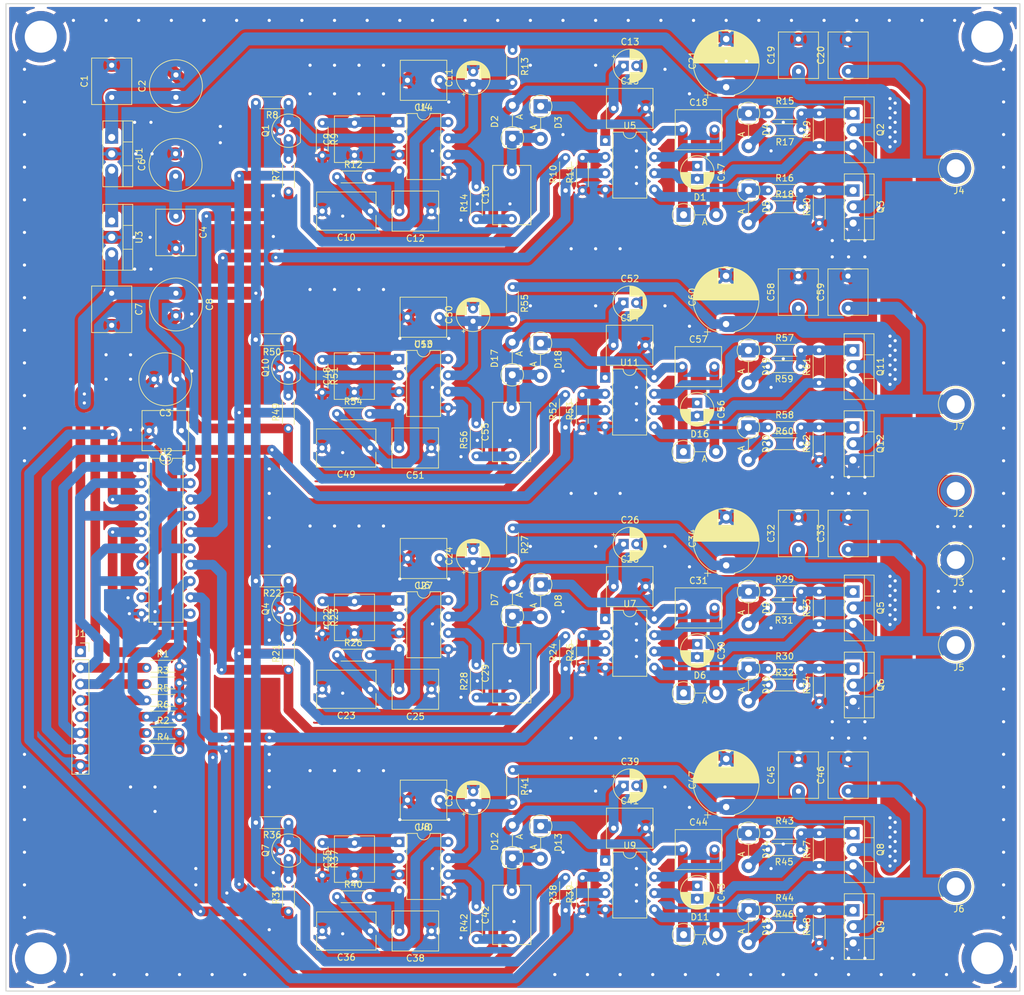
<source format=kicad_pcb>
(kicad_pcb (version 20211014) (generator pcbnew)
  (layers (0 "F.Cu" signal) (31 "B.Cu" signal) (34 "B.Paste" user) (35 "F.Paste" user) (36 "B.SilkS" user "B.Silkscreen") (37 "F.SilkS" user "F.Silkscreen") (38 "B.Mask" user) (39 "F.Mask" user) (44 "Edge.Cuts" user))
  (net 0 "")
  (net 1 "+24V")
  (net 2 "GND")
  (net 3 "+12V")
  (net 4 "+5V")
  (net 5 "Net-(C9-Pad2)")
  (net 6 "Net-(C10-Pad1)")
  (net 7 "Net-(C11-Pad1)")
  (net 8 "Net-(C12-Pad2)")
  (net 9 "Net-(C16-Pad1)")
  (net 10 "Net-(C16-Pad2)")
  (net 11 "/DRIVER_1/33-35V_on_active")
  (net 12 "/OUT_PH_1_A")
  (net 13 "Net-(C22-Pad2)")
  (net 14 "Net-(C23-Pad1)")
  (net 15 "Net-(C24-Pad1)")
  (net 16 "Net-(C25-Pad2)")
  (net 17 "Net-(C29-Pad1)")
  (net 18 "Net-(C29-Pad2)")
  (net 19 "/DRIVER_2/33-35V_on_active")
  (net 20 "/OUT_PH_1_B")
  (net 21 "Net-(C35-Pad2)")
  (net 22 "Net-(C36-Pad1)")
  (net 23 "Net-(C37-Pad1)")
  (net 24 "Net-(C38-Pad2)")
  (net 25 "Net-(C42-Pad1)")
  (net 26 "Net-(C42-Pad2)")
  (net 27 "/DRIVER_3/33-35V_on_active")
  (net 28 "/OUT_PH_2_A")
  (net 29 "Net-(C48-Pad2)")
  (net 30 "Net-(C49-Pad1)")
  (net 31 "Net-(C50-Pad1)")
  (net 32 "Net-(C51-Pad2)")
  (net 33 "Net-(C55-Pad1)")
  (net 34 "Net-(C55-Pad2)")
  (net 35 "/DRIVER_4/33-35V_on_active")
  (net 36 "/OUT_PH_2_B")
  (net 37 "Net-(D4-Pad1)")
  (net 38 "Net-(D4-Pad2)")
  (net 39 "Net-(D5-Pad1)")
  (net 40 "Net-(D5-Pad2)")
  (net 41 "Net-(D9-Pad1)")
  (net 42 "Net-(D9-Pad2)")
  (net 43 "Net-(D10-Pad1)")
  (net 44 "Net-(D10-Pad2)")
  (net 45 "Net-(D14-Pad1)")
  (net 46 "Net-(D14-Pad2)")
  (net 47 "Net-(D15-Pad1)")
  (net 48 "Net-(D15-Pad2)")
  (net 49 "Net-(D19-Pad1)")
  (net 50 "Net-(D19-Pad2)")
  (net 51 "Net-(D20-Pad1)")
  (net 52 "Net-(D20-Pad2)")
  (net 53 "Net-(Q1-Pad1)")
  (net 54 "Net-(Q1-Pad3)")
  (net 55 "Net-(Q3-Pad1)")
  (net 56 "Net-(Q4-Pad1)")
  (net 57 "Net-(Q4-Pad3)")
  (net 58 "Net-(Q6-Pad1)")
  (net 59 "Net-(Q7-Pad1)")
  (net 60 "Net-(Q7-Pad3)")
  (net 61 "Net-(Q9-Pad1)")
  (net 62 "Net-(Q10-Pad1)")
  (net 63 "Net-(Q10-Pad3)")
  (net 64 "Net-(Q12-Pad1)")
  (net 65 "/DIR_PH_1_A")
  (net 66 "/~{EN_PH_1}")
  (net 67 "/DIR_OR_PWM_PH_1_B")
  (net 68 "/~{EN_PH_2}")
  (net 69 "/DIR_PH_2_A")
  (net 70 "/DIR_OR_PWM_PH_2_B")
  (net 71 "/M_1_HI")
  (net 72 "/M_1_LO")
  (net 73 "Net-(R14-Pad2)")
  (net 74 "/M_2_HI")
  (net 75 "/M_2_LO")
  (net 76 "Net-(R28-Pad2)")
  (net 77 "/M_3_HI")
  (net 78 "/M_3_LO")
  (net 79 "Net-(R42-Pad2)")
  (net 80 "/M_4_HI")
  (net 81 "/M_4_LO")
  (net 82 "Net-(R56-Pad2)")
  (net 83 "Net-(R15-Pad2)")
  (net 84 "Net-(R29-Pad2)")
  (net 85 "Net-(R43-Pad2)")
  (net 86 "Net-(R57-Pad2)")
  (footprint "Package_TO_SOT_THT:TO-220-3_Vertical" (layer "F.Cu") (at 146.735 83.7 -90)
    (fp_text reference "Q12")
    (fp_text value "IRF3205")
  )
  (footprint "Capacitor_THT:C_Rect_L7.0mm_W6.0mm_P5.00mm" (layer "F.Cu") (at 138.25 102.717677 90)
    (fp_text reference "C32")
    (fp_text value "100n")
  )
  (footprint "Resistor_THT:R_Axial_DIN0204_L3.6mm_D1.6mm_P5.08mm_Horizontal" (layer "F.Cu") (at 133.56 161.45)
    (fp_text reference "R46")
    (fp_text value "10")
  )
  (footprint "TestPoint:TestPoint_Loop_D3.80mm_Drill2.8mm" (layer "F.Cu") (at 162.735 104.35)
    (fp_text reference "J3")
    (fp_text value "Conn_01x01_Female")
  )
  (footprint "Capacitor_THT:C_Rect_L7.0mm_W6.0mm_P5.00mm" (layer "F.Cu") (at 109.485 108.487677)
    (fp_text reference "C28")
    (fp_text value "100n")
  )
  (footprint "Capacitor_THT:C_Rect_L7.0mm_W6.0mm_P5.00mm" (layer "F.Cu") (at 145.985 102.717677 90)
    (fp_text reference "C33")
    (fp_text value "1n")
  )
  (footprint "Diode_THT:D_DO-41_SOD81_P5.08mm_Vertical_AnodeUp" (layer "F.Cu") (at 120.36793 125.067677)
    (fp_text reference "D6")
    (fp_text value "1N4744A")
  )
  (footprint "Resistor_THT:R_Axial_DIN0204_L3.6mm_D1.6mm_P5.08mm_Horizontal" (layer "F.Cu") (at 58.875 121.447677 90)
    (fp_text reference "R21")
    (fp_text value "10k")
  )
  (footprint "Resistor_THT:R_Axial_DIN0204_L3.6mm_D1.6mm_P5.08mm_Horizontal" (layer "F.Cu") (at 101.975 83.7 90)
    (fp_text reference "R52")
    (fp_text value "10k")
  )
  (footprint "Capacitor_THT:C_Rect_L9.0mm_W5.7mm_P7.50mm_MKT" (layer "F.Cu") (at 93.625 51.27 90)
    (fp_text reference "C16")
    (fp_text value "1u")
  )
  (footprint "Diode_THT:D_DO-41_SOD81_P5.08mm_Vertical_AnodeUp" (layer "F.Cu") (at 120.34293 87.49)
    (fp_text reference "D16")
    (fp_text value "1N4744A")
  )
  (footprint "Diode_THT:D_DO-41_SOD81_P5.08mm_Vertical_AnodeUp" (layer "F.Cu") (at 93.725 38.622183 90)
    (fp_text reference "D2")
    (fp_text value "1n4007")
  )
  (footprint "Capacitor_THT:C_Rect_L7.0mm_W6.0mm_P5.00mm" (layer "F.Cu") (at 81.125 50.02 180)
    (fp_text reference "C12")
    (fp_text value "10n")
  )
  (footprint "Package_DIP:DIP-8_W7.62mm" (layer "F.Cu") (at 76.115 110.627677)
    (fp_text reference "U6")
    (fp_text value "UC2845_SOIC8")
  )
  (footprint "" (layer "F.Cu") (at 20.32 166.37)
    (fp_text reference "")
    (fp_text value "")
  )
  (footprint "Resistor_THT:R_Axial_DIN0204_L3.6mm_D1.6mm_P5.08mm_Horizontal" (layer "F.Cu") (at 133.56 46.8)
    (fp_text reference "R16")
    (fp_text value "10")
  )
  (footprint "Capacitor_THT:C_Rect_L7.0mm_W6.0mm_P5.00mm" (layer "F.Cu") (at 82.395 104.117677 180)
    (fp_text reference "C27")
    (fp_text value "100n")
  )
  (footprint "Resistor_THT:R_Axial_DIN0204_L3.6mm_D1.6mm_P5.08mm_Horizontal" (layer "F.Cu") (at 58.875 145.25 180)
    (fp_text reference "R36")
    (fp_text value "10k")
  )
  (footprint "Capacitor_THT:CP_Radial_D5.0mm_P2.00mm" (layer "F.Cu") (at 122.5 117.467677 -90)
    (fp_text reference "C30")
    (fp_text value "10u")
  )
  (footprint "TestPoint:TestPoint_Loop_D3.80mm_Drill2.8mm" (layer "F.Cu") (at 162.735 93.6)
    (fp_text reference "J2")
    (fp_text value "Conn_01x01_Female")
  )
  (footprint "Capacitor_THT:C_Rect_L7.0mm_W6.0mm_P5.00mm" (layer "F.Cu") (at 145.985 140.35 90)
    (fp_text reference "C46")
    (fp_text value "1n")
  )
  (footprint "Capacitor_THT:C_Rect_L7.0mm_W6.0mm_P5.00mm" (layer "F.Cu") (at 31.355 62.81 -90)
    (fp_text reference "C7")
    (fp_text value "100n")
  )
  (footprint "Resistor_THT:R_Axial_DIN0204_L3.6mm_D1.6mm_P5.08mm_Horizontal" (layer "F.Cu") (at 102 46.81 90)
    (fp_text reference "R10")
    (fp_text value "10k")
  )
  (footprint "Capacitor_THT:C_Rect_L7.0mm_W6.0mm_P5.00mm" (layer "F.Cu") (at 69.145 41.33 90)
    (fp_text reference "C9")
    (fp_text value "1n")
  )
  (footprint "Resistor_THT:R_Axial_DIN0204_L3.6mm_D1.6mm_P5.08mm_Horizontal" (layer "F.Cu") (at 104.625 46.81 90)
    (fp_text reference "R11")
    (fp_text value "10k")
  )
  (footprint "TestPoint:TestPoint_Loop_D3.80mm_Drill2.8mm" (layer "F.Cu") (at 162.735 117.6)
    (fp_text reference "J5")
    (fp_text value "Conn_01x01_Female")
  )
  (footprint "Resistor_THT:R_Axial_DIN0204_L3.6mm_D1.6mm_P5.08mm_Horizontal" (layer "F.Cu") (at 88.125 163.41 90)
    (fp_text reference "R42")
    (fp_text value "10")
  )
  (footprint "Capacitor_THT:C_Rect_L7.0mm_W6.0mm_P5.00mm" (layer "F.Cu") (at 81.125 162.12 180)
    (fp_text reference "C38")
    (fp_text value "10n")
  )
  (footprint "Resistor_THT:R_Axial_DIN0204_L3.6mm_D1.6mm_P5.08mm_Horizontal" (layer "F.Cu") (at 138.68 37.35 180)
    (fp_text reference "R17")
    (fp_text value "10")
  )
  (footprint "Diode_THT:D_DO-41_SOD81_P5.08mm_Vertical_AnodeUp" (layer "F.Cu") (at 98.125 145.797818 -90)
    (fp_text reference "D13")
    (fp_text value "1n4007")
  )
  (footprint "Capacitor_THT:C_Rect_L7.0mm_W6.0mm_P5.00mm" (layer "F.Cu") (at 109.485 146.12)
    (fp_text reference "C41")
    (fp_text value "100n")
  )
  (footprint "Resistor_THT:R_Axial_DIN0204_L3.6mm_D1.6mm_P5.08mm_Horizontal" (layer "F.Cu") (at 66.425 156.8)
    (fp_text reference "R40")
    (fp_text value "100k")
  )
  (footprint "Resistor_THT:R_Axial_DIN0204_L3.6mm_D1.6mm_P5.08mm_Horizontal" (layer "F.Cu") (at 141.485 39.89 90)
    (fp_text reference "R19")
    (fp_text value "10k")
  )
  (footprint "Capacitor_THT:C_Rect_L7.0mm_W6.0mm_P5.00mm" (layer "F.Cu") (at 31.355 32.31 90)
    (fp_text reference "C1")
    (fp_text value "100n")
  )
  (footprint "Capacitor_THT:CP_Radial_D5.0mm_P2.00mm" (layer "F.Cu") (at 87.625 142.37 90)
    (fp_text reference "C37")
    (fp_text value "10u")
  )
  (footprint "Resistor_THT:R_Axial_DIN0204_L3.6mm_D1.6mm_P5.08mm_Horizontal" (layer "F.Cu") (at 93.725 61.85 -90)
    (fp_text reference "R55")
    (fp_text value "10")
  )
  (footprint "Resistor_THT:R_Axial_DIN0204_L3.6mm_D1.6mm_P5.08mm_Horizontal" (layer "F.Cu") (at 36.8 120.9)
    (fp_text reference "R1")
    (fp_text value "10k")
  )
  (footprint "Package_DIP:DIP-8_W7.62mm" (layer "F.Cu") (at 76.09 73.05)
    (fp_text reference "U10")
    (fp_text value "UC2845_SOIC8")
  )
  (footprint "Resistor_THT:R_Axial_DIN0204_L3.6mm_D1.6mm_P5.08mm_Horizontal" (layer "F.Cu") (at 138.56 149.45 180)
    (fp_text reference "R45")
    (fp_text value "10")
  )
  (footprint "Capacitor_THT:C_Rect_L7.0mm_W6.0mm_P5.00mm" (layer "F.Cu") (at 109.46 70.91)
    (fp_text reference "C54")
    (fp_text value "100n")
  )
  (footprint "Capacitor_THT:C_Rect_L7.0mm_W6.0mm_P5.00mm" (layer "F.Cu") (at 145.96 65.14 90)
    (fp_text reference "C59")
    (fp_text value "1n")
  )
  (footprint "Resistor_THT:R_Axial_DIN0204_L3.6mm_D1.6mm_P5.08mm_Horizontal" (layer "F.Cu") (at 104.6 83.7 90)
    (fp_text reference "R53")
    (fp_text value "10k")
  )
  (footprint "Capacitor_THT:CP_Radial_D10.0mm_P7.50mm" (layer "F.Cu") (at 127 142.820708 90)
    (fp_text reference "C47")
    (fp_text value "220u")
  )
  (footprint "Diode_THT:D_DO-41_SOD81_P5.08mm_Vertical_AnodeUp" (layer "F.Cu") (at 98.125 33.697818 -90)
    (fp_text reference "D3")
    (fp_text value "1n4007")
  )
  (footprint "Resistor_THT:R_Axial_DIN0204_L3.6mm_D1.6mm_P5.08mm_Horizontal" (layer "F.Cu") (at 102 158.91 90)
    (fp_text reference "R38")
    (fp_text value "10k")
  )
  (footprint "Package_TO_SOT_THT:TO-220-3_Vertical" (layer "F.Cu") (at 31.355 51.56 -90)
    (fp_text reference "U3")
    (fp_text value "LM7805_TO220")
  )
  (footprint "Diode_THT:D_DO-41_SOD81_P5.08mm_Vertical_AnodeUp" (layer "F.Cu") (at 130.46 71.7 -90)
    (fp_text reference "D19")
    (fp_text value "1N4007")
  )
  (footprint "Diode_THT:D_DO-41_SOD81_P5.08mm_Vertical_AnodeUp" (layer "F.Cu") (at 98.125 108.165495 -90)
    (fp_text reference "D8")
    (fp_text value "1n4007")
  )
  (footprint "Package_DIP:DIP-8_W7.62mm" (layer "F.Cu") (at 108.185 151.15)
    (fp_text reference "U9")
    (fp_text value "IRS2003")
  )
  (footprint "Capacitor_THT:C_Rect_L7.0mm_W6.0mm_P5.00mm" (layer "F.Cu") (at 69.12 78.22 90)
    (fp_text reference "C48")
    (fp_text value "1n")
  )
  (footprint "" (layer "F.Cu") (at 167.64 166.37)
    (fp_text reference "")
    (fp_text value "")
  )
  (footprint "Diode_THT:D_DO-41_SOD81_P5.08mm_Vertical_AnodeUp" (layer "F.Cu") (at 130.485 146.91 -90)
    (fp_text reference "D14")
    (fp_text value "1N4007")
  )
  (footprint "Resistor_THT:R_Axial_DIN0204_L3.6mm_D1.6mm_P5.08mm_Horizontal" (layer "F.Cu") (at 104.625 158.91 90)
    (fp_text reference "R39")
    (fp_text value "10k")
  )
  (footprint "Capacitor_THT:C_Rect_L9.0mm_W5.7mm_P7.50mm_MKT" (layer "F.Cu") (at 71.625 50.02 180)
    (fp_text reference "C10")
    (fp_text value "1u")
  )
  (footprint "Capacitor_THT:C_Rect_L9.0mm_W5.7mm_P7.50mm_MKT" (layer "F.Cu") (at 71.6 86.91 180)
    (fp_text reference "C49")
    (fp_text value "1u")
  )
  (footprint "Resistor_THT:R_Axial_DIN0204_L3.6mm_D1.6mm_P5.08mm_Horizontal" (layer "F.Cu") (at 93.75 99.427677 -90)
    (fp_text reference "R27")
    (fp_text value "10")
  )
  (footprint "Capacitor_THT:C_Rect_L7.0mm_W6.0mm_P5.00mm" (layer "F.Cu") (at 82.37 66.54 180)
    (fp_text reference "C53")
    (fp_text value "100n")
  )
  (footprint "Resistor_THT:R_Axial_DIN0204_L3.6mm_D1.6mm_P5.08mm_Horizontal" (layer "F.Cu") (at 58.875 46.98 90)
    (fp_text reference "R7")
    (fp_text value "10k")
  )
  (footprint "Diode_THT:D_DO-41_SOD81_P5.08mm_Vertical_AnodeUp" (layer "F.Cu") (at 130.485 109.277677 -90)
    (fp_text reference "D9")
    (fp_text value "1N4007")
  )
  (footprint "Package_DIP:DIP-8_W7.62mm" (layer "F.Cu") (at 108.185 113.517677)
    (fp_text reference "U7")
    (fp_text value "IRS2003")
  )
  (footprint "Resistor_THT:R_Axial_DIN0204_L3.6mm_D1.6mm_P5.08mm_Horizontal" (layer "F.Cu") (at 36.8 123.5)
    (fp_text reference "R3")
    (fp_text value "10k")
  )
  (footprint "Resistor_THT:R_Axial_DIN0204_L3.6mm_D1.6mm_P5.08mm_Horizontal" (layer "F.Cu") (at 36.8 128.8)
    (fp_text reference "R6")
    (fp_text value "10k")
  )
  (footprint "Package_TO_SOT_THT:TO-220-3_Vertical" (layer "F.Cu") (at 146.76 34.81 -90)
    (fp_text reference "Q2")
    (fp_text value "IRF3205")
  )
  (footprint "Capacitor_THT:C_Rect_L7.0mm_W6.0mm_P5.00mm" (layer "F.Cu") (at 69.145 115.797677 90)
    (fp_text reference "C22")
    (fp_text value "1n")
  )
  (footprint "Diode_THT:D_DO-41_SOD81_P5.08mm_Vertical_AnodeUp" (layer "F.Cu") (at 98.1 70.587818 -90)
    (fp_text reference "D18")
    (fp_text value "1n4007")
  )
  (footprint "Resistor_THT:R_Axial_DIN0204_L3.6mm_D1.6mm_P5.08mm_Horizontal" (layer "F.Cu") (at 36.83 131.3)
    (fp_text reference "R2")
    (fp_text value "10k")
  )
  (footprint "Capacitor_THT:CP_Radial_D5.0mm_P2.00mm" (layer "F.Cu") (at 87.6 67.16 90)
    (fp_text reference "C50")
    (fp_text value "10u")
  )
  (footprint "Resistor_THT:R_Axial_DIN0204_L3.6mm_D1.6mm_P5.08mm_Horizontal" (layer "F.Cu") (at 58.875 159.08 90)
    (fp_text reference "R35")
    (fp_text value "10k")
  )
  (footprint "Resistor_THT:R_Axial_DIN0204_L3.6mm_D1.6mm_P5.08mm_Horizontal" (layer "F.Cu") (at 141.46 76.78 90)
    (fp_text reference "R61")
    (fp_text value "10k")
  )
  (footprint "Capacitor_THT:CP_Radial_D5.0mm_P2.00mm" (layer "F.Cu") (at 87.625 30.27 90)
    (fp_text reference "C11")
    (fp_text value "10u")
  )
  (footprint "Resistor_THT:R_Axial_DIN0204_L3.6mm_D1.6mm_P5.08mm_Horizontal" (layer "F.Cu") (at 133.56 71.7)
    (fp_text reference "R57")
    (fp_text value "10")
  )
  (footprint "Diode_THT:D_DO-41_SOD81_P5.08mm_Vertical_AnodeUp" (layer "F.Cu") (at 130.485 158.91 -90)
    (fp_text reference "D15")
    (fp_text value "1N4007")
  )
  (footprint "Capacitor_THT:CP_Radial_D5.0mm_P2.00mm" (layer "F.Cu") (at 122.5 43 -90)
    (fp_text reference "C17")
    (fp_text value "10u")
  )
  (footprint "Capacitor_THT:C_Rect_L7.0mm_W6.0mm_P5.00mm" (layer "F.Cu") (at 42.2 84.2 180)
    (fp_text reference "C5")
    (fp_text value "100n")
  )
  (footprint "Resistor_THT:R_Axial_DIN0204_L3.6mm_D1.6mm_P5.08mm_Horizontal" (layer "F.Cu") (at 88.125 125.777677 90)
    (fp_text reference "R28")
    (fp_text value "10")
  )
  (footprint "Resistor_THT:R_Axial_DIN0204_L3.6mm_D1.6mm_P5.08mm_Horizontal" (layer "F.Cu") (at 133.56 123.817677)
    (fp_text reference "R32")
    (fp_text value "10")
  )
  (footprint "Package_DIP:DIP-8_W7.62mm" (layer "F.Cu") (at 76.115 148.26)
    (fp_text reference "U8")
    (fp_text value "UC2845_SOIC8")
  )
  (footprint "Capacitor_THT:C_Rect_L7.0mm_W6.0mm_P5.00mm" (layer "F.Cu") (at 109.485 34.02)
    (fp_text reference "C15")
    (fp_text value "100n")
  )
  (footprint "Resistor_THT:R_Axial_DIN0204_L3.6mm_D1.6mm_P5.08mm_Horizontal" (layer "F.Cu") (at 64.125 36.29 -90)
    (fp_text reference "R9")
    (fp_text value "100k")
  )
  (footprint "Capacitor_THT:C_Rect_L9.0mm_W5.7mm_P7.50mm_MKT" (layer "F.Cu") (at 93.6 88.16 90)
    (fp_text reference "C55")
    (fp_text value "1u")
  )
  (footprint "Package_TO_SOT_THT:TO-220-3_Vertical" (layer "F.Cu") (at 146.76 146.91 -90)
    (fp_text reference "Q8")
    (fp_text value "IRF3205")
  )
  (footprint "TestPoint:TestPoint_Loop_D3.80mm_Drill2.8mm" (layer "F.Cu") (at 162.735 43.35)
    (fp_text reference "J4")
    (fp_text value "Conn_01x01_Female")
  )
  (footprint "Resistor_THT:R_Axial_DIN0204_L3.6mm_D1.6mm_P5.08mm_Horizontal" (layer "F.Cu") (at 58.875 33.15 180)
    (fp_text reference "R8")
    (fp_text value "10k")
  )
  (footprint "Capacitor_THT:C_Rect_L7.0mm_W6.0mm_P5.00mm" (layer "F.Cu") (at 120.190112 37.35)
    (fp_text reference "C18")
    (fp_text value "10n")
  )
  (footprint "Resistor_THT:R_Axial_DIN0204_L3.6mm_D1.6mm_P5.08mm_Horizontal" (layer "F.Cu") (at 141.485 163.99 90)
    (fp_text reference "R48")
    (fp_text value "10k")
  )
  (footprint "Resistor_THT:R_Axial_DIN0204_L3.6mm_D1.6mm_P5.08mm_Horizontal" (layer "F.Cu") (at 133.56 146.91)
    (fp_text reference "R43")
    (fp_text value "10")
  )
  (footprint "Capacitor_THT:C_Rect_L9.0mm_W5.7mm_P7.50mm_MKT" (layer "F.Cu") (at 93.625 163.37 90)
    (fp_text reference "C42")
    (fp_text value "1u")
  )
  (footprint "Diode_THT:D_DO-41_SOD81_P5.08mm_Vertical_AnodeUp" (layer "F.Cu") (at 93.725 150.722183 90)
    (fp_text reference "D12")
    (fp_text value "1n4007")
  )
  (footprint "Diode_THT:D_DO-41_SOD81_P5.08mm_Vertical_AnodeUp" (layer "F.Cu") (at 130.46 83.7 -90)
    (fp_text reference "D20")
    (fp_text value "1N4007")
  )
  (footprint "Resistor_THT:R_Axial_DIN0204_L3.6mm_D1.6mm_P5.08mm_Horizontal" (layer "F.Cu") (at 88.125 51.31 90)
    (fp_text reference "R14")
    (fp_text value "10")
  )
  (footprint "Resistor_THT:R_Axial_DIN0204_L3.6mm_D1.6mm_P5.08mm_Horizontal" (layer "F.Cu") (at 138.56 111.817677 180)
    (fp_text reference "R31")
    (fp_text value "10")
  )
  (footprint "Resistor_THT:R_Axial_DIN0204_L3.6mm_D1.6mm_P5.08mm_Horizontal" (layer "F.Cu") (at 88.1 88.2 90)
    (fp_text reference "R56")
    (fp_text value "10")
  )
  (footprint "Package_TO_SOT_THT:TO-92" (layer "F.Cu") (at 58.875 38.77 90)
    (fp_text reference "Q1")
    (fp_text value "BC849")
  )
  (footprint "Capacitor_THT:C_Rect_L7.0mm_W6.0mm_P5.00mm" (layer "F.Cu") (at 120.190112 149.45)
    (fp_text reference "C44")
    (fp_text value "10n")
  )
  (footprint "Diode_THT:D_DO-41_SOD81_P5.08mm_Vertical_AnodeUp" (layer "F.Cu") (at 93.725 113.08986 90)
    (fp_text reference "D7")
    (fp_text value "1n4007")
  )
  (footprint "Package_DIP:DIP-8_W7.62mm" (layer "F.Cu") (at 76.115 36.16)
    (fp_text reference "U4")
    (fp_text value "UC2845_SOIC8")
  )
  (footprint "Capacitor_THT:CP_Radial_D5.0mm_P2.00mm" (layer "F.Cu") (at 111.029888 27.41)
    (fp_text reference "C13")
    (fp_text value "10u")
  )
  (footprint "Resistor_THT:R_Axial_DIN0204_L3.6mm_D1.6mm_P5.08mm_Horizontal" (layer "F.Cu") (at 66.4 81.59)
    (fp_text reference "R54")
    (fp_text value "100k")
  )
  (footprint "Resistor_THT:R_Axial_DIN0204_L3.6mm_D1.6mm_P5.08mm_Horizontal" (layer "F.Cu") (at 64.125 148.39 -90)
    (fp_text reference "R37")
    (fp_text value "100k")
  )
  (footprint "Capacitor_THT:CP_Radial_D5.0mm_P2.00mm" (layer "F.Cu") (at 122.5 155.1 -90)
    (fp_text reference "C43")
    (fp_text value "10u")
  )
  (footprint "Resistor_THT:R_Axial_DIN0204_L3.6mm_D1.6mm_P5.08mm_Horizontal" (layer "F.Cu") (at 133.56 121.277677)
    (fp_text reference "R30")
    (fp_text value "10")
  )
  (footprint "Resistor_THT:R_Axial_DIN0204_L3.6mm_D1.6mm_P5.08mm_Horizontal" (layer "F.Cu") (at 133.56 49.34)
    (fp_text reference "R18")
    (fp_text value "10")
  )
  (footprint "Resistor_THT:R_Axial_DIN0204_L3.6mm_D1.6mm_P5.08mm_Horizontal" (layer "F.Cu") (at 133.56 109.277677)
    (fp_text reference "R29")
    (fp_text value "10")
  )
  (footprint "Capacitor_THT:C_Rect_L7.0mm_W6.0mm_P5.00mm" (layer "F.Cu") (at 82.395 141.75 180)
    (fp_text reference "C40")
    (fp_text value "100n")
  )
  (footprint "Resistor_THT:R_Axial_DIN0204_L3.6mm_D1.6mm_P5.08mm_Horizontal" (layer "F.Cu") (at 36.8 126.22)
    (fp_text reference "R5")
    (fp_text value "10k")
  )
  (footprint "Resistor_THT:R_Axial_DIN0204_L3.6mm_D1.6mm_P5.08mm_Horizontal" (layer "F.Cu") (at 133.56 86.24)
    (fp_text reference "R60")
    (fp_text value "10")
  )
  (footprint "Capacitor_THT:C_Rect_L7.0mm_W6.0mm_P5.00mm" (layer "F.Cu") (at 41.355 50.84 -90)
    (fp_text reference "C4")
    (fp_text value "100n")
  )
  (footprint "" (layer "F.Cu") (at 167.64 22.86)
    (fp_text reference "")
    (fp_text value "")
  )
  (footprint "Package_TO_SOT_THT:TO-220-3_Vertical" (layer "F.Cu") (at 146.76 46.81 -90)
    (fp_text reference "Q3")
    (fp_text value "IRF3205")
  )
  (footprint "Resistor_THT:R_Axial_DIN0204_L3.6mm_D1.6mm_P5.08mm_Horizontal" (layer "F.Cu") (at 93.75 137.06 -90)
    (fp_text reference "R41")
    (fp_text value "10")
  )
  (footprint "Capacitor_THT:C_Rect_L7.0mm_W6.0mm_P5.00mm" (layer "F.Cu") (at 120.165112 74.24)
    (fp_text reference "C57")
    (fp_text value "10n")
  )
  (footprint "TestPoint:TestPoint_Loop_D3.80mm_Drill2.8mm" (layer "F.Cu") (at 162.735 155.2)
    (fp_text reference "J6")
    (fp_text value "Conn_01x01_Female")
  )
  (footprint "Capacitor_THT:C_Rect_L9.0mm_W5.7mm_P7.50mm_MKT" (layer "F.Cu") (at 71.625 124.487677 180)
    (fp_text reference "C23")
    (fp_text value "1u")
  )
  (footprint "Capacitor_THT:C_Radial_D8.0mm_H11.5mm_P3.50mm" (layer "F.Cu") (at 41.3 44.577 90)
    (fp_text reference "C6")
    (fp_text value "22u")
  )
  (footprint "Capacitor_THT:CP_Radial_D5.0mm_P2.00mm" (layer "F.Cu") (at 122.475 79.89 -90)
    (fp_text reference "C56")
    (fp_text value "10u")
  )
  (footprint "Diode_THT:D_DO-41_SOD81_P5.08mm_Vertical_AnodeUp" (layer "F.Cu") (at 130.485 46.81 -90)
    (fp_text reference "D5")
    (fp_text value "1N4007")
  )
  (footprint "Capacitor_THT:C_Rect_L7.0mm_W6.0mm_P5.00mm" (layer "F.Cu") (at 138.25 140.35 90)
    (fp_text reference "C45")
    (fp_text value "100n")
  )
  (footprint "Capacitor_THT:CP_Radial_D5.0mm_P2.00mm" (layer "F.Cu") (at 111.004888 64.3)
    (fp_text reference "C52")
    (fp_text value "10u")
  )
  (footprint "Diode_THT:D_DO-41_SOD81_P5.08mm_Vertical_AnodeUp" (layer "F.Cu") (at 120.36793 162.7)
    (fp_text reference "D11")
    (fp_text value "1N4744A")
  )
  (footprint "Resistor_THT:R_Axial_DIN0204_L3.6mm_D1.6mm_P5.08mm_Horizontal" (layer "F.Cu") (at 93.75 24.96 -90)
    (fp_text reference "R13")
    (fp_text value "10")
  )
  (footprint "Diode_THT:D_DO-41_SOD81_P5.08mm_Vertical_AnodeUp" (layer "F.Cu") (at 130.485 121.277677 -90)
    (fp_text reference "D10")
    (fp_text value "1N4007")
  )
  (footprint "Diode_THT:D_DO-41_SOD81_P5.08mm_Vertical_AnodeUp" (layer "F.Cu") (at 120.36793 50.6)
    (fp_text reference "D1")
    (fp_text value "1N4744A")
  )
  (footprint "Capacitor_THT:C_Rect_L7.0mm_W6.0mm_P5.00mm" (layer "F.Cu") (at 69.145 153.43 90)
    (fp_text reference "C35")
    (fp_text value "1n")
  )
  (footprint "Package_TO_SOT_THT:TO-92" (layer "F.Cu") (at 58.875 150.87 90)
    (fp_text reference "Q7")
    (fp_text value "BC849")
  )
  (footprint "" (layer "F.Cu") (at 20.32 22.86)
    (fp_text reference "")
    (fp_text value "")
  )
  (footprint "Package_TO_SOT_THT:TO-220-3_Vertical" (layer "F.Cu") (at 146.76 158.91 -90)
    (fp_text reference "Q9")
    (fp_text value "IRF3205")
  )
  (footprint "Capacitor_THT:C_Rect_L7.0mm_W6.0mm_P5.00mm" (layer "F.Cu") (at 82.395 29.65 180)
    (fp_text reference "C14")
    (fp_text value "100n")
  )
  (footprint "Capacitor_THT:C_Rect_L7.0mm_W6.0mm_P5.00mm" (layer "F.Cu") (at 138.225 65.14 90)
    (fp_text reference "C58")
    (fp_text value "100n")
  )
  (footprint "Package_TO_SOT_THT:TO-220-3_Vertical" (layer "F.Cu") (at 146.76 109.277677 -90)
    (fp_text reference "Q5")
    (fp_text value "IRF3205")
  )
  (footprint "Resistor_THT:R_Axial_DIN0204_L3.6mm_D1.6mm_P5.08mm_Horizontal" (layer "F.Cu") (at 141.485 114.357677 90)
    (fp_text reference "R33")
    (fp_text value "10k")
  )
  (footprint "Package_TO_SOT_THT:TO-220-3_Vertical" (layer "F.Cu") (at 31.355 38.56 -90)
    (fp_text reference "U1")
    (fp_text value "LM7812_TO220")
  )
  (footprint "Capacitor_THT:C_Rect_L7.0mm_W6.0mm_P5.00mm" (layer "F.Cu") (at 138.25 28.25 90)
    (fp_text reference "C19")
    (fp_text value "100n")
  )
  (footprint "Package_DIP:DIP-8_W7.62mm" (layer "F.Cu") (at 108.185 39.05)
    (fp_text reference "U5")
    (fp_text value "IRS2003")
  )
  (footprint "Resistor_THT:R_Axial_DIN0204_L3.6mm_D1.6mm_P5.08mm_Horizontal" (layer "F.Cu") (at 58.85 83.87 90)
    (fp_text reference "R49")
    (fp_text value "10k")
  )
  (footprint "Resistor_THT:R_Axial_DIN0204_L3.6mm_D1.6mm_P5.08mm_Horizontal" (layer "F.Cu") (at 141.485 151.99 90)
    (fp_text reference "R47")
    (fp_text value "10k")
  )
  (footprint "Capacitor_THT:C_Rect_L9.0mm_W5.7mm_P7.50mm_MKT" (layer "F.Cu") (at 71.625 162.12 180)
    (fp_text reference "C36")
    (fp_text value "1u")
  )
  (footprint "Package_TO_SOT_THT:TO-220-3_Vertical" (layer "F.Cu") (at 146.76 121.277677 -90)
    (fp_text reference "Q6")
    (fp_text value "IRF3205")
  )
  (footprint "Resistor_THT:R_Axial_DIN0204_L3.6mm_D1.6mm_P5.08mm_Horizontal" (layer "F.Cu") (at 141.485 126.357677 90)
    (fp_text reference "R34")
    (fp_text value "10k")
  )
  (footprint "Resistor_THT:R_Axial_DIN0204_L3.6mm_D1.6mm_P5.08mm_Horizontal" (layer "F.Cu") (at 138.56 74.24 180)
    (fp_text reference "R59")
    (fp_text value "10")
  )
  (footprint "Resistor_THT:R_Axial_DIN0204_L3.6mm_D1.6mm_P5.08mm_Horizontal" (layer "F.Cu") (at 64.1 73.18 -90)
    (fp_text reference "R51")
    (fp_text value "100k")
  )
  (footprint "Package_TO_SOT_THT:TO-220-3_Vertical" (layer "F.Cu") (at 146.735 71.7 -90)
    (fp_text reference "Q11")
    (fp_text value "IRF3205")
  )
  (footprint "Resistor_THT:R_Axial_DIN0204_L3.6mm_D1.6mm_P5.08mm_Horizontal" (layer "F.Cu") (at 66.425 44.7)
    (fp_text reference "R12")
    (fp_text value "100k")
  )
  (footprint "Resistor_THT:R_Axial_DIN0204_L3.6mm_D1.6mm_P5.08mm_Horizontal" (layer "F.Cu") (at 102 121.277677 90)
    (fp_text reference "R24")
    (fp_text value "10k")
  )
  (footprint "Package_DIP:DIP-8_W7.62mm" (layer "F.Cu") (at 108.16 75.94)
    (fp_text reference "U11")
    (fp_text value "IRS2003")
  )
  (footprint "Diode_THT:D_DO-41_SOD81_P5.08mm_Vertical_AnodeUp" (layer "F.Cu") (at 93.7 75.512183 90)
    (fp_text reference "D17")
    (fp_text value "1n4007")
  )
  (footprint "Resistor_THT:R_Axial_DIN0204_L3.6mm_D1.6mm_P5.08mm_Horizontal" (layer "F.Cu") (at 104.625 121.277677 90)
    (fp_text reference "R25")
    (fp_text value "10k")
  )
  (footprint "Package_TO_SOT_THT:TO-92" (layer "F.Cu") (at 58.85 75.66 90)
    (fp_text reference "Q10")
    (fp_text value "BC849")
  )
  (footprint "Capacitor_THT:C_Rect_L9.0mm_W5.7mm_P7.50mm_MKT" (layer "F.Cu") (at 93.625 125.737677 90)
    (fp_text reference "C29")
    (fp_text value "1u")
  )
  (footprint "Capacitor_THT:CP_Radial_D5.0mm_P2.00mm" (layer "F.Cu") (at 87.625 104.737677 90)
    (fp_text reference "C24")
    (fp_text value "10u")
  )
  (footprint "Package_DIP:DIP-20_W7.62mm" (layer "F.Cu") (at 36 89.85)
    (fp_text reference "U2")
    (fp_text value "74HC244")
  )
  (footprint "Capacitor_THT:C_Radial_D8.0mm_H11.5mm_P3.50mm" (layer "F.Cu") (at 41.355 32.31 90)
    (fp_text reference "C2")
    (fp_text value "22u")
  )
  (footprint "Capacitor_THT:CP_Radial_D10.0mm_P7.50mm" (layer "F.Cu") (at 127 105.188385 90)
    (fp_text reference "C34")
    (fp_text value "220u")
  )
  (footprint "Resistor_THT:R_Axial_DIN0204_L3.6mm_D1.6mm_P5.08mm_Horizontal" (layer "F.Cu") (at 133.56 158.91)
    (fp_text reference "R44")
    (fp_text value "10")
  )
  (footprint "Capacitor_THT:C_Radial_D8.0mm_H11.5mm_P3.50mm" (layer "F.Cu") (at 41.45 76.2 180)
    (fp_text reference "C3")
    (fp_text value "22u")
  )
  (footprint "Resistor_THT:R_Axial_DIN0204_L3.6mm_D1.6mm_P5.08mm_Horizontal" (layer "F.Cu") (at 64.125 110.757677 -90)
    (fp_text reference "R23")
    (fp_text value "100k")
  )
  (footprint "TestPoint:TestPoint_Loop_D3.80mm_Drill2.8mm" (layer "F.Cu") (at 162.735 80.1)
    (fp_text reference "J7")
    (fp_text value "Conn_01x01_Female")
  )
  (footprint "Resistor_THT:R_Axial_DIN0204_L3.6mm_D1.6mm_P5.08mm_Horizontal" (layer "F.Cu") (at 58.875 107.617677 180)
    (fp_text reference "R22")
    (fp_text value "10k")
  )
  (footprint "Resistor_THT:R_Axial_DIN0204_L3.6mm_D1.6mm_P5.08mm_Horizontal" (layer "F.Cu") (at 141.46 88.78 90)
    (fp_text reference "R62")
    (fp_text value "10k")
  )
  (footprint "Capacitor_THT:C_Radial_D8.0mm_H11.5mm_P3.50mm" (layer "F.Cu") (at 41.355 62.81 -90)
    (fp_text reference "C8")
    (fp_text value "22u")
  )
  (footprint "Capacitor_THT:C_Rect_L7.0mm_W6.0mm_P5.00mm" (layer "F.Cu") (at 81.1 86.91 180)
    (fp_text reference "C51")
    (fp_text value "10n")
  )
  (footprint "Capacitor_THT:CP_Radial_D10.0mm_P7.50mm" (layer "F.Cu") (at 126.975 67.610708 90)
    (fp_text reference "C60")
    (fp_text value "220u")
  )
  (footprint "Resistor_THT:R_Axial_DIN0204_L3.6mm_D1.6mm_P5.08mm_Horizontal" (layer "F.Cu") (at 133.56 83.7)
    (fp_text reference "R58")
    (fp_text value "10")
  )
  (footprint "Resistor_THT:R_Axial_DIN0204_L3.6mm_D1.6mm_P5.08mm_Horizontal" (layer "F.Cu") (at 58.85 70.04 180)
    (fp_text reference "R50")
    (fp_text value "10k")
  )
  (footprint "Resistor_THT:R_Axial_DIN0204_L3.6mm_D1.6mm_P5.08mm_Horizontal" (layer "F.Cu") (at 36.83 133.84)
    (fp_text reference "R4")
    (fp_text value "10k")
  )
  (footprint "Capacitor_THT:C_Rect_L7.0mm_W6.0mm_P5.00mm" (layer "F.Cu") (at 145.985 28.25 90)
    (fp_text reference "C20")
    (fp_text value "1n")
  )
  (footprint "Resistor_THT:R_Axial_DIN0204_L3.6mm_D1.6mm_P5.08mm_Horizontal" (layer "F.Cu") (at 66.425 119.167677)
    (fp_text reference "R26")
    (fp_text value "100k")
  )
  (footprint "Connector_PinSocket_2.54mm:PinSocket_1x08_P2.54mm_Vertical" (layer "F.Cu") (at 26.485 118.6)
    (fp_text reference "J1")
    (fp_text value "Conn_01x08_Female")
  )
  (footprint "Resistor_THT:R_Axial_DIN0204_L3.6mm_D1.6mm_P5.08mm_Horizontal" (layer "F.Cu") (at 133.6 34.81)
    (fp_text reference "R15")
    (fp_text value "10")
  )
  (footprint "Capacitor_THT:CP_Radial_D10.0mm_P7.50mm" (layer "F.Cu") (at 127 30.720708 90)
    (fp_text reference "C21")
    (fp_text value "220u")
  )
  (footprint "Capacitor_THT:CP_Radial_D5.0mm_P2.00mm" (layer "F.Cu") (at 111.029888 101.877677)
    (fp_text reference "C26")
    (fp_text value "10u")
  )
  (footprint "Resistor_THT:R_Axial_DIN0204_L3.6mm_D1.6mm_P5.08mm_Horizontal" (layer "F.Cu") (at 141.485 51.89 90)
    (fp_text reference "R20")
    (fp_text value "10k")
  )
  (footprint "Diode_THT:D_DO-41_SOD81_P5.08mm_Vertical_AnodeUp" (layer "F.Cu") (at 130.485 34.81 -90)
    (fp_text reference "D4")
    (fp_text value "1N4007")
  )
  (footprint "Capacitor_THT:C_Rect_L7.0mm_W6.0mm_P5.00mm" (layer "F.Cu") (at 120.190112 111.817677)
    (fp_text reference "C31")
    (fp_text value "10n")
  )
  (footprint "Capacitor_THT:CP_Radial_D5.0mm_P2.00mm" (layer "F.Cu") (at 111.029888 139.51)
    (fp_text reference "C39")
    (fp_text value "10u")
  )
  (footprint "Package_TO_SOT_THT:TO-92" (layer "F.Cu") (at 58.875 113.237677 90)
    (fp_text reference "Q4")
    (fp_text value "BC849")
  )
  (footprint "Capacitor_THT:C_Rect_L7.0mm_W6.0mm_P5.00mm" (layer "F.Cu") (at 81.125 124.487677 180)
    (fp_text reference "C25")
    (fp_text value "10n")
  )
  (gr_rect (start 14.9 171.48) (end 172.72 17.72) (layer "Edge.Cuts") (width 0.15) (fill none))
  (segment (start 152.5 106.9) (end 152.5 99.1) (width 3) (layer "F.Cu") (net 1))
  (segment (start 152.5 32.5) (end 154.5 34.5) (width 3) (layer "F.Cu") (net 1))
  (segment (start 152.5 99.1) (end 158 93.6) (width 3) (layer "F.Cu") (net 1))
  (segment (start 152.5 38.5) (end 152.5 37) (width 3) (layer "F.Cu") (net 1))
  (segment (start 152.5 74) (end 152.5 72.5) (width 3) (layer "F.Cu") (net 1))
  (segment (start 152.5 77) (end 152.5 75.5) (width 3) (layer "F.Cu") (net 1))
  (segment (start 154.5 34.5) (end 154.5 150) (width 3) (layer "F.Cu") (net 1))
  (segment (start 154.5 150) (end 152.5 152) (width 3) (layer "F.Cu") (net 1))
  (segment (start 152.5 93.6) (end 152.5 152) (width 3) (layer "F.Cu") (net 1))
  (segment (start 152.5 77) (end 152.5 88.1) (width 3) (layer "F.Cu") (net 1))
  (segment (start 152.5 72.5) (end 152.5 71) (width 3) (layer "F.Cu") (net 1))
  (segment (start 152.5 75.5) (end 152.5 74) (width 3) (layer "F.Cu") (net 1))
  (segment (start 162.735 93.6) (end 153.9 93.6) (width 5) (layer "F.Cu") (net 1))
  (segment (start 152.5 69.5) (end 152.5 40) (width 3) (layer "F.Cu") (net 1))
  (segment (start 152.5 32.5) (end 152.5 38.5) (width 3) (layer "F.Cu") (net 1))
  (segment (start 158 93.6) (end 162.735 93.6) (width 3) (layer "F.Cu") (net 1))
  (segment (start 152.5 88.1) (end 158 93.6) (width 3) (layer "F.Cu") (net 1))
  (segment (start 152.5 40) (end 152.5 38.5) (width 3) (layer "F.Cu") (net 1))
  (segment (start 152.5 71) (end 152.5 69.5) (width 3) (layer "F.Cu") (net 1))
  (segment (start 152.5 93.6) (end 152.5 77) (width 3) (layer "F.Cu") (net 1))
  (via (at 152.5 112.9) (size 1.5) (drill 0.5) (layers "F.Cu" "B.Cu") (net 1))
  (via (at 152.5 40) (size 1.5) (drill 0.5) (layers "F.Cu" "B.Cu") (net 1))
  (via (at 152.5 35.5) (size 1.5) (drill 0.5) (layers "F.Cu" "B.Cu") (net 1))
  (via (at 152.5 144.5) (size 1.5) (drill 0.5) (layers "F.Cu" "B.Cu") (net 1))
  (via (at 152.5 109.9) (size 1.5) (drill 0.5) (layers "F.Cu" "B.Cu") (net 1))
  (via (at 152.5 38.5) (size 1.5) (drill 0.5) (layers "F.Cu" "B.Cu") (net 1))
  (via (at 153.3 113.6) (size 1.5) (drill 0.5) (layers "F.Cu" "B.Cu") (net 1))
  (via (at 153.3 76.2) (size 1.5) (drill 0.5) (layers "F.Cu" "B.Cu") (net 1))
  (via (at 153.3 33.2) (size 1.5) (drill 0.5) (layers "F.Cu" "B.Cu") (net 1))
  (via (at 152.5 37) (size 1.5) (drill 0.5) (layers "F.Cu" "B.Cu") (net 1))
  (via (at 152.5 114.4) (size 1.5) (drill 0.5) (layers "F.Cu" "B.Cu") (net 1))
  (via (at 153.3 73.2) (size 1.5) (drill 0.5) (layers "F.Cu" "B.Cu") (net 1))
  (via (at 153.3 109.1) (size 1.5) (drill 0.5) (layers "F.Cu" "B.Cu") (net 1))
  (via (at 153.3 110.6) (size 1.5) (drill 0.5) (layers "F.Cu" "B.Cu") (net 1))
  (via (at 153.3 71.7) (size 1.5) (drill 0.5) (layers "F.Cu" "B.Cu") (net 1))
  (via (at 152.5 71) (size 1.5) (drill 0.5) (layers "F.Cu" "B.Cu") (net 1))
  (via (at 153.3 151.2) (size 1.5) (drill 0.5) (layers "F.Cu" "B.Cu") (net 1))
  (via (at 152.5 108.4) (size 1.5) (drill 0.5) (layers "F.Cu" "B.Cu") (net 1))
  (via (at 153.3 36.2) (size 1.5) (drill 0.5) (layers "F.Cu" "B.Cu") (net 1))
  (via (at 152.5 106.9) (size 1.5) (drill 0.5) (layers "F.Cu" "B.Cu") (net 1))
  (via (at 152.5 69.5) (size 1.5) (drill 0.5) (layers "F.Cu" "B.Cu") (net 1))
  (via (at 152.5 34) (size 1.5) (drill 0.5) (layers "F.Cu" "B.Cu") (net 1))
  (via (at 152.5 146) (size 1.5) (drill 0.5) (layers "F.Cu" "B.Cu") (net 1))
  (via (at 152.5 72.5) (size 1.5) (drill 0.5) (layers "F.Cu" "B.Cu") (net 1))
  (via (at 152.5 152) (size 1.5) (drill 0.5) (layers "F.Cu" "B.Cu") (net 1))
  (via (at 153.3 34.7) (size 1.5) (drill 0.5) (layers "F.Cu" "B.Cu") (net 1))
  (via (at 152.5 150.5) (size 1.5) (drill 0.5) (layers "F.Cu" "B.Cu") (net 1))
  (via (at 153.3 145.2) (size 1.5) (drill 0.5) (layers "F.Cu" "B.Cu") (net 1))
  (via (at 153.3 37.7) (size 1.5) (drill 0.5) (layers "F.Cu" "B.Cu") (net 1))
  (via (at 152.5 147.5) (size 1.5) (drill 0.5) (layers "F.Cu" "B.Cu") (net 1))
  (via (at 153.3 70.2) (size 1.5) (drill 0.5) (layers "F.Cu" "B.Cu") (net 1))
  (via (at 153.3 112.1) (size 1.5) (drill 0.5) (layers "F.Cu" "B.Cu") (net 1))
  (via (at 152.5 77) (size 1.5) (drill 0.5) (layers "F.Cu" "B.Cu") (net 1))
  (via (at 152.5 74) (size 1.5) (drill 0.5) (layers "F.Cu" "B.Cu") (net 1))
  (via (at 152.5 32.5) (size 1.5) (drill 0.5) (layers "F.Cu" "B.Cu") (net 1))
  (via (at 153.3 148.2) (size 1.5) (drill 0.5) (layers "F.Cu" "B.Cu") (net 1))
  (via (at 153.3 146.7) (size 1.5) (drill 0.5) (layers "F.Cu" "B.Cu") (net 1))
  (via (at 153.3 149.7) (size 1.5) (drill 0.5) (layers "F.Cu" "B.Cu") (net 1))
  (via (at 153.3 107.6) (size 1.5) (drill 0.5) (layers "F.Cu" "B.Cu") (net 1))
  (via (at 152.5 75.5) (size 1.5) (drill 0.5) (layers "F.Cu" "B.Cu") (net 1))
  (via (at 152.5 111.4) (size 1.5) (drill 0.5) (layers "F.Cu" "B.Cu") (net 1))
  (via (at 153.3 39.2) (size 1.5) (drill 0.5) (layers "F.Cu" "B.Cu") (net 1))
  (via (at 152.5 149) (size 1.5) (drill 0.5) (layers "F.Cu" "B.Cu") (net 1))
  (via (at 153.3 74.7) (size 1.5) (drill 0.5) (layers "F.Cu" "B.Cu") (net 1))
  (segment (start 150.3 149.2) (end 150.3 149.8) (width 2) (layer "B.Cu") (net 1))
  (segment (start 149 31.5) (end 138.5 31.5) (width 2.5) (layer "B.Cu") (net 1))
  (segment (start 151.25 31.75) (end 151.25 32) (width 2) (layer "B.Cu") (net 1))
  (segment (start 138.25 105.159093) (end 138.279292 105.188385) (width 2) (layer "B.Cu") (net 1))
  (segment (start 153.3 33.2) (end 153.3 39.2) (width 2) (layer "B.Cu") (net 1))
  (segment (start 146.76 37.35) (end 151.35 37.35) (width 2) (layer "B.Cu") (net 1))
  (segment (start 152.5 32.5) (end 152.5 40) (width 2) (layer "B.Cu") (net 1))
  (segment (start 152.5 69.5) (end 152.25 69.5) (width 2) (layer "B.Cu") (net 1))
  (segment (start 138.279292 30.720708) (end 127 30.720708) (width 2.5) (layer "B.Cu") (net 1))
  (segment (start 149.75 74.25) (end 149.75 70) (width 2) (layer "B.Cu") (net 1))
  (segment (start 93.75 23.55) (end 94.1 23.2) (width 2) (layer "B.Cu") (net 1))
  (segment (start 138.225 65.14) (end 138.225 67.581416) (width 2) (layer "B.Cu") (net 1))
  (segment (start 151 106) (end 149 106) (width 2.5) (layer "B.Cu") (net 1))
  (segment (start 150.24 74.74) (end 149.75 74.25) (width 2) (layer "B.Cu") (net 1))
  (segment (start 150.5 107.25) (end 150.5 111.5) (width 2) (layer "B.Cu") (net 1))
  (segment (start 138.5 105.967677) (end 138.25 105.717677) (width 2.5) (layer "B.Cu") (net 1))
  (segment (start 151.5 106) (end 152.5 107) (width 2) (layer "B.Cu") (net 1))
  (segment (start 151.1 150.6) (end 152.5 150.6) (width 2) (layer "B.Cu") (net 1))
  (segment (start 119.212677 137.06) (end 122.735 140.582323) (width 1.5) (layer "B.Cu") (net 1))
  (segment (start 151.25 68.25) (end 152.5 69.5) (width 2) (layer "B.Cu") (net 1))
  (segment (start 93.75 24.96) (end 93.75 23.55) (width 1.5) (layer "B.Cu") (net 1))
  (segment (start 31.355 38.56) (end 31.355 32.31) (width 2) (layer "B.Cu") (net 1))
  (segment (start 153.3 107.6) (end 153.3 113.6) (width 2) (layer "B.Cu") (net 1))
  (segment (start 151.25 32) (end 150.5 32.75) (width 2) (layer "B.Cu") (net 1))
  (segment (start 138.25 140.35) (end 138.25 142.791416) (width 2) (layer "B.Cu") (net 1))
  (segment (start 94.1 23.2) (end 117.452677 23.2) (width 2) (layer "B.Cu") (net 1))
  (segment (start 138.25 30.691416) (end 138.279292 30.720708) (width 2) (layer "B.Cu") (net 1))
  (segment (start 151 143.6) (end 149 143.6) (width 2.5) (layer "B.Cu") (net 1))
  (segment (start 150.27 37.77) (end 150.27 37.1) (width 2) (layer "B.Cu") (net 1))
  (segment (start 138.279292 105.188385) (end 127 105.188385) (width 2.5) (layer "B.Cu") (net 1))
  (segment (start 119.187677 61.85) (end 119.227677 61.89) (width 1.5) (layer "B.Cu") (net 1))
  (segment (start 139.143584 68.5) (end 144.5 68.5) (width 2.5) (layer "B.Cu") (net 1))
  (segment (start 151.25 106.25) (end 151.25 106.5) (width 2) (layer "B.Cu") (net 1))
  (segment (start 124.970708 105.188385) (end 127 105.188385) (width 1.5) (layer "B.Cu") (net 1))
  (segment (start 152.5 107) (end 152.5 114.4) (width 2) (layer "B.Cu") (net 1))
  (segment (start 31.355 32.31) (end 41.355 32.31) (width 2) (layer "B.Cu") (net 1))
  (segment (start 138.25 105.717677) (end 138.25 102.717677) (width 2) (layer "B.Cu") (net 1))
  (segment (start 152.5 77) (end 152.5 69.5) (width 2) (layer "B.Cu") (net 1))
  (segment (start 138.5 31.5) (end 138.25 31.25) (width 2.5) (layer "B.Cu") (net 1))
  (segment (start 149.95 149.45) (end 151.1 150.6) (width 2) (layer "B.Cu") (net 1))
  (segment (start 151.35 37.35) (end 152.5 38.5) (width 2) (layer "B.Cu") (net 1))
  (segment (start 146.76 111.817677) (end 149.917677 111.817677) (width 2) (layer "B.Cu") (net 1))
  (segment (start 150.48 72.5) (end 150.24 72.26) (width 2) (layer "B.Cu") (net 1))
  (segment (start 150.4 111.6) (end 150.4 111.3) (width 2) (layer "B.Cu") (net 1))
  (segment (start 146.735 74.24) (end 150.24 74.24) (width 2) (layer "B.Cu") (net 1))
  (segment (start 151.25 144.1) (end 150.5 144.85) (width 2) (layer "B.Cu") (net 1))
  (segment (start 150.5 32.75) (end 150.75 32.5) (width 2) (layer "B.Cu") (net 1))
  (segment (start 150.3 149.8) (end 152.5 152) (width 2) (layer "B.Cu") (net 1))
  (segment (start 151.25 31.75) (end 151 31.5) (width 2.5) (layer "B.Cu") (net 1))
  (segment (start 52.3 23.2) (end 43.19 32.31) (width 2) (layer "B.Cu") (net 1))
  (segment (start 150.75 71) (end 148.25 68.5) (width 2) (layer "B.Cu") (net 1))
  (segment (start 122.735 140.585) (end 124.970708 142.820708) (width 1.5) (layer "B.Cu") (net 1))
  (segment (start 124.945708 67.610708) (end 126.975 67.610708) (width 1.5) (layer "B.Cu") (net 1))
  (segment (start 150.24 74.24) (end 152.26 74.24) (width 2) (layer "B.Cu") (net 1))
  (segment (start 149 143.6) (end 138.5 143.6) (width 2.5) (layer "B.Cu") (net 1))
  (segment (start 138.25 31.25) (end 138.25 28.25) (width 2) (layer "B.Cu") (net 1))
  (segment (start 153.3 70.2) (end 153.3 76.2) (width 2) (layer "B.Cu") (net 1))
  (segment (start 119.227677 61.89) (end 122.71 65.372323) (width 1.5) (layer "B.Cu") (net 1))
  (segment (start 124.970708 30.720708) (end 127 30.720708) (width 2) (layer "B.Cu") (net 1))
  (segment (start 152.26 74.24) (end 152.5 74) (width 2) (layer "B.Cu") (net 1))
  (segment (start 151.25 143.85) (end 151 143.6) (width 2.5) (layer "B.Cu") (net 1))
  (segment (start 152.5 32.5) (end 151.5 31.5) (width 2) (layer "B.Cu") (net 1))
  (segment (start 138.225 67.581416) (end 138.254292 67.610708) (width 2) (layer "B.Cu") (net 1))
  (segment (start 152.5 71) (end 150.75 71) (width 2) (layer "B.Cu") (net 1))
  (segment (start 152.5 72.5) (end 150.48 72.5) (width 2) (layer "B.Cu") (net 1))
  (segment (start 152.5 75.5) (end 151 75.5) (width 2) (layer "B.Cu") (net 1))
  (segment (start 122.735 102.952677) (end 124.970708 105.188385) (width 1.5) (layer "B.Cu") (net 1))
  (segment (start 150.5 145.1) (end 149 143.6) (width 2) (layer "B.Cu") (net 1))
  (segment (start 152.5 144.6) (end 151.5 143.6) (width 2) (layer "B.Cu") (net 1))
  (segment (start 93.725 61.85) (end 119.187677 61.85) (width 1.5) (layer "B.Cu") (net 1))
  (segment (start 149.75 70) (end 150.25 69.5) (width 2) (layer "B.Cu") (net 1))
  (segment (start 153.3 145.2) (end 153.3 151.2) (width 2) (layer "B.Cu") (net 1))
  (segment (start 138.254292 67.610708) (end 139.143584 68.5) (width 2.5) (layer "B.Cu") (net 1))
  (segment (start 146.76 149.45) (end 149.95 149.45) (width 2) (layer "B.Cu") (net 1))
  (segment (start 150.5 37) (end 152.5 37) (width 2) (layer "B.Cu") (net 1))
  (segment (start 151.25 106.5) (end 150.5 107.25) (width 2) (layer "B.Cu") (net 1))
  (segment (start 148.25 68.5) (end 144.5 68.5) (width 2) (layer "B.Cu") (net 1))
  (segment (start 149.917677 111.817677) (end 152.5 114.4) (width 2) (layer "B.Cu") (net 1))
  (segment (start 150.5 107.5) (end 149 106) (width 2) (layer "B.Cu") (net 1))
  (segment (start 138.5 143.6) (end 138.25 143.35) (width 2.5) (layer "B.Cu") (net 1))
  (segment (start 43.19 32.31) (end 41.355 32.31) (width 2) (layer "B.Cu") (net 1))
  (segment (start 150.5 144.85) (end 150.5 149.1) (width 2) (layer "B.Cu") (net 1))
  (segment (start 150.75 32.5) (end 152.5 32.5) (width 2) (layer "B.Cu") (net 1))
  (segment (start 94.1 23.2) (end 52.3 23.2) (width 2) (layer "B.Cu") (net 1))
  (segment (start 93.75 99.427677) (end 119.212677 99.427677) (width 1.5) (layer "B.Cu") (net 1))
  (segment (start 152.5 77) (end 150.24 74.74) (width 2) (layer "B.Cu") (net 1))
  (segment (start 122.735 28.482323) (end 122.735 28.485) (width 2) (layer "B.Cu") (net 1))
  (segment (start 119.212677 99.427677) (end 122.735 102.95) (width 1.5) (layer "B.Cu") (net 1))
  (segment (start 150.5 34) (end 150.5 33) (width 2) (layer "B.Cu") (net 1))
  (segment (start 150.5 32.75) (end 150.5 37) (width 2) (layer "B.Cu") (net 1))
  (segment (start 151 31.5) (end 149 31.5) (width 2.5) (layer "B.Cu") (net 1))
  (segment (start 152.5 40) (end 150.27 37.77) (width 2) (layer "B.Cu") (net 1))
  (segment (start 138.25 142.791416) (end 138.279292 142.820708) (width 2) (layer "B.Cu") (net 1))
  (segment (start 150.5 149.1) (end 152.5 149.1) (width 2) (layer "B.Cu") (net 1))
  (segment (start 149 106) (end 138.5 106) (width 2.5) (layer "B.Cu") (net 1))
  (segment (start 138.25 143.35) (end 138.25 140.35) (width 2) (layer "B.Cu") (net 1))
  (segment (start 144.5 68.5) (end 151.25 68.5) (width 2.5) (layer "B.Cu") (net 1))
  (segment (start 152.5 34) (end 150.5 34) (width 2) (layer "B.Cu") (net 1))
  (segment (start 138.254292 67.610708) (end 126.975 67.610708) (width 2.5) (layer "B.Cu") (net 1))
  (segment (start 151.25 68.5) (end 151.5 68.75) (width 2.5) (layer "B.Cu") (net 1))
  (segment (start 150.5 111.5) (end 152.5 111.5) (width 2) (layer "B.Cu") (net 1))
  (segment (start 122.71 65.375) (end 124.945708 67.610708) (width 1.5) (layer "B.Cu") (net 1))
  (segment (start 152.5 152) (end 152.5 144.6) (width 2) (layer "B.Cu") (net 1))
  (segment (start 151.25 143.85) (end 151.25 144.1) (width 2) (layer "B.Cu") (net 1))
  (segment (start 150.5 33) (end 149 31.5) (width 2) (layer "B.Cu") (net 1))
  (segment (start 124.970708 142.820708) (end 127 142.820708) (width 1.5) (layer "B.Cu") (net 1))
  (segment (start 152.5 35.5) (end 150.5 35.5) (width 2) (layer "B.Cu") (net 1))
  (segment (start 138.279292 142.820708) (end 127 142.820708) (width 2.5) (layer "B.Cu") (net 1))
  (segment (start 122.735 28.485) (end 124.970708 30.720708) (width 2) (layer "B.Cu") (net 1))
  (segment (start 93.75 137.06) (end 119.212677 137.06) (width 1.5) (layer "B.Cu") (net 1))
  (segment (start 117.452677 23.2) (end 122.735 28.482323) (width 2) (layer "B.Cu") (net 1))
  (segment (start 138.25 28.25) (end 138.25 30.691416) (width 2) (layer "B.Cu") (net 1))
  (segment (start 150.25 69.5) (end 152.5 69.5) (width 2) (layer "B.Cu") (net 1))
  (segment (start 138.25 102.717677) (end 138.25 105.159093) (width 2) (layer "B.Cu") (net 1))
  (segment (start 151.25 106.25) (end 151 106) (width 2.5) (layer "B.Cu") (net 1))
  (segment (start 126.529292 22.75) (end 92.25 22.75) (width 2) (layer "F.Cu") (net 2))
  (segment (start 149.25 26.515) (end 149.25 50.75) (width 1.5) (layer "F.Cu") (net 2))
  (segment (start 148.11 51.89) (end 146.76 51.89) (width 1.5) (layer "F.Cu") (net 2))
  (segment (start 138.25 135.35) (end 127.029292 135.35) (width 1.5) (layer "F.Cu") (net 2))
  (segment (start 148.11 126.357677) (end 146.76 126.357677) (width 1.5) (layer "F.Cu") (net 2))
  (segment (start 127.029292 97.717677) (end 127 97.688385) (width 1.5) (layer "F.Cu") (net 2))
  (segment (start 56.4 105.6) (end 57.882323 104.117677) (width 1.5) (layer "F.Cu") (net 2))
  (segment (start 37.2 76.95) (end 37.95 76.2) (width 1.5) (layer "F.Cu") (net 2))
  (segment (start 149.25 50.75) (end 148.11 51.89) (width 1.5) (layer "F.Cu") (net 2))
  (segment (start 141.485 51.89) (end 138.675 54.7) (width 1.5) (layer "F.Cu") (net 2))
  (segment (start 116.215 54.7) (end 108.185 46.67) (width 1.5) (layer "F.Cu") (net 2))
  (segment (start 110.925 82.39) (end 109.755 83.56) (width 1.5) (layer "F.Cu") (net 2))
  (segment (start 78.194999 152.391371) (end 77.24637 153.34) (width 1.5) (layer "F.Cu") (net 2))
  (segment (start 41.88 120.9) (end 41.88 123.5) (width 1.5) (layer "F.Cu") (net 2))
  (segment (start 110.95 112.022677) (end 110.95 119.967677) (width 1.5) (layer "F.Cu") (net 2))
  (segment (start 78.194999 40.291371) (end 77.24637 41.24) (width 1.5) (layer "F.Cu") (net 2))
  (segment (start 104.765 158.77) (end 104.625 158.91) (width 1.5) (layer "F.Cu") (net 2))
  (segment (start 114.36 139.51) (end 113.079888 139.51) (width 1.5) (layer "F.Cu") (net 2))
  (segment (start 69.105 153.47) (end 69.145 153.43) (width 1.5) (layer "F.Cu") (net 2))
  (segment (start 114.485 108.487677) (end 114.485 102.002677) (width 1.5) (layer "F.Cu") (net 2))
  (segment (start 79.8 139.3) (end 77.395 141.705) (width 1.5) (layer "F.Cu") (net 2))
  (segment (start 69.105 115.837677) (end 69.145 115.797677) (width 1.5) (layer "F.Cu") (net 2))
  (segment (start 37.91 67.81) (end 39.855 67.81) (width 2) (layer "F.Cu") (net 2))
  (segment (start 83.735 43.78) (end 79.78637 43.78) (width 1.5) (layer "F.Cu") (net 2))
  (segment (start 33.9 112.5) (end 33.9 110.245) (width 1.5) (layer "F.Cu") (net 2))
  (segment (start 37.64 41.1) (end 41.277 41.1) (width 2) (layer "F.Cu") (net 2))
  (segment (start 145.985 97.717677) (end 138.25 97.717677) (width 1.5) (layer "F.Cu") (net 2))
  (segment (start 87.625 139.475) (end 87.8 139.3) (width 1.5) (layer "F.Cu") (net 2))
  (segment (start 76.115 41.24) (end 77.24637 41.24) (width 1.5) (layer "F.Cu") (net 2))
  (segment (start 76.025 115.797677) (end 76.115 115.707677) (width 1.5) (layer "F.Cu") (net 2))
  (segment (start 76.115 115.707677) (end 77.24637 115.707677) (width 1.5) (layer "F.Cu") (net 2))
  (segment (start 39.615 54.1) (end 41.355 55.84) (width 2) (layer "F.Cu") (net 2))
  (segment (start 141.485 126.357677) (end 146.76 126.357677) (width 1.5) (layer "F.Cu") (net 2))
  (segment (start 141.46 88.78) (end 146.735 88.78) (width 1.5) (layer "F.Cu") (net 2))
  (segment (start 145.96 60.14) (end 149.225 63.405) (width 1.5) (layer "F.Cu") (net 2))
  (segment (start 148.11 163.99) (end 146.76 163.99) (width 1.5) (layer "F.Cu") (net 2))
  (segment (start 56.3 148.295) (end 57.605 149.6) (width 1.5) (layer "F.Cu") (net 2))
  (segment (start 79.253185 80.161815) (end 81.1 82.00863) (width 1.5) (layer "F.Cu") (net 2))
  (segment (start 42.145 29.6) (end 41.355 28.81) (width 2) (layer "F.Cu") (net 2))
  (segment (start 108.185 158.77) (end 104.765 158.77) (width 1.5) (layer "F.Cu") (net 2))
  (segment (start 79.767677 101.7) (end 77.395 104.072677) (width 1.5) (layer "F.Cu") (net 2))
  (segment (start 145.985 97.717677) (end 149.25 100.982677) (width 1.5) (layer "F.Cu") (net 2))
  (segment (start 127.029292 23.25) (end 127 23.220708) (width 1.5) (layer "F.Cu") (net 2))
  (segment (start 28.8 27.3) (end 28.81 27.31) (width 2) (layer "F.Cu") (net 2))
  (segment (start 79.78637 43.78) (end 79.278185 43.271815) (width 1.5) (layer "F.Cu") (net 2))
  (segment (start 79.278185 43.271815) (end 81.125 45.11863) (width 1.5) (layer "F.Cu") (net 2))
  (segment (start 109.755 83.56) (end 108.16 83.56) (width 1.5) (layer "F.Cu") (net 2))
  (segment (start 77.395 29.65) (end 78.194999 30.449999) (width 1.5) (layer "F.Cu") (net 2))
  (segment (start 64.125 115.837677) (end 69.105 115.837677) (width 1.5) (layer "F.Cu") (net 2))
  (segment (start 79.278185 155.371815) (end 81.125 157.21863) (width 1.5) (layer "F.Cu") (net 2))
  (segment (start 87.625 101.842677) (end 87.767677 101.7) (width 1.5) (layer "F.Cu") (net 2))
  (segment (start 56.4 36.295) (end 56.4 29.6) (width 1.5) (layer "F.Cu") (net 2))
  (segment (start 114.46 64.425) (end 114.335 64.3) (width 1.5) (layer "F.Cu") (net 2))
  (segment (start 57.882323 104.117677) (end 77.395 104.117677) (width 1.5) (layer "F.Cu") (net 2))
  (segment (start 77.395 141.75) (end 78.194999 142.549999) (width 1.5) (layer "F.Cu") (net 2))
  (segment (start 92.25 97.217677) (end 87.767677 101.7) (width 1.5) (layer "F.Cu") (net 2))
  (segment (start 114.485 34.02) (end 114.485 27.535) (width 1.5) (layer "F.Cu") (net 2))
  (segment (start 77.345 29.6) (end 42.145 29.6) (width 2) (layer "F.Cu") (net 2))
  (segment (start 31.355 54.1) (end 34.8 54.1) (width 2) (layer "F.Cu") (net 2))
  (segment (start 127 97.688385) (end 126.529292 97.217677) (width 1.5) (layer "F.Cu") (net 2))
  (segment (start 27 66.3) (end 27 54) (width 2) (layer "F.Cu") (net 2))
  (segment (start 69.145 153.43) (end 76.025 153.43) (width 1.5) (layer "F.Cu") (net 2))
  (segment (start 23.7 134.9) (end 23.7 69.6) (width 2) (layer "F.Cu") (net 2))
  (segment (start 141.485 51.89) (end 146.76 51.89) (width 1.5) (layer "F.Cu") (net 2))
  (segment (start 87.6 65.16) (end 87.6 64.265) (width 1.5) (layer "F.Cu") (net 2))
  (segment (start 149.25 138.615) (end 149.25 162.85) (width 1.5) (layer "F.Cu") (net 2))
  (segment (start 145.985 23.25) (end 149.25 26.515) (width 1.5) (layer "F.Cu") (net 2))
  (segment (start 78.194999 114.759048) (end 77.24637 115.707677) (width 1.5) (layer "F.Cu") (net 2))
  (segment (start 79.76137 80.67) (end 79.253185 80.161815) (width 1.5) (layer "F.Cu") (net 2))
  (segment (start 77.24637 153.34) (end 79.278185 155.371815) (width 1.5) (layer "F.Cu") (net 2))
  (segment (start 77.37 66.495) (end 77.37 66.54) (width 1.5) (layer "F.Cu") (net 2))
  (segment (start 44.7 135) (end 44.7 130.2) (width 1.5) (layer "F.Cu") (net 2))
  (segment (start 126.529292 97.217677) (end 92.25 97.217677) (width 1.5) (layer "F.Cu") (net 2))
  (segment (start 87.765 64.1) (end 79.765 64.1) (width 1.5) (layer "F.Cu") (net 2))
  (segment (start 77.395 141.705) (end 77.395 141.75) (width 1.5) (layer "F.Cu") (net 2))
  (segment (start 56.4 68.1) (end 57.96 66.54) (width 1.5) (layer "F.Cu") (net 2))
  (segment (start 26.485 136.38) (end 25.18 136.38) (width 2) (layer "F.Cu") (net 2))
  (segment (start 104.74 83.56) (end 104.6 83.7) (width 1.5) (layer "F.Cu") (net 2))
  (segment (start 37.2 84.2) (end 37.2 76.95) (width 1.5) (layer "F.Cu") (net 2))
  (segment (start 39.855 67.81) (end 41.355 66.31) (width 2) (layer "F.Cu") (net 2))
  (segment (start 79.765 64.1) (end 77.37 66.495) (width 1.5) (layer "F.Cu") (net 2))
  (segment (start 114.485 146.12) (end 114.485 139.635) (width 1.5) (layer "F.Cu") (net 2))
  (segment (start 64.1 78.26) (end 69.08 78.26) (width 1.5) (layer "F.Cu") (net 2))
  (segment (start 79.278185 117.739492) (end 81.125 119.586307) (width 1.5) (layer "F.Cu") (net 2))
  (segment (start 127 135.320708) (end 126.529292 134.85) (width 1.5) (layer "F.Cu") (net 2))
  (segment (start 87.8 27.2) (end 79.8 27.2) (width 2) (layer "F.Cu") (net 2))
  (segment (start 69.12 78.22) (end 76 78.22) (width 1.5) (layer "F.Cu") (net 2))
  (segment (start 76 78.22) (end 76.09 78.13) (width 1.5) (layer "F.Cu") (net 2))
  (segment (start 23.7 69.6) (end 27 66.3) (width 2) (layer "F.Cu") (net 2))
  (segment (start 56.4 73.21) (end 56.4 68.1) (width 1.5) (layer "F.Cu") (net 2))
  (segment (start 108.16 83.56) (end 104.74 83.56) (width 1.5) (layer "F.Cu") (net 2))
  (segment (start 78.169999 67.339999) (end 78.169999 77.181371) (width 1.5) (layer "F.Cu") (net 2))
  (segment (start 64.125 50.02) (end 64.125 41.37) (width 1.5) (layer "F.Cu") (net 2))
  (segment (start 104.765 46.67) (end 104.625 46.81) (width 1.5) (layer "F.Cu") (net 2))
  (segment (start 25.18 136.38) (end 23.7 134.9) (width 2) (layer "F.Cu") (net 2))
  (segment (start 34.8 54.1) (end 37.34 54.1) (width 2) (layer "F.Cu") (net 2))
  (segment (start 27 54) (end 27 41.2) (width 2) (layer "F.Cu") (net 2))
  (segment (start 76.025 153.43) (end 76.115 153.34) (width 1.5) (layer "F.Cu") (net 2))
  (segment (start 69.08 78.26) (end 69.12 78.22) (width 1.5) (layer "F.Cu") (net 2))
  (segment (start 77.395 29.605) (end 77.395 29.65) (width 1.5) (layer "F.Cu") (net 2))
  (segment (start 116.215 166.8) (end 108.185 158.77) (width 1.5) (layer "F.Cu") (net 2))
  (segment (start 64.125 124.487677) (end 64.125 115.837677) (width 1.5) (layer "F.Cu") (net 2))
  (segment (start 148.085 88.78) (end 146.735 88.78) (width 1.5) (layer "F.Cu") (net 2))
  (segment (start 114.485 108.487677) (end 110.95 112.022677) (width 1.5) (layer "F.Cu") (net 2))
  (segment (start 127.004292 60.14) (end 126.975 60.110708) (width 1.5) (layer "F.Cu") (net 2))
  (segment (start 126.529292 134.85) (end 92.25 134.85) (width 1.5) (layer "F.Cu") (net 2))
  (segment (start 77.395 104.117677) (end 78.194999 104.917676) (width 1.5) (layer "F.Cu") (net 2))
  (segment (start 31.355 67.81) (end 28.51 67.81) (width 2) (layer "F.Cu") (net 2))
  (segment (start 114.485 139.635) (end 114.36 139.51) (width 1.5) (layer "F.Cu") (net 2))
  (segment (start 145.985 135.35) (end 138.25 135.35) (width 1.5) (layer "F.Cu") (net 2))
  (segment (start 104.765 121.137677) (end 104.625 121.277677) (width 1.5) (layer "F.Cu") (net 2))
  (segment (start 110.95 45.5) (end 109.78 46.67) (width 1.5) (layer "F.Cu") (net 2))
  (segment (start 57.605 37.5) (end 56.4 36.295) (width 1.5) (layer "F.Cu") (net 2))
  (segment (start 36 112.71) (end 34.11 112.71) (width 1.5) (layer "F.Cu") (net 2))
  (segment (start 76.115 153.34) (end 77.24637 153.34) (width 1.5) (layer "F.Cu") (net 2))
  (segment (start 126.504292 59.64) (end 92.225 59.64) (width 1.5) (layer "F.Cu") (net 2))
  (segment (start 41.88 123.5) (end 41.88 126.22) (width 1.5) (layer "F.Cu") (net 2))
  (segment (start 141.485 163.99) (end 138.675 166.8) (width 1.5) (layer "F.Cu") (net 2))
  (segment (start 108.185 46.67) (end 104.765 46.67) (width 1.5) (layer "F.Cu") (net 2))
  (segment (start 69.145 41.33) (end 76.025 41.33) (width 1.5) (layer "F.Cu") (net 2))
  (segment (start 138.25 23.25) (end 127.029292 23.25) (width 2) (layer "F.Cu") (net 2))
  (segment (start 138.225 60.14) (end 127.004292 60.14) (width 1.5) (layer "F.Cu") (net 2))
  (segment (start 69.145 115.797677) (end 76.025 115.797677) (width 1.5) (layer "F.Cu") (net 2))
  (segment (start 37.95 67.85) (end 37.91 67.81) (width 1.5) (layer "F.Cu") (net 2))
  (segment (start 77.24637 115.707677) (end 79.278185 117.739492) (width 1.5) (layer "F.Cu") (net 2))
  (segment (start 110.95 157.6) (end 109.78 158.77) (width 1.5) (layer "F.Cu") (net 2))
  (segment (start 78.194999 142.549999) (end 78.194999 152.391371) (width 1.5) (layer "F.Cu") (net 2))
  (segment (start 110.925 74.445) (end 110.925 82.39) (width 1.5) (layer "F.Cu") (net 2))
  (segment (start 114.46 70.91) (end 110.925 74.445) (width 1.5) (layer "F.Cu") (net 2))
  (segment (start 108.185 121.137677) (end 104.765 121.137677) (width 1.5) (layer "F.Cu") (net 2))
  (segment (start 141.485 163.99) (end 146.76 163.99) (width 1.5) (layer "F.Cu") (net 2))
  (segment (start 114.36 27.41) (end 113.079888 27.41) (width 1.5) (layer "F.Cu") (net 2))
  (segment (start 41.277 41.1) (end 41.3 41.077) (width 2) (layer "F.Cu") (net 2))
  (segment (start 78.194999 30.449999) (end 78.194999 40.291371) (width 1.5) (layer "F.Cu") (net 2))
  (segment (start 109.78 121.137677) (end 108.185 121.137677) (width 1.5) (layer "F.Cu") (net 2))
  (segment (start 27 41.2) (end 27 29.1) (width 2) (layer "F.Cu") (net 2))
  (segment (start 127 23.220708) (end 126.529292 22.75) (width 2) (layer "F.Cu") (net 2))
  (segment (start 149.225 63.405) (end 149.225 87.64) (width 1.5) (layer "F.Cu") (net 2))
  (segment (start 79.78637 155.88) (end 79.278185 155.371815) (width 1.5) (layer "F.Cu") (net 2))
  (segment (start 141.46 88.78) (end 138.64 91.6) (width 1.5) (layer "F.Cu") (net 2))
  (segment (start 76.09 78.13) (end 77.22137 78.13) (width 1.5) (layer "F.Cu") (net 2))
  (segment (start 81.1 82.00863) (end 81.1 86.91) (width 1.5) (layer "F.Cu") (net 2))
  (segment (start 57.96 66.54) (end 77.37 66.54) (width 1.5) (layer "F.Cu") (net 2))
  (segment (start 78.169999 77.181371) (end 77.22137 78.13) (width 1.5) (layer "F.Cu") (net 2))
  (segment (start 116.247323 129.2) (end 108.185 121.137677) (width 1.5) (layer "F.Cu") (net 2))
  (segment (start 33.9 87.5) (end 37.2 84.2) (width 1.5) (layer "F.Cu") (net 2))
  (segment (start 57.605 111.967677) (end 56.4 110.762677) (width 1.5) (layer "F.Cu") (net 2))
  (segment (start 114.485 146.12) (end 110.95 149.655) (width 1.5) (layer "F.Cu") (net 2))
  (segment (start 77.395 104.072677) (end 77.395 104.117677) (width 1.5) (layer "F.Cu") (net 2))
  (segment (start 138.675 54.7) (end 116.215 54.7) (width 1.5) (layer "F.Cu") (net 2))
  (segment (start 69.105 41.37) (end 69.145 41.33) (width 1.5) (layer "F.Cu") (net 2))
  (segment (start 31.355 41.1) (end 27.1 41.1) (width 2) (layer "F.Cu") (net 2))
  (segment (start 149.25 125.217677) (end 148.11 126.357677) (width 1.5) (layer "F.Cu") (net 2))
  (segment (start 109.78 158.77) (end 108.185 158.77) (width 1.5) (layer "F.Cu") (net 2))
  (segment (start 114.36 101.877677) (end 113.079888 101.877677) (width 1.5) (layer "F.Cu") (net 2))
  (segment (start 114.485 102.002677) (end 114.36 101.877677) (width 1.5) (layer "F.Cu") (net 2))
  (segment (start 87.6 64.265) (end 87.765 64.1) (width 1.5) (layer "F.Cu") (net 2))
  (segment (start 28.81 27.31) (end 31.355 27.31) (width 2) (layer "F.Cu") (net 2))
  (segment (start 81.125 157.21863) (end 81.125 162.12) (width 1.5) (layer "F.Cu") (net 2))
  (segment (start 138.64 91.6) (end 116.2 91.6) (width 1.5) (layer "F.Cu") (net 2))
  (segment (start 79.8 27.2) (end 77.395 29.605) (width 2) (layer "F.Cu") (net 2))
  (segment (start 33.9 110.245) (end 33.9 87.5) (width 1.5) (layer "F.Cu") (net 2))
  (segment (start 87.767677 101.7) (end 79.767677 101.7) (width 1.5) (layer "F.Cu") (net 2))
  (segment (start 138.675 166.8) (end 116.215 166.8) (width 1.5) (layer "F.Cu") (net 2))
  (segment (start 57.58 74.39) (end 56.4 73.21) (width 1.5) (layer "F.Cu") (net 2))
  (segment (start 145.985 23.25) (end 138.25 23.25) (width 2) (layer "F.Cu") (net 2))
  (segment (start 87.625 28.27) (end 87.625 27.375) (width 1.5) (layer "F.Cu") (net 2))
  (segment (start 79.78637 118.247677) (end 79.278185 117.739492) (width 1.5) (layer "F.Cu") (net 2))
  (segment (start 77.22137 78.13) (end 79.253185 80.161815) (width 1.5) (layer "F.Cu") (net 2))
  (segment (start 114.485 34.02) (end 110.95 37.555) (width 1.5) (layer "F.Cu") (net 2))
  (segment (start 83.735 155.88) (end 79.78637 155.88) (width 1.5) (layer "F.Cu") (net 2))
  (segment (start 138.642677 129.2) (end 116.247323 129.2) (width 1.5) (layer "F.Cu") (net 2))
  (segment (start 92.25 22.75) (end 87.8 27.2) (width 2) (layer "F.Cu") (net 2))
  (segment (start 43.32 136.38) (end 44.7 135) (width 1.5) (layer "F.Cu") (net 2))
  (segment (start 77.37 66.54) (end 78.169999 67.339999) (width 1.5) (layer "F.Cu") (net 2))
  (segment (start 56.4 110.762677) (end 56.4 105.6) (width 1.5) (layer "F.Cu") (net 2))
  (segment (start 41.88 126.22) (end 41.88 128.8) (width 1.5) (layer "F.Cu") (net 2))
  (segment (start 116.2 91.6) (end 108.16 83.56) (width 1.5) (layer "F.Cu") (net 2))
  (segment (start 64.125 162.12) (end 64.125 153.47) (width 1.5) (layer "F.Cu") (net 2))
  (segment (start 27 29.1) (end 28.8 27.3) (width 2) (layer "F.Cu") (net 2))
  (segment (start 114.335 64.3) (end 113.054888 64.3) (width 1.5) (layer "F.Cu") (net 2))
  (segment (start 31.355 41.1) (end 35.1 41.1) (width 2) (layer "F.Cu") (net 2))
  (segment (start 149.25 100.982677) (end 149.25 125.217677) (width 1.5) (layer "F.Cu") (net 2))
  (segment (start 83.735 118.247677) (end 79.78637 118.247677) (width 1.5) (layer "F.Cu") (net 2))
  (segment (start 27.1 54.1) (end 27 54) (width 2) (layer "F.Cu") (net 2))
  (segment (start 64.125 41.37) (end 69.105 41.37) (width 1.5) (layer "F.Cu") (net 2))
  (segment (start 110.95 149.655) (end 110.95 157.6) (width 1.5) (layer "F.Cu") (net 2))
  (segment (start 31.355 67.81) (end 37.91 67.81) (width 2) (layer "F.Cu") (net 2))
  (segment (start 77.395 29.65) (end 77.345 29.6) (width 1.5) (layer "F.Cu") (net 2))
  (segment (start 44.7 130.2) (end 43.3 128.8) (width 1.5) (layer "F.Cu") (net 2))
  (segment (start 31.355 27.31) (end 39.855 27.31) (width 2) (layer "F.Cu") (net 2))
  (segment (start 127.029292 135.35) (end 127 135.320708) (width 1.5) (layer "F.Cu") (net 2))
  (segment (start 27.1 41.1) (end 27 41.2) (width 2) (layer "F.Cu") (net 2))
  (segment (start 35.1 41.1) (end 37.64 41.1) (width 2) (layer "F.Cu") (net 2))
  (segment (start 114.46 70.91) (end 114.46 64.425) (width 1.5) (layer "F.Cu") (net 2))
  (segment (start 34.11 112.71) (end 33.9 112.5) (width 1.5) (layer "F.Cu") (net 2))
  (segment (start 87.625 102.737677) (end 87.625 101.842677) (width 1.5) (layer "F.Cu") (net 2))
  (segment (start 37.95 76.2) (end 37.95 67.85) (width 1.5) (layer "F.Cu") (net 2))
  (segment (start 43.3 128.8) (end 41.88 128.8) (width 1.5) (layer "F.Cu") (net 2))
  (segment (start 145.985 135.35) (end 149.25 138.615) (width 1.5) (layer "F.Cu") (net 2))
  (segment (start 81.125 119.586307) (end 81.125 124.487677) (width 1.5) (layer "F.Cu") (net 2))
  (segment (start 26.485 136.38) (end 43.32 136.38) (width 1.5) (layer "F.Cu") (net 2))
  (segment (start 145.96 60.14) (end 138.225 60.14) (width 1.5) (layer "F.Cu") (net 2))
  (segment (start 87.8 139.3) (end 79.8 139.3) (width 1.5) (layer "F.Cu") (net 2))
  (segment (start 126.975 60.110708) (end 126.504292 59.64) (width 1.5) (layer "F.Cu") (net 2))
  (segment (start 149.25 162.85) (end 148.11 163.99) (width 1.5) (layer "F.Cu") (net 2))
  (segment (start 110.95 119.967677) (end 109.78 121.137677) (width 1.5) (layer "F.Cu") (net 2))
  (segment (start 39.855 27.31) (end 41.355 28.81) (width 2) (layer "F.Cu") (net 2))
  (segment (start 31.355 54.1) (end 27.1 54.1) (width 2) (layer "F.Cu") (net 2))
  (segment (start 56.3 143.2) (end 56.3 148.295) (width 1.5) (layer "F.Cu") (net 2))
  (segment (start 57.75 141.75) (end 56.3 143.2) (width 1.5) (layer "F.Cu") (net 2))
  (segment (start 64.125 153.47) (end 69.105 153.47) (width 1.5) (layer "F.Cu") (net 2))
  (segment (start 28.51 67.81) (end 27 66.3) (width 2) (layer "F.Cu") (net 2))
  (segment (start 77.395 141.75) (end 57.75 141.75) (width 1.5) (layer "F.Cu") (net 2))
  (segment (start 92.225 59.64) (end 87.765 64.1) (width 1.5) (layer "F.Cu") (net 2))
  (segment (start 87.625 27.375) (end 87.8 27.2) (width 1.5) (layer "F.Cu") (net 2))
  (segment (start 83.71 80.67) (end 79.76137 80.67) (width 1.5) (layer "F.Cu") (net 2))
  (segment (start 138.25 97.717677) (end 127.029292 97.717677) (width 1.5) (layer "F.Cu") (net 2))
  (segment (start 76.025 41.33) (end 76.115 41.24) (width 1.5) (layer "F.Cu") (net 2))
  (segment (start 78.194999 104.917676) (end 78.194999 114.759048) (width 1.5) (layer "F.Cu") (net 2))
  (segment (start 37.34 54.1) (end 39.615 54.1) (width 2) (layer "F.Cu") (net 2))
  (segment (start 114.485 27.535) (end 114.36 27.41) (width 1.5) (layer "F.Cu") (net 2))
  (segment (start 64.1 86.91) (end 64.1 78.26) (width 1.5) (layer "F.Cu") (net 2))
  (segment (start 81.125 45.11863) (end 81.125 50.02) (width 1.5) (layer "F.Cu") (net 2))
  (segment (start 92.25 134.85) (end 87.8 139.3) (width 1.5) (layer "F.Cu") (net 2))
  (segment (start 149.225 87.64) (end 148.085 88.78) (width 1.5) (layer "F.Cu") (net 2))
  (segment (start 141.485 126.357677) (end 138.642677 129.2) (width 1.5) (layer "F.Cu") (net 2))
  (segment (start 109.78 46.67) (end 108.185 46.67) (width 1.5) (layer "F.Cu") (net 2))
  (segment (start 110.95 37.555) (end 110.95 45.5) (width 1.5) (layer "F.Cu") (net 2))
  (segment (start 77.24637 41.24) (end 79.278185 43.271815) (width 1.5) (layer "F.Cu") (net 2))
  (segment (start 87.625 140.37) (end 87.625 139.475) (width 1.5) (layer "F.Cu") (net 2))
  (via (at 86.36 20.32) (size 1.5) (drill 0.5) (layers "F.Cu" "B.Cu") (net 2))
  (via (at 113.03 157.48) (size 1.5) (drill 0.5) (layers "F.Cu" "B.Cu") (net 2))
  (via (at 17.78 83.82) (size 1.5) (drill 0.5) (layers "F.Cu" "B.Cu") (net 2))
  (via (at 88.265 48.895) (size 1.5) (drill 0.5) (layers "F.Cu" "B.Cu") (net 2))
  (via (at 101.6 149.86) (size 1.5) (drill 0.5) (layers "F.Cu" "B.Cu") (net 2))
  (via (at 17.78 73.66) (size 1.5) (drill 0.5) (layers "F.Cu" "B.Cu") (net 2))
  (via (at 101.6 38.1) (size 1.5) (drill 0.5) (layers "F.Cu" "B.Cu") (net 2))
  (via (at 37.465 59.055) (size 1.5) (drill 0.5) (layers "F.Cu" "B.Cu") (net 2))
  (via (at 115.57 168.91) (size 1.5) (drill 0.5) (layers "F.Cu" "B.Cu") (net 2))
  (via (at 38.1 112.395) (size 1.5) (drill 0.5) (layers "F.Cu" "B.Cu") (net 2))
  (via (at 121.285 67.945) (size 1.5) (drill 0.5) (layers "F.Cu" "B.Cu") (net 2))
  (via (at 30.48 72.39) (size 1.5) (drill 0.5) (layers "F.Cu" "B.Cu") (net 2))
  (via (at 66.04 137.16) (size 1.5) (drill 0.5) (layers "F.Cu" "B.Cu") (net 2))
  (via (at 160.02 109.22) (size 1.5) (drill 0.5) (layers "F.Cu" "B.Cu") (net 2))
  (via (at 113.03 45.72) (size 1.5) (drill 0.5) (layers "F.Cu" "B.Cu") (net 2))
  (via (at 146.05 91.44) (size 1.5) (drill 0.5) (layers "F.Cu" "B.Cu") (net 2))
  (via (at 113.03 82.55) (size 1.5) (drill 0.5) (layers "F.Cu" "B.Cu") (net 2))
  (via (at 85.725 125.73) (size 1.5) (drill 0.5) (layers "F.Cu" "B.Cu") (net 2))
  (via (at 111.76 20.32) (size 1.5) (drill 0.5) (layers "F.Cu" "B.Cu") (net 2))
  (via (at 170.18 134.62) (size 1.5) (drill 0.5) (layers "F.Cu" "B.Cu") (net 2))
  (via (at 55.88 134.62) (size 1.5) (drill 0.5) (layers "F.Cu" "B.Cu") (net 2))
  (via (at 48.26 39.37) (size 1.5) (drill 0.5) (layers "F.Cu" "B.Cu") (net 2))
  (via (at 55.88 161.925) (size 1.5) (drill 0.5) (layers "F.Cu" "B.Cu") (net 2))
  (via (at 120.65 168.91) (size 1.5) (drill 0.5) (layers "F.Cu" "B.Cu") (net 2))
  (via (at 146.05 166.37) (size 1.5) (drill 0.5) (layers "F.Cu" "B.Cu") (net 2))
  (via (at 17.78 48.26) (size 1.5) (drill 0.5) (layers "F.Cu" "B.Cu") (net 2))
  (via (at 55.88 116.84) (size 1.5) (drill 0.5) (layers "F.Cu" "B.Cu") (net 2))
  (via (at 85.725 88.265) (size 1.5) (drill 0.5) (layers "F.Cu" "B.Cu") (net 2))
  (via (at 113.03 114.3) (size 1.5) (drill 0.5) (layers "F.Cu" "B.Cu") (net 2))
  (via (at 148.59 54.61) (size 1.5) (drill 0.5) (layers "F.Cu" "B.Cu") (net 2))
  (via (at 106.68 20.32) (size 1.5) (drill 0.5) (layers "F.Cu" "B.Cu") (net 2))
  (via (at 148.59 166.37) (size 1.5) (drill 0.5) (layers "F.Cu" "B.Cu") (net 2))
  (via (at 88.265 123.19) (size 1.5) (drill 0.5) (layers "F.Cu" "B.Cu") (net 2))
  (via (at 121.285 142.875) (size 1.5) (drill 0.5) (layers "F.Cu" "B.Cu") (net 2))
  (via (at 62.23 31.75) (size 1.5) (drill 0.5) (layers "F.Cu" "B.Cu") (net 2))
  (via (at 113.03 154.94) (size 1.5) (drill 0.5) (layers "F.Cu" "B.Cu") (net 2))
  (via (at 96.52 102.235) (size 1.5) (drill 0.5) (layers "F.Cu" "B.Cu") (net 2))
  (via (at 151.13 168.91) (size 1.5) (drill 0.5) (layers "F.Cu" "B.Cu") (net 2))
  (via (at 170.18 68.58) (size 1.5) (drill 0.5) (layers "F.Cu" "B.Cu") (net 2))
  (via (at 170.18 83.82) (size 1.5) (drill 0.5) (layers "F.Cu" "B.Cu") (net 2))
  (via (at 73.66 31.75) (size 1.5) (drill 0.5) (layers "F.Cu" "B.Cu") (net 2))
  (via (at 60.96 20.32) (size 1.5) (drill 0.5) (layers "F.Cu" "B.Cu") (net 2))
  (via (at 156.21 168.91) (size 1.5) (drill 0.5) (layers "F.Cu" "B.Cu") (net 2))
  (via (at 71.12 20.32) (size 1.5) (drill 0.5) (layers "F.Cu" "B.Cu") (net 2))
  (via (at 170.18 58.42) (size 1.5) (drill 0.5) (layers "F.Cu" "B.Cu") (net 2))
  (via (at 96.52 27.305) (size 1.5) (drill 0.5) (layers "F.Cu" "B.Cu") (net 2))
  (via (at 106.68 64.77) (size 1.5) (drill 0.5) (layers "F.Cu" "B.Cu") (net 2))
  (via (at 170.18 43.18) (size 1.5) (drill 0.5) (layers "F.Cu" "B.Cu") (net 2))
  (via (at 102.87 55.88) (size 1.5) (drill 0.5) (layers "F.Cu" "B.Cu") (net 2))
  (via (at 106.68 27.305) (size 1.5) (drill 0.5) (layers "F.Cu" "B.Cu") (net 2))
  (via (at 146.05 168.91) (size 1.5) (drill 0.5) (layers "F.Cu" "B.Cu") (net 2))
  (via (at 43.815 74.93) (size 1.5) (drill 0.5) (layers "F.Cu" "B.Cu") (net 2))
  (via (at 117.475 102.235) (size 1.5) (drill 0.5) (layers "F.Cu" "B.Cu") (net 2))
  (via (at 34.925 59.055) (size 1.5) (drill 0.5) (layers "F.Cu" "B.Cu") (net 2))
  (via (at 170.18 88.9) (size 1.5) (drill 0.5) (layers "F.Cu" "B.Cu") (net 2))
  (via (at 30.48 20.32) (size 1.5) (drill 0.5) (layers "F.Cu" "B.Cu") (net 2))
  (via (at 140.97 168.91) (size 1.5) (drill 0.5) (layers "F.Cu" "B.Cu") (net 2))
  (via (at 55.88 93.98) (size 1.5) (drill 0.5) (layers "F.Cu" "B.Cu") (net 2))
  (via (at 143.51 54.61) (size 1.5) (drill 0.5) (layers "F.Cu" "B.Cu") (net 2))
  (via (at 73.66 137.16) (size 1.5) (drill 0.5) (layers "F.Cu" "B.Cu") (net 2))
  (via (at 55.88 137.16) (size 1.5) (drill 0.5) (layers "F.Cu" "B.Cu") (net 2))
  (via (at 17.78 160.02) (size 1.5) (drill 0.5) (layers "F.Cu" "B.Cu") (net 2))
  (via (at 133.985 114.935) (size 1.5) (drill 0.5) (layers "F.Cu" "B.Cu") (net 2))
  (via (at 147.32 20.32) (size 1.5) (drill 0.5) (layers "F.Cu" "B.Cu") (net 2))
  (via (at 110.49 93.98) (size 1.5) (drill 0.5) (layers "F.Cu" "B.Cu") (net 2))
  (via (at 106.68 132.08) (size 1.5) (drill 0.5) (layers "F.Cu" "B.Cu") (net 2))
  (via (at 100.33 168.91) (size 1.5) (drill 0.5) (layers "F.Cu" "B.Cu") (net 2))
  (via (at 55.88 139.7) (size 1.5) (drill 0.5) (layers "F.Cu" "B.Cu") (net 2))
  (via (at 48.26 36.83) (size 1.5) (drill 0.5) (layers "F.Cu" "B.Cu") (net 2))
  (via (at 30.48 76.2) (size 1.5) (drill 0.5) (layers "F.Cu" "B.Cu") (net 2))
  (via (at 67.31 162.56) (size 1.5) (drill 0.5) (layers "F.Cu" "B.Cu") (net 2))
  (via (at 106.68 140.335) (size 1.5) (drill 0.5) (layers "F.Cu" "B.Cu") (net 2))
  (via (at 69.85 99.06) (size 1.5) (drill 0.5) (layers "F.Cu" "B.Cu") (net 2))
  (via (at 55.88 90.17) (size 1.5) (drill 0.5) (layers "F.Cu" "B.Cu") (net 2))
  (via (at 170.18 129.54) (size 1.5) (drill 0.5) (layers "F.Cu" "B.Cu") (net 2))
  (via (at 43.815 66.04) (size 1.5) (drill 0.5) (layers "F.Cu" "B.Cu") (net 2))
  (via (at 17.78 63.5) (size 1.5) (drill 0.5) (layers "F.Cu" "B.Cu") (net 2))
  (via (at 160.02 111.76) (size 1.5) (drill 0.5) (layers "F.Cu" "B.Cu") (net 2))
  (via (at 17.78 58.42) (size 1.5) (drill 0.5) (layers "F.Cu" "B.Cu") (net 2))
  (via (at 55.88 97.79) (size 1.5) (drill 0.5) (layers "F.Cu" "B.Cu") (net 2))
  (via (at 17.78 43.18) (size 1.5) (drill 0.5) (layers "F.Cu" "B.Cu") (net 2))
  (via (at 142.24 20.32) (size 1.5) (drill 0.5) (layers "F.Cu" "B.Cu") (net 2))
  (via (at 117.475 139.7) (size 1.5) (drill 0.5) (layers "F.Cu" "B.Cu") (net 2))
  (via (at 146.05 57.15) (size 1.5) (drill 0.5) (layers "F.Cu" "B.Cu") (net 2))
  (via (at 34.925 36.195) (size 1.5) (drill 0.5) (layers "F.Cu" "B.Cu") (net 2))
  (via (at 110.49 132.08) (size 1.5) (drill 0.5) (layers "F.Cu" "B.Cu") (net 2))
  (via (at 148.59 91.44) (size 1.5) (drill 0.5) (layers "F.Cu" "B.Cu") (net 2))
  (via (at 113.03 119.38) (size 1.5) (drill 0.5) (layers "F.Cu" "B.Cu") (net 2))
  (via (at 170.18 53.34) (size 1.5) (drill 0.5) (layers "F.Cu" "B.Cu") (net 2))
  (via (at 170.18 63.5) (size 1.5) (drill 0.5) (layers "F.Cu" "B.Cu") (net 2))
  (via (at 113.03 152.4) (size 1.5) (drill 0.5) (layers "F.Cu" "B.Cu") (net 2))
  (via (at 143.51 91.44) (size 1.5) (drill 0.5) (layers "F.Cu" "B.Cu") (net 2))
  (via (at 102.87 93.98) (size 1.5) (drill 0.5) (layers "F.Cu" "B.Cu") (net 2))
  (via (at 116.84 20.32) (size 1.5) (drill 0.5) (layers "F.Cu" "B.Cu") (net 2))
  (via (at 170.18 139.7) (size 1.5) (drill 0.5) (layers "F.Cu" "B.Cu") (net 2))
  (via (at 52.07 168.91) (size 1.5) (drill 0.5) (layers "F.Cu" "B.Cu") (net 2))
  (via (at 88.265 85.725) (size 1.5) (drill 0.5) (layers "F.Cu" "B.Cu") (net 2))
  (via (at 110.49 55.88) (size 1.5) (drill 0.5) (layers "F.Cu" "B.Cu") (net 2))
  (via (at 96.52 20.32) (size 1.5) (drill 0.5) (layers "F.Cu" "B.Cu") (net 2))
  (via (at 56.515 153.035) (size 1.5) (drill 0.5) (layers "F.Cu" "B.Cu") (net 2))
  (via (at 137.16 20.32) (size 1.5) (drill 0.5) (layers "F.Cu" "B.Cu") (net 2))
  (via (at 44.45 152.4) (size 1.5) (drill 0.5) (layers "F.Cu" "B.Cu") (net 2))
  (via (at 121.92 20.32) (size 1.5) (drill 0.5) (layers "F.Cu" "B.Cu") (net 2))
  (via (at 170.18 119.38) (size 1.5) (drill 0.5) (layers "F.Cu" "B.Cu") (net 2))
  (via (at 170.18 73.66) (size 1.5) (drill 0.5) (layers "F.Cu" "B.Cu") (net 2))
  (via (at 40.64 20.32) (size 1.5) (drill 0.5) (layers "F.Cu" "B.Cu") (net 2))
  (via (at 55.88 113.665) (size 1.5) (drill 0.5) (layers "F.Cu" "B.Cu") (net 2))
  (via (at 37.465 36.195) (size 1.5) (drill 0.5) (layers "F.Cu" "B.Cu") (net 2))
  (via (at 113.03 80.01) (size 1.5) (drill 0.5) (layers "F.Cu" "B.Cu") (net 2))
  (via (at 17.78 88.9) (size 1.5) (drill 0.5) (layers "F.Cu" "B.Cu") (net 2))
  (via (at 34.29 72.39) (size 1.5) (drill 0.5) (layers "F.Cu" "B.Cu") (net 2))
  (via (at 83.82 33.02) (size 1.5) (drill 0.5) (layers "F.Cu" "B.Cu") (net 2))
  (via (at 35.56 20.32) (size 1.5) (drill 0.5) (layers "F.Cu" "B.Cu") (net 2))
  (via (at 81.28 20.32) (size 1.5) (drill 0.5) (layers "F.Cu" "B.Cu") (net 2))
  (via (at 121.285 105.41) (size 1.5) (drill 0.5) (layers "F.Cu" "B.Cu") (net 2))
  (via (at 113.03 40.64) (size 1.5) (drill 0.5) (layers "F.Cu" "B.Cu") (net 2))
  (via (at 170.18 114.3) (size 1.5) (drill 0.5) (layers "F.Cu" "B.Cu") (net 2))
  (via (at 17.78 33.02) (size 1.5) (drill 0.5) (layers "F.Cu" "B.Cu") (net 2))
  (via (at 73.66 27.305) (size 1.5) (drill 0.5) (layers "F.Cu" "B.Cu") (net 2))
  (via (at 37.64 41.1) (size 1.5) (drill 0.5) (layers "F.Cu" "B.Cu") (net 2))
  (via (at 81.28 114.3) (size 1.5) (drill 0.5) (layers "F.Cu" "B.Cu") (net 2))
  (via (at 110.49 168.91) (size 1.5) (drill 0.5) (layers "F.Cu" "B.Cu") (net 2))
  (via (at 66.04 99.06) (size 1.5) (drill 0.5) (layers "F.Cu" "B.Cu") (net 2))
  (via (at 162.47 99.15) (size 1.5) (drill 0.5) (layers "F.Cu" "B.Cu") (net 2))
  (via (at 132.08 20.32) (size 1.5) (drill 0.5) (layers "F.Cu" "B.Cu") (net 2))
  (via (at 113.03 43.18) (size 1.5) (drill 0.5) (layers "F.Cu" "B.Cu") (net 2))
  (via (at 135.89 73.025) (size 1.5) (drill 0.5) (layers "F.Cu" "B.Cu") (net 2))
  (via (at 17.78 149.86) (size 1.5) (drill 0.5) (layers "F.Cu" "B.Cu") (net 2))
  (via (at 17.78 144.78) (size 1.5) (drill 0.5) (layers "F.Cu" "B.Cu") (net 2))
  (via (at 106.68 93.98) (size 1.5) (drill 0.5) (layers "F.Cu" "B.Cu") (net 2))
  (via (at 26.67 168.91) (size 1.5) (drill 0.5) (layers "F.Cu" "B.Cu") (net 2))
  (via (at 130.81 168.91) (size 1.5) (drill 0.5) (layers "F.Cu" "B.Cu") (net 2))
  (via (at 165.1 111.76) (size 1.5) (drill 0.5) (layers "F.Cu" "B.Cu") (net 2))
  (via (at 170.18 38.1) (size 1.5) (drill 0.5) (layers "F.Cu" "B.Cu") (net 2))
  (via (at 170.18 99.06) (size 1.5) (drill 0.5) (layers "F.Cu" "B.Cu") (net 2))
  (via (at 17.78 134.62) (size 1.5) (drill 0.5) (layers "F.Cu" "B.Cu") (net 2))
  (via (at 121.285 31.75) (size 1.5) (drill 0.5) (layers "F.Cu" "B.Cu") (net 2))
  (via (at 170.18 78.74) (size 1.5) (drill 0.5) (layers "F.Cu" "B.Cu") (net 2))
  (via (at 34.29 84.074) (size 1.5) (drill 0.5) (layers "F.Cu" "B.Cu") (net 2))
  (via (at 66.04 20.32) (size 1.5) (drill 0.5) (layers "F.Cu" "B.Cu") (net 2))
  (via (at 44.45 154.94) (size 1.5) (drill 0.5) (layers "F.Cu" "B.Cu") (net 2))
  (via (at 76.2 20.32) (size 1.5) (drill 0.5) (layers "F.Cu" "B.Cu") (net 2))
  (via (at 17.78 78.74) (size 1.5) (drill 0.5) (layers "F.Cu" "B.Cu") (net 2))
  (via (at 35.1 41.1) (size 1.5) (drill 0.5) (layers "F.Cu" "B.Cu") (net 2))
  (via (at 117.475 64.77) (size 1.5) (drill 0.5) (layers "F.Cu" "B.Cu") (net 2))
  (via (at 25.4 20.32) (size 1.5) (drill 0.5) (layers "F.Cu" "B.Cu") (net 2))
  (via (at 143.51 166.37) (size 1.5) (drill 0.5) (layers "F.Cu" "B.Cu") (net 2))
  (via (at 67.31 125.095) (size 1.5) (drill 0.5) (layers "F.Cu" "B.Cu") (net 2))
  (via (at 31.75 168.91) (size 1.5) (drill 0.5) (layers "F.Cu" "B.Cu") (net 2))
  (via (at 113.03 116.84) (size 1.5) (drill 0.5) (layers "F.Cu" "B.Cu") (net 2))
  (via (at 17.78 68.58) (size 1.5) (drill 0.5) (layers "F.Cu" "B.Cu") (net 2))
  (via (at 67.31 50.8) (size 1.5) (drill 0.5) (layers "F.Cu" "B.Cu") (net 2))
  (via (at 170.18 160.02) (size 1.5) (drill 0.5) (layers "F.Cu" "B.Cu") (net 2))
  (via (at 146.05 129.54) (size 1.5) (drill 0.5) (layers "F.Cu" "B.Cu") (net 2))
  (via (at 101.6 74.93) (size 1.5) (drill 0.5) (layers "F.Cu" "B.Cu") (net 2))
  (via (at 45.72 20.32) (size 1.5) (drill 0.5) (layers "F.Cu" "B.Cu") (net 2))
  (via (at 76.2 69.85) (size 1.5) (drill 0.5) (layers "F.Cu" "B.Cu") (net 2))
  (via (at 62.23 99.06) (size 1.5) (drill 0.5) (layers "F.Cu" "B.Cu") (net 2))
  (via (at 133.985 40.64) (size 1.5) (drill 0.5) (layers "F.Cu" "B.Cu") (net 2))
  (via (at 17.78 38.1) (size 1.5) (drill 0.5) (layers "F.Cu" "B.Cu") (net 2))
  (via (at 162.56 20.32) (size 1.5) (drill 0.5) (layers "F.Cu" "B.Cu") (net 2))
  (via (at 170.18 104.14) (size 1.5) (drill 0.5) (layers "F.Cu" "B.Cu") (net 2))
  (via (at 69.85 27.305) (size 1.5) (drill 0.5) (layers "F.Cu" "B.Cu") (net 2))
  (via (at 49.149 134.112) (size 1.5) (drill 0.5) (layers "F.Cu" "B.Cu") (net 2))
  (via (at 17.78 154.94) (size 1.5) (drill 0.5) (layers "F.Cu" "B.Cu") (net 2))
  (via (at 73.66 62.23) (size 1.5) (drill 0.5) (layers "F.Cu" "B.Cu") (net 2))
  (via (at 148.59 57.15) (size 1.5) (drill 0.5) (layers "F.Cu" "B.Cu") (net 2))
  (via (at 37.34 54.1) (size 1.5) (drill 0.5) (layers "F.Cu" "B.Cu") (net 2))
  (via (at 125.73 168.91) (size 1.5) (drill 0.5) (layers "F.Cu" "B.Cu") (net 2))
  (via (at 93.345 85.725) (size 1.5) (drill 0.5) (layers "F.Cu" "B.Cu") (net 2))
  (via (at 135.89 148.59) (size 1.5) (drill 0.5) (layers "F.Cu" "B.Cu") (net 2))
  (via (at 165.1 109.22) (size 1.5) (drill 0.5) (layers "F.Cu" "B.Cu") (net 2))
  (via (at 56.515 47.625) (size 1.5) (drill 0.5) (layers "F.Cu" "B.Cu") (net 2))
  (via (at 17.78 53.34) (size 1.5) (drill 0.5) (layers "F.Cu" "B.Cu") (net 2))
  (via (at 69.85 137.16) (size 1.5) (drill 0.5) (layers "F.Cu" "B.Cu") (net 2))
  (via (at 161.29 168.91) (size 1.5) (drill 0.5) (layers "F.Cu" "B.Cu") (net 2))
  (via (at 148.59 93.98) (size 1.5) (drill 0.5) (layers "F.Cu" "B.Cu") (net 2))
  (via (at 143.51 129.54) (size 1.5) (drill 0.5) (layers "F.Cu" "B.Cu") (net 2))
  (via (at 41.91 168.91) (size 1.5) (drill 0.5) (layers "F.Cu" "B.Cu") (net 2))
  (via (at 117.475 27.94) (size 1.5) (drill 0.5) (layers "F.Cu" "B.Cu") (net 2))
  (via (at 146.05 132.08) (size 1.5) (drill 0.5) (layers "F.Cu" "B.Cu") (net 2))
  (via (at 148.59 129.54) (size 1.5) (drill 0.5) (layers "F.Cu" "B.Cu") (net 2))
  (via (at 170.18 93.98) (size 1.5) (drill 0.5) (layers "F.Cu" "B.Cu") (net 2))
  (via (at 38.1 143.51) (size 1.5) (drill 0.5) (layers "F.Cu" "B.Cu") (net 2))
  (via (at 46.99 168.91) (size 1.5) (drill 0.5) (layers "F.Cu" "B.Cu") (net 2))
  (via (at 81.28 40.64) (size 1.5) (drill 0.5) (layers "F.Cu" "B.Cu") (net 2))
  (via (at 170.18 154.94) (size 1.5) (drill 0.5) (layers "F.Cu" "B.Cu") (net 2))
  (via (at 38.1 139.7) (size 1.5) (drill 0.5) (layers "F.Cu" "B.Cu") (net 2))
  (via (at 49.276 156.21) (size 1.5) (drill 0.5) (layers "F.Cu" "B.Cu") (net 2))
  (via (at 127 20.32) (size 1.5) (drill 0.5) (layers "F.Cu" "B.Cu") (net 2))
  (via (at 50.8 20.32) (size 1.5) (drill 0.5) (layers "F.Cu" "B.Cu") (net 2))
  (via (at 69.85 62.23) (size 1.5) (drill 0.5) (layers "F.Cu" "B.Cu") (net 2))
  (via (at 170.18 48.26) (size 1.5) (drill 0.5) (layers "F.Cu" "B.Cu") (net 2))
  (via (at 133.985 77.47) (size 1.5) (drill 0.5) (layers "F.Cu" "B.Cu") (net 2))
  (via (at 17.78 139.7) (size 1.5) (drill 0.5) (layers "F.Cu" "B.Cu") (net 2))
  (via (at 66.04 27.305) (size 1.5) (drill 0.5) (layers "F.Cu" "B.Cu") (net 2))
  (via (at 62.23 62.23) (size 1.5) (drill 0.5) (layers "F.Cu" "B.Cu") (net 2))
  (via (at 66.04 31.75) (size 1.5) (drill 0.5) (layers "F.Cu" "B.Cu") (net 2))
  (via (at 159.93 99.15) (size 1.5) (drill 0.5) (layers "F.Cu" "B.Cu") (net 2))
  (via (at 76.2 144.78) (size 1.5) (drill 0.5) (layers "F.Cu" "B.Cu") (net 2))
  (via (at 69.85 31.75) (size 1.5) (drill 0.5) (layers "F.Cu" "B.Cu") (net 2))
  (via (at 113.03 77.47) (size 1.5) (drill 0.5) (layers "F.Cu" "B.Cu") (net 2))
  (via (at 170.18 33.02) (size 1.5) (drill 0.5) (layers "F.Cu" "B.Cu") (net 2))
  (via (at 17.78 27.94) (size 1.5) (drill 0.5) (layers "F.Cu" "B.Cu") (net 2))
  (via (at 101.6 20.32) (size 1.5) (drill 0.5) (layers "F.Cu" "B.Cu") (net 2))
  (via (at 102.87 132.08) (size 1.5) (drill 0.5) (layers "F.Cu" "B.Cu") (net 2))
  (via (at 165.01 99.15) (size 1.5) (drill 0.5) (layers "F.Cu" "B.Cu") (net 2))
  (via (at 62.23 27.305) (size 1.5) (drill 0.5) (layers "F.Cu" "B.Cu") (net 2))
  (via (at 105.41 168.91) (size 1.5) (drill 0.5) (layers "F.Cu" "B.Cu") (net 2))
  (via (at 34.11 112.71) (size 1.5) (drill 0.5) (layers "F.Cu" "B.Cu") (net 2))
  (via (at 152.4 20.32) (size 1.5) (drill 0.5) (layers "F.Cu" "B.Cu") (net 2))
  (via (at 85.725 163.195) (size 1.5) (drill 0.5) (layers "F.Cu" "B.Cu") (net 2))
  (via (at 33.9 110.245) (size 1.5) (drill 0.5) (layers "F.Cu" "B.Cu") (net 2))
  (via (at 56.515 53.975) (size 1.5) (drill 0.5) (layers "F.Cu" "B.Cu") (net 2))
  (via (at 55.88 102.235) (size 1.5) (drill 0.5) (layers "F.Cu" "B.Cu") (net 2))
  (via (at 83.82 144.78) (size 1.5) (drill 0.5) (layers "F.Cu" "B.Cu") (net 2))
  (via (at 170.18 109.22) (size 1.5) (drill 0.5) (layers "F.Cu" "B.Cu") (net 2))
  (via (at 101.6 112.395) (size 1.5) (drill 0.5) (layers "F.Cu" "B.Cu") (net 2))
  (via (at 81.28 77.47) (size 1.5) (drill 0.5) (layers "F.Cu" "B.Cu") (net 2))
  (via (at 170.18 144.78) (size 1.5) (drill 0.5) (layers "F.Cu" "B.Cu") (net 2))
  (via (at 148.59 132.08) (size 1.5) (drill 0.5) (layers "F.Cu" "B.Cu") (net 2))
  (via (at 106.68 55.88) (size 1.5) (drill 0.5) (layers "F.Cu" "B.Cu") (net 2))
  (via (at 135.89 110.49) (size 1.5) (drill 0.5) (layers "F.Cu" "B.Cu") (net 2))
  (via (at 34.29 139.7) (size 1.5) (drill 0.5) (layers "F.Cu" "B.Cu") (net 2))
  (via (at 143.51 93.98) (size 1.5) (drill 0.5) (layers "F.Cu" "B.Cu") (net 2))
  (via (at 88.265 160.655) (size 1.5) (drill 0.5) (layers "F.Cu" "B.Cu") (net 2))
  (via (at 135.89 36.195) (size 1.5) (drill 0.5) (layers "F.Cu" "B.Cu") (net 2))
  (via (at 146.05 54.61) (size 1.5) (drill 0.5) (layers "F.Cu" "B.Cu") (net 2))
  (via (at 157.48 20.32) (size 1.5) (drill 0.5) (layers "F.Cu" "B.Cu") (net 2))
  (via (at 93.345 123.19) (size 1.5) (drill 0.5) (layers "F.Cu" "B.Cu") (net 2))
  (via (at 106.68 102.235) (size 1.5) (drill 0.5) (layers "F.Cu" "B.Cu") (net 2))
  (via (at 43.815 67.945) (size 1.5) (drill 0.5) (layers "F.Cu" "B.Cu") (net 2))
  (via (at 146.05 93.98) (size 1.5) (drill 0.5) (layers "F.Cu" "B.Cu") (net 2))
  (via (at 73.66 99.06) (size 1.5) (drill 0.5) (layers "F.Cu" "B.Cu") (net 2))
  (via (at 85.725 51.435) (size 1.5) (drill 0.5) (layers "F.Cu" "B.Cu") (net 2))
  (via (at 83.82 69.85) (size 1.5) (drill 0.5) (layers "F.Cu" "B.Cu") (net 2))
  (via (at 55.88 20.32) (size 1.5) (drill 0.5) (layers "F.Cu" "B.Cu") (net 2))
  (via (at 93.345 48.895) (size 1.5) (drill 0.5) (layers "F.Cu" "B.Cu") (net 2))
  (via (at 34.8 54.1) (size 1.5) (drill 0.5) (layers "F.Cu" "B.Cu") (net 2))
  (via (at 130.175 26.67) (size 1.5) (drill 0.5) (layers "F.Cu" "B.Cu") (net 2))
  (via (at 133.985 152.4) (size 1.5) (drill 0.5) (layers "F.Cu" "B.Cu") (net 2))
  (via (at 96.52 140.335) (size 1.5) (drill 0.5) (layers "F.Cu" "B.Cu") (net 2))
  (via (at 93.98 160.655) (size 1.5) (drill 0.5) (layers "F.Cu" "B.Cu") (net 2))
  (via (at 127 26.67) (size 1.5) (drill 0.5) (layers "F.Cu" "B.Cu") (net 2))
  (via (at 83.82 107.315) (size 1.5) (drill 0.5) (layers "F.Cu" "B.Cu") (net 2))
  (via (at 76.2 107.315) (size 1.5) (drill 0.5) (layers "F.Cu" "B.Cu") (net 2))
  (via (at 67.31 87.63) (size 1.5) (drill 0.5) (layers "F.Cu" "B.Cu") (net 2))
  (via (at 143.51 132.08) (size 1.5) (drill 0.5) (layers "F.Cu" "B.Cu") (net 2))
  (via (at 62.23 137.16) (size 1.5) (drill 0.5) (layers "F.Cu" "B.Cu") (net 2))
  (via (at 38.1 114.3) (size 1.5) (drill 0.5) (layers "F.Cu" "B.Cu") (net 2))
  (via (at 66.04 62.23) (size 1.5) (drill 0.5) (layers "F.Cu" "B.Cu") (net 2))
  (via (at 162.56 109.22) (size 1.5) (drill 0.5) (layers "F.Cu" "B.Cu") (net 2))
  (via (at 34.29 76.2) (size 1.5) (drill 0.5) (layers "F.Cu" "B.Cu") (net 2))
  (via (at 170.18 27.94) (size 1.5) (drill 0.5) (layers "F.Cu" "B.Cu") (net 2))
  (via (at 81.28 152.4) (size 1.5) (drill 0.5) (layers "F.Cu" "B.Cu") (net 2))
  (via (at 170.18 149.86) (size 1.5) (drill 0.5) (layers "F.Cu" "B.Cu") (net 2))
  (via (at 91.44 20.32) (size 1.5) (drill 0.5) (layers "F.Cu" "B.Cu") (net 2))
  (via (at 36.83 168.91) (size 1.5) (drill 0.5) (layers "F.Cu" "B.Cu") (net 2))
  (via (at 162.56 111.76) (size 1.5) (drill 0.5) (layers "F.Cu" "B.Cu") (net 2))
  (via (at 143.51 57.15) (size 1.5) (drill 0.5) (layers "F.Cu" "B.Cu") (net 2))
  (via (at 135.89 168.91) (size 1.5) (drill 0.5) (layers "F.Cu" "B.Cu") (net 2))
  (via (at 170.18 124.46) (size 1.5) (drill 0.5) (layers "F.Cu" "B.Cu") (net 2))
  (via (at 96.52 64.77) (size 1.5) (drill 0.5) (layers "F.Cu" "B.Cu") (net 2))
  (segment (start 162.735 104.35) (end 169.58 104.35) (width 3) (layer "B.Cu") (net 2))
  (segment (start 170.18 29.95) (end 161.65 29.95) (width 2) (layer "B.Cu") (net 2))
  (segment (start 170.18 38.1) (end 170.18 33.02) (width 3) (layer "B.Cu") (net 2))
  (segment (start 170.18 96.52) (end 170.18 99.15) (width 2) (layer "B.Cu") (net 2))
  (segment (start 170.18 99.06) (end 170.18 104.14) (width 3) (layer "B.Cu") (net 2))
  (segment (start 170.18 60.96) (end 170.18 58.42) (width 3) (layer "B.Cu") (net 2))
  (segment (start 170.06 88.78) (end 170.18 88.9) (width 2) (layer "B.Cu") (net 2))
  (segment (start 169.537677 126.357677) (end 146.76 126.357677) (width 2) (layer "B.Cu") (net 2))
  (segment (start 158.7 160.1) (end 154.81 163.99) (width 2) (layer "B.Cu") (net 2))
  (segment (start 170.18 43.18) (end 170.18 38.1) (width 3) (layer "B.Cu") (net 2))
  (segment (start 170.18 83.82) (end 170.18 88.9) (width 3) (layer "B.Cu") (net 2))
  (segment (start 170.18 134.62) (end 170.18 129.54) (width 3) (layer "B.Cu") (net 2))
  (segment (start 170.18 78.74) (end 170.18 83.82) (width 3) (layer "B.Cu") (net 2))
  (segment (start 170.18 73.66) (end 170.18 78.74) (width 3) (layer "B.Cu") (net 2))
  (segment (start 170.18 104.95) (end 170.18 106.58) (width 3) (layer "B.Cu") (net 2))
  (segment (start 170.18 58.42) (end 170.18 53.34) (width 3) (layer "B.Cu") (net 2))
  (segment (start 170.18 88.9) (end 170.18 86.87) (width 3) (layer "B.Cu") (net 2))
  (segment (start 170.18 160.1) (end 158.7 160.1) (width 2) (layer "B.Cu") (net 2))
  (segment (start 169.58 104.35) (end 170.18 104.95) (width 3) (layer "B.Cu") (net 2))
  (segment (start 170.18 93.98) (end 170.18 88.9) (width 3) (layer "B.Cu") (net 2))
  (segment (start 170.18 129.54) (end 170.18 127) (width 3) (layer "B.Cu") (net 2))
  (segment (start 170.18 149.86) (end 170.18 154.94) (width 3) (layer "B.Cu") (net 2))
  (segment (start 170.18 60.96) (end 169.36 60.14) (width 2) (layer "B.Cu") (net 2))
  (segment (start 145.985 97.717677) (end 155.367677 97.717677) (width 2) (layer "B.Cu") (net 2))
  (segment (start 156.8 99.15) (end 159.93 99.15) (width 2) (layer "B.Cu") (net 2))
  (segment (start 154.81 163.99) (end 146.76 163.99) (width 2) (layer "B.Cu") (net 2))
  (segment (start 170.18 96.52) (end 170.18 93.98) (width 3) (layer "B.Cu") (net 2))
  (segment (start 170.18 160.02) (end 170.18 154.94) (width 3) (layer "B.Cu") (net 2))
  (segment (start 170.18 119.38) (end 170.18 114.3) (width 3) (layer "B.Cu") (net 2))
  (segment (start 161.65 29.95) (end 154.95 23.25) (width 2) (layer "B.Cu") (net 2))
  (segment (start 170.18 51.89) (end 146.76 51.89) (width 2) (layer "B.Cu") (net 2))
  (segment (start 170.18 160.1) (end 170.18 160.02) (width 3) (layer "B.Cu") (net 2))
  (segment (start 170.18 135.5) (end 170.03 135.35) (width 2) (layer "B.Cu") (net 2))
  (segment (start 170.18 135.5) (end 170.18 139.7) (width 3) (layer "B.Cu") (net 2))
  (segment (start 170.18 139.7) (end 170.18 144.78) (width 3) (layer "B.Cu") (net 2))
  (segment (start 170.18 60.96) (end 170.18 63.5) (width 3) (layer "B.Cu") (net 2))
  (segment (start 170.18 68.58) (end 170.18 73.66) (width 3) (layer "B.Cu") (net 2))
  (segment (start 170.18 53.34) (end 170.18 51.89) (width 2) (layer "B.Cu") (net 2))
  (segment (start 170.18 48.26) (end 170.18 43.18) (width 3) (layer "B.Cu") (net 2))
  (segment (start 162.47 99.15) (end 165.01 99.15) (width 2) (layer "B.Cu") (net 2))
  (segment (start 169.36 60.14) (end 145.96 60.14) (width 2) (layer "B.Cu") (net 2))
  (segment (start 170.18 127) (end 169.537677 126.357677) (width 2) (layer "B.Cu") (net 2))
  (segment (start 170.18 99.15) (end 165.01 99.15) (width 2) (layer "B.Cu") (net 2))
  (segment (start 146.735 88.78) (end 170.06 88.78) (width 2) (layer "B.Cu") (net 2))
  (segment (start 154.95 23.25) (end 145.985 23.25) (width 2) (layer "B.Cu") (net 2))
  (segment (start 170.18 109.22) (end 170.18 106.58) (width 3) (layer "B.Cu") (net 2))
  (segment (start 170.18 127) (end 170.18 124.46) (width 3) (layer "B.Cu") (net 2))
  (segment (start 170.18 135.5) (end 170.18 134.62) (width 3) (layer "B.Cu") (net 2))
  (segment (start 170.18 96.52) (end 170.18 99.06) (width 3) (layer "B.Cu") (net 2))
  (segment (start 159.93 99.15) (end 162.47 99.15) (width 2) (layer "B.Cu") (net 2))
  (segment (start 155.367677 97.717677) (end 156.8 99.15) (width 2) (layer "B.Cu") (net 2))
  (segment (start 170.03 135.35) (end 145.985 135.35) (width 2) (layer "B.Cu") (net 2))
  (segment (start 170.18 63.5) (end 170.18 68.58) (width 3) (layer "B.Cu") (net 2))
  (segment (start 170.18 29.95) (end 170.18 33.02) (width 3) (layer "B.Cu") (net 2))
  (segment (start 170.18 114.3) (end 170.18 109.22) (width 3) (layer "B.Cu") (net 2))
  (segment (start 170.18 53.34) (end 170.18 48.26) (width 3) (layer "B.Cu") (net 2))
  (segment (start 170.18 144.78) (end 170.18 149.86) (width 3) (layer "B.Cu") (net 2))
  (segment (start 170.18 124.46) (end 170.18 119.38) (width 3) (layer "B.Cu") (net 2))
  (segment (start 170.18 104.14) (end 170.18 106.58) (width 3) (layer "B.Cu") (net 2))
  (segment (start 89.415 90.7) (end 63.1 90.7) (width 1.5) (layer "F.Cu") (net 3))
  (segment (start 90.725 89.39) (end 89.415 90.7) (width 1.5) (layer "F.Cu") (net 3))
  (segment (start 90.75 36.517183) (end 93.725 33.542183) (width 1.5) (layer "F.Cu") (net 3))
  (segment (start 61.5 158.35) (end 61.5 163.85) (width 1.5) (layer "F.Cu") (net 3))
  (segment (start 89.35 166) (end 90.75 164.6) (width 1.5) (layer "F.Cu") (net 3))
  (segment (start 63.1 128.3) (end 61.5 126.7) (width 1.5) (layer "F.Cu") (net 3))
  (segment (start 90.75 148.617183) (end 93.725 145.642183) (width 1.5) (layer "F.Cu") (net 3))
  (segment (start 89.2 53.8) (end 90.75 52.25) (width 1.5) (layer "F.Cu") (net 3))
  (segment (start 109.485 108.487677) (end 108.18 109.792677) (width 1.5) (layer "F.Cu") (net 3))
  (segment (start 109.485 34.02) (end 108.18 35.325) (width 1.5) (layer "F.Cu") (net 3))
  (segment (start 63.1 90.7) (end 61.5 89.1) (width 1.5) (layer "F.Cu") (net 3))
  (segment (start 108.18 109.792677) (end 108.18 113.512677) (width 1.5) (layer "F.Cu") (net 3))
  (segment (start 52.9 156.6) (end 59.75 156.6) (width 1.5) (layer "F.Cu") (net 3))
  (segment (start 108.18 147.425) (end 108.18 151.145) (width 1.5) (layer "F.Cu") (net 3))
  (segment (start 61.5 52.2) (end 63.1 53.8) (width 1.5) (layer "F.Cu") (net 3))
  (segment (start 51.2 154.9) (end 52.9 156.6) (width 1.5) (layer "F.Cu") (net 3))
  (segment (start 61.5 120.4) (end 60 118.9) (width 1.5) (layer "F.Cu") (net 3))
  (segment (start 61.5 45.9) (end 61.5 52.2) (width 1.5) (layer "F.Cu") (net 3))
  (segment (start 108.18 35.325) (end 108.18 39.045) (width 1.5) (layer "F.Cu") (net 3))
  (segment (start 90.75 126.967677) (end 89.417677 128.3) (width 1.5) (layer "F.Cu") (net 3))
  (segment (start 63.65 166) (end 89.35 166) (width 1.5) (layer "F.Cu") (net 3))
  (segment (start 93.7 70.432183) (end 90.725 73.407183) (width 1.5) (layer "F.Cu") (net 3))
  (segment (start 61.5 89.1) (end 61.5 83) (width 1.5) (layer "F.Cu") (net 3))
  (segment (start 61.5 163.85) (end 63.65 166) (width 1.5) (layer "F.Cu") (net 3))
  (segment (start 51.385 44.5) (end 60.1 44.5) (width 1.5) (layer "F.Cu") (net 3))
  (segment (start 90.75 110.98486) (end 90.75 126.967677) (width 1.5) (layer "F.Cu") (net 3))
  (segment (start 60.1 44.5) (end 61.5 45.9) (width 1.5) (layer "F.Cu") (net 3))
  (segment (start 51.2 154.85) (end 51.2 154.9) (width 1.5) (layer "F.Cu") (net 3))
  (segment (start 93.725 108.00986) (end 90.75 110.98486) (width 1.5) (layer "F.Cu") (net 3))
  (segment (start 109.46 70.91) (end 108.155 72.215) (width 1.5) (layer "F.Cu") (net 3))
  (segment (start 63.1 53.8) (end 89.2 53.8) (width 1.5) (layer "F.Cu") (net 3))
  (segment (start 108.155 72.215) (end 108.155 75.935) (width 1.5) (layer "F.Cu") (net 3))
  (segment (start 90.75 164.6) (end 90.75 148.617183) (width 1.5) (layer "F.Cu") (net 3))
  (segment (start 59.75 156.6) (end 61.5 158.35) (width 1.5) (layer "F.Cu") (net 3))
  (segment (start 59.9 81.4) (end 51.2 81.4) (width 1.5) (layer "F.Cu") (net 3))
  (segment (start 90.75 52.25) (end 90.75 36.517183) (width 1.5) (layer "F.Cu") (net 3))
  (segment (start 90.725 73.407183) (end 90.725 89.39) (width 1.5) (layer "F.Cu") (net 3))
  (segment (start 61.5 83) (end 59.9 81.4) (width 1.5) (layer "F.Cu") (net 3))
  (segment (start 89.417677 128.3) (end 63.1 128.3) (width 1.5) (layer "F.Cu") (net 3))
  (segment (start 61.5 126.7) (end 61.5 120.4) (width 1.5) (layer "F.Cu") (net 3))
  (segment (start 109.485 146.12) (end 108.18 147.425) (width 1.5) (layer "F.Cu") (net 3))
  (segment (start 60 118.9) (end 51.2 118.9) (width 1.5) (layer "F.Cu") (net 3))
  (via (at 51.2 118.9) (size 1.5) (drill 0.5) (layers "F.Cu" "B.Cu") (net 3))
  (via (at 51.2 154.85) (size 1.5) (drill 0.5) (layers "F.Cu" "B.Cu") (net 3))
  (via (at 51.2 81.4) (size 1.5) (drill 0.5) (layers "F.Cu" "B.Cu") (net 3))
  (via (at 51.2 44.5) (size 1.5) (drill 0.5) (layers "F.Cu" "B.Cu") (net 3))
  (segment (start 109.485 141.004888) (end 110.979888 139.51) (width 1.5) (layer "B.Cu") (net 3))
  (segment (start 109.485 108.487677) (end 109.485 103.372565) (width 1.5) (layer "B.Cu") (net 3))
  (segment (start 93.725 33.542183) (end 96.017184 31.25) (width 1.5) (layer "B.Cu") (net 3))
  (segment (start 109.485 28.904888) (end 110.979888 27.41) (width 1.5) (layer "B.Cu") (net 3))
  (segment (start 41.3 44.577) (end 41.3 47.65) (width 2) (layer "B.Cu") (net 3))
  (segment (start 96.017184 105.717677) (end 109.485 105.717677) (width 1.5) (layer "B.Cu") (net 3))
  (segment (start 41.3 47.65) (end 50.9 47.65) (width 2) (layer "B.Cu") (net 3))
  (segment (start 93.7 70.432183) (end 95.992184 68.14) (width 1.5) (layer "B.Cu") (net 3))
  (segment (start 31.355 47.385) (end 31.355 51.56) (width 2) (layer "B.Cu") (net 3))
  (segment (start 109.485 143.35) (end 109.485 146.12) (width 1.5) (layer "B.Cu") (net 3))
  (segment (start 51.2 118.9) (end 51.2 44.5) (width 1.5) (layer "B.Cu") (net 3))
  (segment (start 95.992184 68.14) (end 109.46 68.14) (width 1.5) (layer "B.Cu") (net 3))
  (segment (start 41.3 47.65) (end 41.3 50.785) (width 2) (layer "B.Cu") (net 3))
  (segment (start 41.3 50.785) (end 41.355 50.84) (width 2) (layer "B.Cu") (net 3))
  (segment (start 109.46 68.14) (end 109.46 70.91) (width 1.5) (layer "B.Cu") (net 3))
  (segment (start 108.18 39.045) (end 108.185 39.05) (width 1.5) (layer "B.Cu") (net 3))
  (segment (start 109.485 31.25) (end 109.485 34.02) (width 1.5) (layer "B.Cu") (net 3))
  (segment (start 108.18 151.145) (end 108.185 151.15) (width 1.5) (layer "B.Cu") (net 3))
  (segment (start 41.355 50.84) (end 41.355 49.81) (width 1.5) (layer "B.Cu") (net 3))
  (segment (start 31.355 43.64) (end 31.355 47.385) (width 2) (layer "B.Cu") (net 3))
  (segment (start 31.355 47.385) (end 31.62 47.65) (width 1.5) (layer "B.Cu") (net 3))
  (segment (start 96.017184 31.25) (end 109.485 31.25) (width 1.5) (layer "B.Cu") (net 3))
  (segment (start 108.18 113.512677) (end 108.185 113.517677) (width 1.5) (layer "B.Cu") (net 3))
  (segment (start 109.485 103.372565) (end 110.979888 101.877677) (width 1.5) (layer "B.Cu") (net 3))
  (segment (start 109.46 70.91) (end 109.46 65.794888) (width 1.5) (layer "B.Cu") (net 3))
  (segment (start 109.485 146.12) (end 109.485 141.004888) (width 1.5) (layer "B.Cu") (net 3))
  (segment (start 109.46 65.794888) (end 110.954888 64.3) (width 1.5) (layer "B.Cu") (net 3))
  (segment (start 93.725 145.642183) (end 96.017184 143.35) (width 1.5) (layer "B.Cu") (net 3))
  (segment (start 96.017184 143.35) (end 109.485 143.35) (width 1.5) (layer "B.Cu") (net 3))
  (segment (start 108.155 75.935) (end 108.16 75.94) (width 1.5) (layer "B.Cu") (net 3))
  (segment (start 109.485 34.02) (end 109.485 28.904888) (width 1.5) (layer "B.Cu") (net 3))
  (segment (start 109.485 105.717677) (end 109.485 108.487677) (width 1.5) (layer "B.Cu") (net 3))
  (segment (start 93.725 108.00986) (end 96.017184 105.717677) (width 1.5) (layer "B.Cu") (net 3))
  (segment (start 51.2 154.85) (end 51.2 118.9) (width 1.5) (layer "B.Cu") (net 3))
  (segment (start 31.62 47.65) (end 41.3 47.65) (width 2) (layer "B.Cu") (net 3))
  (segment (start 27.1 78.5) (end 27.1 79.9) (width 3) (layer "F.Cu") (net 4))
  (segment (start 41.355 62.81) (end 53.69 62.81) (width 2) (layer "F.Cu") (net 4))
  (segment (start 39.3 129.9) (end 40.7 131.3) (width 1.5) (layer "F.Cu") (net 4))
  (segment (start 27.1 79.9) (end 27.83 79.9) (width 1.5) (layer "F.Cu") (net 4))
  (segment (start 27.1 79.9) (end 26.485 80.515) (width 1.5) (layer "F.Cu") (net 4))
  (segment (start 41.91 133.84) (end 41.91 131.3) (width 1.5) (layer "F.Cu") (net 4))
  (segment (start 31.2 118.7) (end 37.7 118.7) (width 1.5) (layer "F.Cu") (net 4))
  (segment (start 28.8 80.87) (end 28.8 116.3) (width 1.5) (layer "F.Cu") (net 4))
  (segment (start 26.485 80.515) (end 26.485 118.6) (width 1.5) (layer "F.Cu") (net 4))
  (segment (start 40.7 131.3) (end 41.91 131.3) (width 1.5) (layer "F.Cu") (net 4))
  (segment (start 27.83 79.9) (end 28.8 80.87) (width 1.5) (layer "F.Cu") (net 4))
  (segment (start 53.69 62.81) (end 53.7 62.8) (width 2) (layer "F.Cu") (net 4))
  (segment (start 28.8 116.3) (end 31.2 118.7) (width 1.5) (layer "F.Cu") (net 4))
  (segment (start 39.3 120.3) (end 39.3 129.9) (width 1.5) (layer "F.Cu") (net 4))
  (segment (start 37.7 118.7) (end 39.3 120.3) (width 1.5) (layer "F.Cu") (net 4))
  (via (at 27.1 78.5) (size 1.5) (drill 0.5) (layers "F.Cu" "B.Cu") (net 4))
  (via (at 27.1 79.9) (size 1.5) (drill 0.5) (layers "F.Cu" "B.Cu") (net 4))
  (via (at 53.795 62.805) (size 1.5) (drill 0.5) (layers "F.Cu" "B.Cu") (net 4))
  (segment (start 94.45 54.8) (end 98.75 50.5) (width 1.5) (layer "B.Cu") (net 4))
  (segment (start 53.77 70.04) (end 53.795 70.015) (width 1.5) (layer "B.Cu") (net 4))
  (segment (start 64.6 166.9) (end 94.45 166.9) (width 1.5) (layer "B.Cu") (net 4))
  (segment (start 53.795 145.25) (end 53.795 107.617677) (width 1.5) (layer "B.Cu") (net 4))
  (segment (start 59.5 156.6) (end 61.5 158.6) (width 1.5) (layer "B.Cu") (net 4))
  (segment (start 98.725 87.39) (end 94.415 91.7) (width 1.5) (layer "B.Cu") (net 4))
  (segment (start 60.1 44.5) (end 61.5 45.9) (width 1.5) (layer "B.Cu") (net 4))
  (segment (start 37.9 62.81) (end 37.9 67.9) (width 1.5) (layer "B.Cu") (net 4))
  (segment (start 53.77 70.04) (end 53.77 107.592677) (width 1.5) (layer "B.Cu") (net 4))
  (segment (start 61.475 89.075) (end 61.475 82.975) (width 1.5) (layer "B.Cu") (net 4))
  (segment (start 98.75 44.98) (end 102 41.73) (width 1.5) (layer "B.Cu") (net 4))
  (segment (start 64.1 54.8) (end 94.45 54.8) (width 1.5) (layer "B.Cu") (net 4))
  (segment (start 41.45 71.45) (end 41.45 76.2) (width 1.5) (layer "B.Cu") (net 4))
  (segment (start 64.1 91.7) (end 61.475 89.075) (width 1.5) (layer "B.Cu") (net 4))
  (segment (start 53.795 44.5) (end 60.1 44.5) (width 1.5) (layer "B.Cu") (net 4))
  (segment (start 42.2 76.95) (end 41.45 76.2) (width 1.5) (layer "B.Cu") (net 4))
  (segment (start 53.795 118.967677) (end 60.067677 118.967677) (width 1.5) (layer "B.Cu") (net 4))
  (segment (start 31.355 62.81) (end 41.355 62.81) (width 2) (layer "B.Cu") (net 4))
  (segment (start 27.1 67.065) (end 27.1 79.9) (width 2) (layer "B.Cu") (net 4))
  (segment (start 98.75 162.6) (end 98.75 157.08) (width 1.5) (layer "B.Cu") (net 4))
  (segment (start 53.795 145.25) (end 53.795 154.145) (width 1.5) (layer "B.Cu") (net 4))
  (segment (start 98.725 81.87) (end 98.725 87.39) (width 1.5) (layer "B.Cu") (net 4))
  (segment (start 94.45 166.9) (end 98.75 162.6) (width 1.5) (layer "B.Cu") (net 4))
  (segment (start 53.795 154.145) (end 56.25 156.6) (width 1.5) (layer "B.Cu") (net 4))
  (segment (start 53.795 33.15) (end 53.795 44.5) (width 1.5) (layer "B.Cu") (net 4))
  (segment (start 43.62 89.85) (end 43.62 85.62) (width 1.5) (layer "B.Cu") (net 4))
  (segment (start 53.77 107.592677) (end 53.795 107.617677) (width 1.5) (layer "B.Cu") (net 4))
  (segment (start 94.417677 129.3) (end 98.75 124.967677) (width 1.5) (layer "B.Cu") (net 4))
  (segment (start 56.25 156.6) (end 59.5 156.6) (width 1.5) (layer "B.Cu") (net 4))
  (segment (start 61.5 120.4) (end 61.5 126.7) (width 1.5) (layer "B.Cu") (net 4))
  (segment (start 98.75 124.967677) (end 98.75 119.447677) (width 1.5) (layer "B.Cu") (net 4))
  (segment (start 61.5 45.9) (end 61.5 52.2) (width 1.5) (layer "B.Cu") (net 4))
  (segment (start 53.795 107.617677) (end 53.795 118.967677) (width 1.5) (layer "B.Cu") (net 4))
  (segment (start 61.5 158.6) (end 61.5 163.8) (width 1.5) (layer "B.Cu") (net 4))
  (segment (start 53.795 146.95) (end 53.795 145.25) (width 1.5) (layer "B.Cu") (net 4))
  (segment (start 61.5 163.8) (end 64.6 166.9) (width 1.5) (layer "B.Cu") (net 4))
  (segment (start 61.5 126.7) (end 64.1 129.3) (width 1.5) (layer "B.Cu") (net 4))
  (segment (start 64.1 129.3) (end 94.417677 129.3) (width 1.5) (layer "B.Cu") (net 4))
  (segment (start 60.067677 118.967677) (end 61.5 120.4) (width 1.5) (layer "B.Cu") (net 4))
  (segment (start 43.62 85.62) (end 42.2 84.2) (width 1.5) (layer "B.Cu") (net 4))
  (segment (start 31.355 62.81) (end 27.1 67.065) (width 2) (layer "B.Cu") (net 4))
  (segment (start 31.355 56.64) (end 31.355 62.81) (width 2) (layer "B.Cu") (net 4))
  (segment (start 98.75 157.08) (end 102 153.83) (width 1.5) (layer "B.Cu") (net 4))
  (segment (start 37.9 67.9) (end 41.45 71.45) (width 1.5) (layer "B.Cu") (net 4))
  (segment (start 53.795 62.805) (end 53.795 33.15) (width 1.5) (layer "B.Cu") (net 4))
  (segment (start 53.77 81.4) (end 53.77 70.04) (width 1.5) (layer "B.Cu") (net 4))
  (segment (start 41.355 62.81) (end 37.9 62.81) (width 1.5) (layer "B.Cu") (net 4))
  (segment (start 101.975 78.62) (end 98.725 81.87) (width 1.5) (layer "B.Cu") (net 4))
  (segment (start 53.795 70.015) (end 53.795 62.805) (width 1.5) (layer "B.Cu") (net 4))
  (segment (start 61.5 52.2) (end 64.1 54.8) (width 1.5) (layer "B.Cu") (net 4))
  (segment (start 98.75 50.5) (end 98.75 44.98) (width 1.5) (layer "B.Cu") (net 4))
  (segment (start 42.2 84.2) (end 42.2 76.95) (width 1.5) (layer "B.Cu") (net 4))
  (segment (start 59.9 81.4) (end 53.77 81.4) (width 1.5) (layer "B.Cu") (net 4))
  (segment (start 53.795 34.85) (end 53.795 33.15) (width 1.5) (layer "B.Cu") (net 4))
  (segment (start 94.415 91.7) (end 64.1 91.7) (width 1.5) (layer "B.Cu") (net 4))
  (segment (start 98.75 119.447677) (end 102 116.197677) (width 1.5) (layer "B.Cu") (net 4))
  (segment (start 61.475 82.975) (end 59.9 81.4) (width 1.5) (layer "B.Cu") (net 4))
  (segment (start 69.315 36.16) (end 69.145 36.33) (width 1.5) (layer "B.Cu") (net 5))
  (segment (start 69.105 36.29) (end 69.145 36.33) (width 1.5) (layer "B.Cu") (net 5))
  (segment (start 76.115 36.16) (end 69.315 36.16) (width 1.5) (layer "B.Cu") (net 5))
  (segment (start 64.125 36.29) (end 69.105 36.29) (width 1.5) (layer "B.Cu") (net 5))
  (segment (start 83.735 36.16) (end 81.44 36.16) (width 1.5) (layer "B.Cu") (net 6))
  (segment (start 66.425 44.7) (end 66.425 44.82) (width 1.5) (layer "B.Cu") (net 6))
  (segment (start 66.425 44.82) (end 71.625 50.02) (width 1.5) (layer "B.Cu") (net 6))
  (segment (start 78.5 39.1) (end 78.5 51.25) (width 1.5) (layer "B.Cu") (net 6))
  (segment (start 74.005 52.4) (end 71.625 50.02) (width 1.5) (layer "B.Cu") (net 6))
  (segment (start 78.5 51.25) (end 77.35 52.4) (width 1.5) (layer "B.Cu") (net 6))
  (segment (start 77.35 52.4) (end 74.005 52.4) (width 1.5) (layer "B.Cu") (net 6))
  (segment (start 81.44 36.16) (end 78.5 39.1) (width 1.5) (layer "B.Cu") (net 6))
  (segment (start 83.065 30.32) (end 82.395 29.65) (width 1.5) (layer "B.Cu") (net 7))
  (segment (start 87.625 37.275) (end 87.625 30.32) (width 1.5) (layer "B.Cu") (net 7))
  (segment (start 83.735 38.7) (end 86.2 38.7) (width 1.5) (layer "B.Cu") (net 7))
  (segment (start 93.75 30.04) (end 93.47 30.32) (width 1.5) (layer "B.Cu") (net 7))
  (segment (start 86.2 38.7) (end 87.625 37.275) (width 1.5) (layer "B.Cu") (net 7))
  (segment (start 93.47 30.32) (end 83.065 30.32) (width 1.5) (layer "B.Cu") (net 7))
  (segment (start 76.115 43.78) (end 76.115 50.01) (width 1.5) (layer "B.Cu") (net 8))
  (segment (start 75.195 44.7) (end 76.115 43.78) (width 1.5) (layer "B.Cu") (net 8))
  (segment (start 76.115 50.01) (end 76.125 50.02) (width 1.5) (layer "B.Cu") (net 8))
  (segment (start 71.505 44.7) (end 75.195 44.7) (width 1.5) (layer "B.Cu") (net 8))
  (segment (start 88.165 51.27) (end 88.125 51.31) (width 1.5) (layer "B.Cu") (net 9))
  (segment (start 93.625 51.27) (end 88.165 51.27) (width 1.5) (layer "B.Cu") (net 9))
  (segment (start 93.625 38.722183) (end 93.725 38.622183) (width 1.5) (layer "B.Cu") (net 10))
  (segment (start 93.625 43.77) (end 93.625 38.722183) (width 1.5) (layer "B.Cu") (net 10))
  (segment (start 93.725 38.622183) (end 97.969365 38.622183) (width 1.5) (layer "B.Cu") (net 10))
  (segment (start 97.969365 38.622183) (end 98.125 38.777818) (width 1.5) (layer "B.Cu") (net 10))
  (segment (start 120.5 43) (end 120.25 42.75) (width 1.5) (layer "F.Cu") (net 11))
  (segment (start 122.5 43) (end 120.5 43) (width 1.5) (layer "F.Cu") (net 11))
  (segment (start 120.25 37.409888) (end 120.190112 37.35) (width 1.5) (layer "F.Cu") (net 11))
  (segment (start 120.040112 37.5) (end 120.190112 37.35) (width 1.5) (layer "F.Cu") (net 11))
  (segment (start 120.36793 50.6) (end 120.25 50.48207) (width 1.5) (layer "F.Cu") (net 11))
  (segment (start 120.25 50.48207) (end 120.25 42.75) (width 1.5) (layer "F.Cu") (net 11))
  (segment (start 120.25 42.75) (end 120.25 37.409888) (width 1.5) (layer "F.Cu") (net 11))
  (segment (start 117.355 37.5) (end 120.040112 37.5) (width 1.5) (layer "F.Cu") (net 11))
  (segment (start 115.805 39.05) (end 117.355 37.5) (width 1.5) (layer "F.Cu") (net 11))
  (segment (start 120.040112 37.5) (end 120.190112 37.35) (width 1.5) (layer "B.Cu") (net 11))
  (segment (start 117.355 37.5) (end 120.040112 37.5) (width 1.5) (layer "B.Cu") (net 11))
  (segment (start 113.255 36.5) (end 115.805 39.05) (width 1.5) (layer "B.Cu") (net 11))
  (segment (start 102.947818 33.697818) (end 105.75 36.5) (width 1.5) (layer "B.Cu") (net 11))
  (segment (start 115.805 39.05) (end 117.355 37.5) (width 1.5) (layer "B.Cu") (net 11))
  (segment (start 98.125 33.697818) (end 102.947818 33.697818) (width 1.5) (layer "B.Cu") (net 11))
  (segment (start 105.75 36.5) (end 113.255 36.5) (width 1.5) (layer "B.Cu") (net 11))
  (segment (start 122.5 45) (end 125.180224 45) (width 1.5) (layer "F.Cu") (net 12))
  (segment (start 125.190112 45.009888) (end 125.190112 50.342182) (width 1.5) (layer "F.Cu") (net 12))
  (segment (start 125.190112 50.342182) (end 125.44793 50.6) (width 1.5) (layer "F.Cu") (net 12))
  (segment (start 125.190112 37.35) (end 125.190112 45.009888) (width 1.5) (layer "F.Cu") (net 12))
  (segment (start 125.180224 45) (end 125.190112 45.009888) (width 1.5) (layer "F.Cu") (net 12))
  (segment (start 153.65 28.25) (end 156.6 31.2) (width 2) (layer "B.Cu") (net 12))
  (segment (start 126.75 45) (end 119.8 45) (width 1.5) (layer "B.Cu") (net 12))
  (segment (start 150.25 48.2725) (end 149.1725 49.35) (width 2) (layer "B.Cu") (net 12))
  (segment (start 150.25 43.25) (end 150.25 48.2725) (width 2) (layer "B.Cu") (net 12))
  (segment (start 139.51 39.89) (end 135.9 43.5) (width 1.5) (layer "B.Cu") (net 12))
  (segment (start 145.985 28.25) (end 153.65 28.25) (width 2) (layer "B.Cu") (net 12))
  (segment (start 135.9 43.5) (end 128.25 43.5) (width 1.5) (layer "B.Cu") (net 12))
  (segment (start 128.25 43.5) (end 126.75 45) (width 1.5) (layer "B.Cu") (net 12))
  (segment (start 118.93 44.13) (end 115.805 44.13) (width 1.5) (layer "B.Cu") (net 12))
  (segment (start 146.76 39.89) (end 141.485 39.89) (width 1.5) (layer "B.Cu") (net 12))
  (segment (start 156.6 42.5) (end 155.75 43.35) (width 2) (layer "B.Cu") (net 12))
  (segment (start 141.485 39.89) (end 139.51 39.89) (width 1.5) (layer "B.Cu") (net 12))
  (segment (start 149.1725 49.35) (end 146.76 49.35) (width 2) (layer "B.Cu") (net 12))
  (segment (start 119.8 45) (end 118.93 44.13) (width 1.5) (layer "B.Cu") (net 12))
  (segment (start 146.89 39.89) (end 150.25 43.25) (width 2) (layer "B.Cu") (net 12))
  (segment (start 156.6 31.2) (end 156.6 42.5) (width 2) (layer "B.Cu") (net 12))
  (segment (start 162.735 43.35) (end 150.35 43.35) (width 3) (layer "B.Cu") (net 12))
  (segment (start 69.315 110.627677) (end 69.145 110.797677) (width 1.5) (layer "B.Cu") (net 13))
  (segment (start 69.145 110.797677) (end 64.165 110.797677) (width 1.5) (layer "B.Cu") (net 13))
  (segment (start 64.165 110.797677) (end 64.125 110.757677) (width 1.5) (layer "B.Cu") (net 13))
  (segment (start 76.115 110.627677) (end 69.315 110.627677) (width 1.5) (layer "B.Cu") (net 13))
  (segment (start 66.425 119.287677) (end 71.625 124.487677) (width 1.5) (layer "B.Cu") (net 14))
  (segment (start 78.6 125.5) (end 77.2 126.9) (width 1.5) (layer "B.Cu") (net 14))
  (segment (start 78.6 113.5) (end 78.6 125.5) (width 1.5) (layer "B.Cu") (net 14))
  (segment (start 83.735 110.627677) (end 81.472323 110.627677) (width 1.5) (layer "B.Cu") (net 14))
  (segment (start 81.472323 110.627677) (end 78.6 113.5) (width 1.5) (layer "B.Cu") (net 14))
  (segment (start 66.425 119.167677) (end 66.425 119.287677) (width 1.5) (layer "B.Cu") (net 14))
  (segment (start 74.037323 126.9) (end 71.625 124.487677) (width 1.5) (layer "B.Cu") (net 14))
  (segment (start 77.2 126.9) (end 74.037323 126.9) (width 1.5) (layer "B.Cu") (net 14))
  (segment (start 86.132323 113.167677) (end 87.625 111.675) (width 1.5) (layer "B.Cu") (net 15))
  (segment (start 83.735 113.167677) (end 86.132323 113.167677) (width 1.5) (layer "B.Cu") (net 15))
  (segment (start 87.625 104.737677) (end 93.52 104.737677) (width 1.5) (layer "B.Cu") (net 15))
  (segment (start 93.52 104.737677) (end 93.75 104.507677) (width 1.5) (layer "B.Cu") (net 15))
  (segment (start 87.625 111.675) (end 87.625 104.737677) (width 1.5) (layer "B.Cu") (net 15))
  (segment (start 82.395 104.117677) (end 83.015 104.737677) (width 1.5) (layer "B.Cu") (net 15))
  (segment (start 83.015 104.737677) (end 87.625 104.737677) (width 1.5) (layer "B.Cu") (net 15))
  (segment (start 71.505 119.167677) (end 76.032323 119.167677) (width 1.5) (layer "B.Cu") (net 16))
  (segment (start 76.115 118.247677) (end 76.115 119.085) (width 1.5) (layer "B.Cu") (net 16))
  (segment (start 76.115 124.477677) (end 76.125 124.487677) (width 1.5) (layer "B.Cu") (net 16))
  (segment (start 76.115 119.085) (end 76.115 124.477677) (width 1.5) (layer "B.Cu") (net 16))
  (segment (start 76.032323 119.167677) (end 76.115 119.085) (width 1.5) (layer "B.Cu") (net 16))
  (segment (start 88.125 125.777677) (end 93.585 125.777677) (width 1.5) (layer "B.Cu") (net 17))
  (segment (start 93.585 125.777677) (end 93.625 125.737677) (width 1.5) (layer "B.Cu") (net 17))
  (segment (start 93.725 113.08986) (end 97.969365 113.08986) (width 1.5) (layer "B.Cu") (net 18))
  (segment (start 93.625 113.18986) (end 93.725 113.08986) (width 1.5) (layer "B.Cu") (net 18))
  (segment (start 97.969365 113.08986) (end 98.125 113.245495) (width 1.5) (layer "B.Cu") (net 18))
  (segment (start 93.625 118.237677) (end 93.625 113.18986) (width 1.5) (layer "B.Cu") (net 18))
  (segment (start 120.36793 125.067677) (end 120.25 124.949747) (width 1.5) (layer "F.Cu") (net 19))
  (segment (start 120.5 117.467677) (end 120.25 117.217677) (width 1.5) (layer "F.Cu") (net 19))
  (segment (start 120.25 117.217677) (end 120.25 111.877565) (width 1.5) (layer "F.Cu") (net 19))
  (segment (start 120.25 111.877565) (end 120.190112 111.817677) (width 1.5) (layer "F.Cu") (net 19))
  (segment (start 120.25 124.949747) (end 120.25 117.217677) (width 1.5) (layer "F.Cu") (net 19))
  (segment (start 122.5 117.467677) (end 120.5 117.467677) (width 1.5) (layer "F.Cu") (net 19))
  (segment (start 117.355 111.967677) (end 120.040112 111.967677) (width 1.5) (layer "F.Cu") (net 19))
  (segment (start 115.805 113.517677) (end 117.355 111.967677) (width 1.5) (layer "F.Cu") (net 19))
  (segment (start 120.040112 111.967677) (end 120.190112 111.817677) (width 1.5) (layer "F.Cu") (net 19))
  (segment (start 102.947818 108.165495) (end 105.75 110.967677) (width 1.5) (layer "B.Cu") (net 19))
  (segment (start 115.805 113.517677) (end 117.355 111.967677) (width 1.5) (layer "B.Cu") (net 19))
  (segment (start 117.355 111.967677) (end 120.040112 111.967677) (width 1.5) (layer "B.Cu") (net 19))
  (segment (start 120.040112 111.967677) (end 120.190112 111.817677) (width 1.5) (layer "B.Cu") (net 19))
  (segment (start 98.125 108.165495) (end 102.947818 108.165495) (width 1.5) (layer "B.Cu") (net 19))
  (segment (start 105.75 110.967677) (end 113.255 110.967677) (width 1.5) (layer "B.Cu") (net 19))
  (segment (start 113.255 110.967677) (end 115.805 113.517677) (width 1.5) (layer "B.Cu") (net 19))
  (segment (start 125.190112 111.817677) (end 125.190112 119.509888) (width 1.5) (layer "F.Cu") (net 20))
  (segment (start 122.5 119.467677) (end 125.147901 119.467677) (width 1.5) (layer "F.Cu") (net 20))
  (segment (start 125.147901 119.467677) (end 125.190112 119.509888) (width 1.5) (layer "F.Cu") (net 20))
  (segment (start 125.190112 119.509888) (end 125.190112 124.809859) (width 1.5) (layer "F.Cu") (net 20))
  (segment (start 125.190112 124.809859) (end 125.44793 125.067677) (width 1.5) (layer "F.Cu") (net 20))
  (segment (start 145.96 102.74) (end 153.54 102.74) (width 2) (layer "B.Cu") (net 20))
  (segment (start 136.4 117.8) (end 139.842323 114.357677) (width 1.5) (layer "B.Cu") (net 20))
  (segment (start 115.805 118.597677) (end 118.997677 118.597677) (width 1.5) (layer "B.Cu") (net 20))
  (segment (start 118.997677 118.597677) (end 119.867677 119.467677) (width 1.5) (layer "B.Cu") (net 20))
  (segment (start 122.5 119.467677) (end 126.032323 119.467677) (width 1.5) (layer "B.Cu") (net 20))
  (segment (start 162.735 117.7) (end 150.1 117.7) (width 3) (layer "B.Cu") (net 20))
  (segment (start 150 122.6) (end 148.76 123.84) (width 2) (layer "B.Cu") (net 20))
  (segment (start 119.867677 119.467677) (end 122.5 119.467677) (width 1.5) (layer "B.Cu") (net 20))
  (segment (start 156.6 105.8) (end 156.6 117.7) (width 2) (layer "B.Cu") (net 20))
  (segment (start 148.76 123.84) (end 146.735 123.84) (width 2) (layer "B.Cu") (net 20))
  (segment (start 139.842323 114.357677) (end 141.485 114.357677) (width 1.5) (layer "B.Cu") (net 20))
  (segment (start 141.485 114.357677) (end 146.76 114.357677) (width 1.5) (layer "B.Cu") (net 20))
  (segment (start 150 117.8) (end 150 122.6) (width 2) (layer "B.Cu") (net 20))
  (segment (start 153.54 102.74) (end 156.6 105.8) (width 2) (layer "B.Cu") (net 20))
  (segment (start 127.7 117.8) (end 136.4 117.8) (width 1.5) (layer "B.Cu") (net 20))
  (segment (start 150.1 117.7) (end 146.78 114.38) (width 2) (layer "B.Cu") (net 20))
  (segment (start 156.6 117.7) (end 162.735 117.7) (width 2) (layer "B.Cu") (net 20))
  (segment (start 126.032323 119.467677) (end 127.7 117.8) (width 1.5) (layer "B.Cu") (net 20))
  (segment (start 76.115 148.26) (end 69.315 148.26) (width 1.5) (layer "B.Cu") (net 21))
  (segment (start 69.315 148.26) (end 69.145 148.43) (width 1.5) (layer "B.Cu") (net 21))
  (segment (start 64.165 148.43) (end 64.125 148.39) (width 1.5) (layer "B.Cu") (net 21))
  (segment (start 69.145 148.43) (end 64.165 148.43) (width 1.5) (layer "B.Cu") (net 21))
  (segment (start 81.24 148.26) (end 78.6 150.9) (width 1.5) (layer "B.Cu") (net 22))
  (segment (start 77.2 164.5) (end 74.005 164.5) (width 1.5) (layer "B.Cu") (net 22))
  (segment (start 66.425 156.8) (end 66.425 156.92) (width 1.5) (layer "B.Cu") (net 22))
  (segment (start 78.6 150.9) (end 78.6 163.1) (width 1.5) (layer "B.Cu") (net 22))
  (segment (start 74.005 164.5) (end 71.625 162.12) (width 1.5) (layer "B.Cu") (net 22))
  (segment (start 66.425 156.92) (end 71.625 162.12) (width 1.5) (layer "B.Cu") (net 22))
  (segment (start 78.6 163.1) (end 77.2 164.5) (width 1.5) (layer "B.Cu") (net 22))
  (segment (start 83.735 148.26) (end 81.24 148.26) (width 1.5) (layer "B.Cu") (net 22))
  (segment (start 87.625 149.375) (end 87.625 142.37) (width 1.5) (layer "B.Cu") (net 23))
  (segment (start 93.52 142.37) (end 93.75 142.14) (width 1.5) (layer "B.Cu") (net 23))
  (segment (start 87.625 142.37) (end 83.015 142.37) (width 1.5) (layer "B.Cu") (net 23))
  (segment (start 86.2 150.8) (end 87.625 149.375) (width 1.5) (layer "B.Cu") (net 23))
  (segment (start 87.625 142.37) (end 93.52 142.37) (width 1.5) (layer "B.Cu") (net 23))
  (segment (start 83.735 150.8) (end 86.2 150.8) (width 1.5) (layer "B.Cu") (net 23))
  (segment (start 83.015 142.37) (end 82.395 141.75) (width 1.5) (layer "B.Cu") (net 23))
  (segment (start 76.115 162.11) (end 76.125 162.12) (width 1.5) (layer "B.Cu") (net 24))
  (segment (start 71.505 156.8) (end 76.03 156.8) (width 1.5) (layer "B.Cu") (net 24))
  (segment (start 76.115 156.885) (end 76.115 162.11) (width 1.5) (layer "B.Cu") (net 24))
  (segment (start 76.03 156.8) (end 76.115 156.885) (width 1.5) (layer "B.Cu") (net 24))
  (segment (start 76.115 155.88) (end 76.115 156.885) (width 1.5) (layer "B.Cu") (net 24))
  (segment (start 88.165 163.37) (end 88.125 163.41) (width 1.5) (layer "B.Cu") (net 25))
  (segment (start 93.625 163.37) (end 88.165 163.37) (width 1.5) (layer "B.Cu") (net 25))
  (segment (start 93.625 150.822183) (end 93.725 150.722183) (width 1.5) (layer "B.Cu") (net 26))
  (segment (start 93.625 155.87) (end 93.625 150.822183) (width 1.5) (layer "B.Cu") (net 26))
  (segment (start 93.747183 150.7) (end 93.725 150.722183) (width 1.5) (layer "B.Cu") (net 26))
  (segment (start 97.947182 150.7) (end 93.747183 150.7) (width 1.5) (layer "B.Cu") (net 26))
  (segment (start 98.125 150.877818) (end 97.947182 150.7) (width 1.5) (layer "B.Cu") (net 26))
  (segment (start 122.5 155.1) (end 120.5 155.1) (width 1.5) (layer "F.Cu") (net 27))
  (segment (start 120.25 154.85) (end 120.25 149.509888) (width 1.5) (layer "F.Cu") (net 27))
  (segment (start 120.25 162.58207) (end 120.25 154.85) (width 1.5) (layer "F.Cu") (net 27))
  (segment (start 115.805 151.15) (end 117.355 149.6) (width 1.5) (layer "F.Cu") (net 27))
  (segment (start 120.36793 162.7) (end 120.25 162.58207) (width 1.5) (layer "F.Cu") (net 27))
  (segment (start 120.5 155.1) (end 120.25 154.85) (width 1.5) (layer "F.Cu") (net 27))
  (segment (start 120.25 149.509888) (end 120.190112 149.45) (width 1.5) (layer "F.Cu") (net 27))
  (segment (start 117.355 149.6) (end 120.040112 149.6) (width 1.5) (layer "F.Cu") (net 27))
  (segment (start 120.040112 149.6) (end 120.190112 149.45) (width 1.5) (layer "F.Cu") (net 27))
  (segment (start 105.75 148.6) (end 113.255 148.6) (width 1.5) (layer "B.Cu") (net 27))
  (segment (start 113.255 148.6) (end 115.805 151.15) (width 1.5) (layer "B.Cu") (net 27))
  (segment (start 117.355 149.6) (end 120.040112 149.6) (width 1.5) (layer "B.Cu") (net 27))
  (segment (start 98.125 145.797818) (end 102.947818 145.797818) (width 1.5) (layer "B.Cu") (net 27))
  (segment (start 102.947818 145.797818) (end 105.75 148.6) (width 1.5) (layer "B.Cu") (net 27))
  (segment (start 115.805 151.15) (end 117.355 149.6) (width 1.5) (layer "B.Cu") (net 27))
  (segment (start 120.040112 149.6) (end 120.190112 149.45) (width 1.5) (layer "B.Cu") (net 27))
  (segment (start 125 157.1) (end 125.190112 157.290112) (width 1.5) (layer "F.Cu") (net 28))
  (segment (start 125.190112 157.290112) (end 125.190112 162.442182) (width 1.5) (layer "F.Cu") (net 28))
  (segment (start 122.5 157.1) (end 125 157.1) (width 1.5) (layer "F.Cu") (net 28))
  (segment (start 125.190112 149.45) (end 125.190112 157.290112) (width 1.5) (layer "F.Cu") (net 28))
  (segment (start 125.190112 162.442182) (end 125.44793 162.7) (width 1.5) (layer "F.Cu") (net 28))
  (segment (start 148.76 161.44) (end 146.735 161.44) (width 2) (layer "B.Cu") (net 28))
  (segment (start 139.26 151.99) (end 141.485 151.99) (width 1.5) (layer "B.Cu") (net 28))
  (segment (start 119.9 157.1) (end 119.03 156.23) (width 1.5) (layer "B.Cu") (net 28))
  (segment (start 145.96 140.34) (end 153.54 140.34) (width 2) (layer "B.Cu") (net 28))
  (segment (start 150 160.2) (end 148.76 161.44) (width 2) (layer "B.Cu") (net 28))
  (segment (start 141.485 151.99) (end 146.76 151.99) (width 1.5) (layer "B.Cu") (net 28))
  (segment (start 156.6 155.3) (end 162.735 155.3) (width 2) (layer "B.Cu") (net 28))
  (segment (start 156.6 143.4) (end 156.6 155.3) (width 2) (layer "B.Cu") (net 28))
  (segment (start 150 155.4) (end 150 160.2) (width 2) (layer "B.Cu") (net 28))
  (segment (start 162.735 155.3) (end 150.1 155.3) (width 3) (layer "B.Cu") (net 28))
  (segment (start 136.15 155.1) (end 139.26 151.99) (width 1.5) (layer "B.Cu") (net 28))
  (segment (start 153.54 140.34) (end 156.6 143.4) (width 2) (layer "B.Cu") (net 28))
  (segment (start 150.1 155.3) (end 146.78 151.98) (width 2) (layer "B.Cu") (net 28))
  (segment (start 122.5 157.1) (end 126.3 157.1) (width 1.5) (layer "B.Cu") (net 28))
  (segment (start 119.03 156.23) (end 115.805 156.23) (width 1.5) (layer "B.Cu") (net 28))
  (segment (start 126.3 157.1) (end 128.3 155.1) (width 1.5) (layer "B.Cu") (net 28))
  (segment (start 122.5 157.1) (end 119.9 157.1) (width 1.5) (layer "B.Cu") (net 28))
  (segment (start 128.3 155.1) (end 136.15 155.1) (width 1.5) (layer "B.Cu") (net 28))
  (segment (start 64.1 73.18) (end 75.96 73.18) (width 1.5) (layer "B.Cu") (net 29))
  (segment (start 75.96 73.18) (end 76.09 73.05) (width 1.5) (layer "B.Cu") (net 29))
  (segment (start 81.45 73.05) (end 78.5 76) (width 1.5) (layer "B.Cu") (net 30))
  (segment (start 78.5 76) (end 78.5 88.3) (width 1.5) (layer "B.Cu") (net 30))
  (segment (start 71.6 86.91) (end 71.6 86.79) (width 1.5) (layer "B.Cu") (net 30))
  (segment (start 83.71 73.05) (end 81.45 73.05) (width 1.5) (layer "B.Cu") (net 30))
  (segment (start 78.5 88.3) (end 77.5 89.3) (width 1.5) (layer "B.Cu") (net 30))
  (segment (start 77.5 89.3) (end 73.99 89.3) (width 1.5) (layer "B.Cu") (net 30))
  (segment (start 71.6 86.79) (end 66.4 81.59) (width 1.5) (layer "B.Cu") (net 30))
  (segment (start 73.99 89.3) (end 71.6 86.91) (width 1.5) (layer "B.Cu") (net 30))
  (segment (start 87.6 67.16) (end 93.495 67.16) (width 1.5) (layer "B.Cu") (net 31))
  (segment (start 83.71 75.59) (end 86.11 75.59) (width 1.5) (layer "B.Cu") (net 31))
  (segment (start 87.6 74.1) (end 87.6 67.16) (width 1.5) (layer "B.Cu") (net 31))
  (segment (start 82.99 67.16) (end 87.6 67.16) (width 1.5) (layer "B.Cu") (net 31))
  (segment (start 82.37 66.54) (end 82.99 67.16) (width 1.5) (layer "B.Cu") (net 31))
  (segment (start 86.11 75.59) (end 87.6 74.1) (width 1.5) (layer "B.Cu") (net 31))
  (segment (start 93.495 67.16) (end 93.725 66.93) (width 1.5) (layer "B.Cu") (net 31))
  (segment (start 75.59 81.59) (end 76.09 81.09) (width 1.5) (layer "B.Cu") (net 32))
  (segment (start 76.09 81.09) (end 76.09 86.9) (width 1.5) (layer "B.Cu") (net 32))
  (segment (start 76.09 86.9) (end 76.1 86.91) (width 1.5) (layer "B.Cu") (net 32))
  (segment (start 71.48 81.59) (end 75.59 81.59) (width 1.5) (layer "B.Cu") (net 32))
  (segment (start 76.09 80.67) (end 76.09 81.09) (width 1.5) (layer "B.Cu") (net 32))
  (segment (start 93.56 88.2) (end 93.6 88.16) (width 1.5) (layer "B.Cu") (net 33))
  (segment (start 88.1 88.2) (end 93.56 88.2) (width 1.5) (layer "B.Cu") (net 33))
  (segment (start 93.6 80.66) (end 93.6 75.612183) (width 1.5) (layer "B.Cu") (net 34))
  (segment (start 93.7 75.512183) (end 97.944365 75.512183) (width 1.5) (layer "B.Cu") (net 34))
  (segment (start 97.944365 75.512183) (end 98.1 75.667818) (width 1.5) (layer "B.Cu") (net 34))
  (segment (start 93.6 75.612183) (end 93.7 75.512183) (width 1.5) (layer "B.Cu") (net 34))
  (segment (start 120.225 87.37207) (end 120.225 79.64) (width 1.5) (layer "F.Cu") (net 35))
  (segment (start 117.33 74.39) (end 120.015112 74.39) (width 1.5) (layer "F.Cu") (net 35))
  (segment (start 115.78 75.94) (end 117.33 74.39) (width 1.5) (layer "F.Cu") (net 35))
  (segment (start 120.225 74.299888) (end 120.165112 74.24) (width 1.5) (layer "F.Cu") (net 35))
  (segment (start 120.015112 74.39) (end 120.165112 74.24) (width 1.5) (layer "F.Cu") (net 35))
  (segment (start 122.475 79.89) (end 120.475 79.89) (width 1.5) (layer "F.Cu") (net 35))
  (segment (start 120.475 79.89) (end 120.225 79.64) (width 1.5) (layer "F.Cu") (net 35))
  (segment (start 120.225 79.64) (end 120.225 74.299888) (width 1.5) (layer "F.Cu") (net 35))
  (segment (start 120.34293 87.49) (end 120.225 87.37207) (width 1.5) (layer "F.Cu") (net 35))
  (segment (start 105.725 73.39) (end 113.23 73.39) (width 1.5) (layer "B.Cu") (net 35))
  (segment (start 115.78 75.94) (end 117.33 74.39) (width 1.5) (layer "B.Cu") (net 35))
  (segment (start 98.1 70.587818) (end 102.922818 70.587818) (width 1.5) (layer "B.Cu") (net 35))
  (segment (start 113.23 73.39) (end 115.78 75.94) (width 1.5) (layer "B.Cu") (net 35))
  (segment (start 102.922818 70.587818) (end 105.725 73.39) (width 1.5) (layer "B.Cu") (net 35))
  (segment (start 120.015112 74.39) (end 120.165112 74.24) (width 1.5) (layer "B.Cu") (net 35))
  (segment (start 117.33 74.39) (end 120.015112 74.39) (width 1.5) (layer "B.Cu") (net 35))
  (segment (start 125.165112 74.24) (end 125.165112 81.934888) (width 1.5) (layer "F.Cu") (net 36))
  (segment (start 122.475 81.89) (end 125.120224 81.89) (width 1.5) (layer "F.Cu") (net 36))
  (segment (start 125.165112 81.934888) (end 125.165112 87.232182) (width 1.5) (layer "F.Cu") (net 36))
  (segment (start 125.165112 87.232182) (end 125.42293 87.49) (width 1.5) (layer "F.Cu") (net 36))
  (segment (start 125.120224 81.89) (end 125.165112 81.934888) (width 1.5) (layer "F.Cu") (net 36))
  (segment (start 156.6 80.1) (end 162.735 80.1) (width 2) (layer "B.Cu") (net 36))
  (segment (start 136.06 80.24) (end 139.52 76.78) (width 1.5) (layer "B.Cu") (net 36))
  (segment (start 146.78 76.78) (end 146.735 76.78) (width 2) (layer "B.Cu") (net 36))
  (segment (start 162.735 80.1) (end 150.1 80.1) (width 3) (layer "B.Cu") (net 36))
  (segment (start 153.54 65.14) (end 156.6 68.2) (width 2) (layer "B.Cu") (net 36))
  (segment (start 119.8 82) (end 122.365 82) (width 1.5) (layer "B.Cu") (net 36))
  (segment (start 156.6 68.2) (end 156.6 80.1) (width 2) (layer "B.Cu") (net 36))
  (segment (start 122.475 81.89) (end 126.66 81.89) (width 1.5) (layer "B.Cu") (net 36))
  (segment (start 141.46 76.78) (end 146.735 76.78) (width 1.5) (layer "B.Cu") (net 36))
  (segment (start 150 85) (end 148.76 86.24) (width 2) (layer "B.Cu") (net 36))
  (segment (start 150.1 80.1) (end 146.78 76.78) (width 2) (layer "B.Cu") (net 36))
  (segment (start 126.66 81.89) (end 128.31 80.24) (width 1.5) (layer "B.Cu") (net 36))
  (segment (start 115.78 81.02) (end 118.82 81.02) (width 1.5) (layer "B.Cu") (net 36))
  (segment (start 150.1 80.1) (end 150 80.2) (width 2) (layer "B.Cu") (net 36))
  (segment (start 139.52 76.78) (end 141.46 76.78) (width 1.5) (layer "B.Cu") (net 36))
  (segment (start 148.76 86.24) (end 146.735 86.24) (width 2) (layer "B.Cu") (net 36))
  (segment (start 150 80.2) (end 150 85) (width 2) (layer "B.Cu") (net 36))
  (segment (start 122.365 82) (end 122.475 81.89) (width 1.5) (layer "B.Cu") (net 36))
  (segment (start 145.96 65.14) (end 153.54 65.14) (width 2) (layer "B.Cu") (net 36))
  (segment (start 128.31 80.24) (end 136.06 80.24) (width 1.5) (layer "B.Cu") (net 36))
  (segment (start 118.82 81.02) (end 119.8 82) (width 1.5) (layer "B.Cu") (net 36))
  (segment (start 127.7 35.75) (end 127.7 38.7) (width 1.5) (layer "B.Cu") (net 37))
  (segment (start 128.64 34.81) (end 127.7 35.75) (width 1.5) (layer "B.Cu") (net 37))
  (segment (start 127.7 38.7) (end 126.2 40.2) (width 1.5) (layer "B.Cu") (net 37))
  (segment (start 120.49 40.2) (end 119.1 41.59) (width 1.5) (layer "B.Cu") (net 37))
  (segment (start 119.1 41.59) (end 115.805 41.59) (width 1.5) (layer "B.Cu") (net 37))
  (segment (start 133.6 34.81) (end 130.485 34.81) (width 1.5) (layer "B.Cu") (net 37))
  (segment (start 126.2 40.2) (end 120.49 40.2) (width 1.5) (layer "B.Cu") (net 37))
  (segment (start 130.485 34.81) (end 128.64 34.81) (width 1.5) (layer "B.Cu") (net 37))
  (segment (start 133.6 37.35) (end 133.025 37.35) (width 1.5) (layer "B.Cu") (net 38))
  (segment (start 133.025 37.35) (end 130.485 39.89) (width 1.5) (layer "B.Cu") (net 38))
  (segment (start 116.935 47.8) (end 115.805 46.67) (width 1.5) (layer "B.Cu") (net 39))
  (segment (start 130.495 46.8) (end 130.485 46.81) (width 1.5) (layer "B.Cu") (net 39))
  (segment (start 133.56 46.8) (end 130.495 46.8) (width 1.5) (layer "B.Cu") (net 39))
  (segment (start 130.485 46.81) (end 129.495 47.8) (width 1.5) (layer "B.Cu") (net 39))
  (segment (start 129.495 47.8) (end 116.935 47.8) (width 1.5) (layer "B.Cu") (net 39))
  (segment (start 133.035 49.34) (end 130.485 51.89) (width 1.5) (layer "B.Cu") (net 40))
  (segment (start 133.56 49.34) (end 133.035 49.34) (width 1.5) (layer "B.Cu") (net 40))
  (segment (start 120.1 114.8) (end 118.842323 116.057677) (width 1.5) (layer "B.Cu") (net 41))
  (segment (start 127.7 113.2) (end 126.1 114.8) (width 1.5) (layer "B.Cu") (net 41))
  (segment (start 130.485 109.277677) (end 128.622323 109.277677) (width 1.5) (layer "B.Cu") (net 41))
  (segment (start 118.842323 116.057677) (end 115.805 116.057677) (width 1.5) (layer "B.Cu") (net 41))
  (segment (start 126.1 114.8) (end 120.1 114.8) (width 1.5) (layer "B.Cu") (net 41))
  (segment (start 127.7 110.2) (end 127.7 113.2) (width 1.5) (layer "B.Cu") (net 41))
  (segment (start 133.56 109.277677) (end 130.485 109.277677) (width 1.5) (layer "B.Cu") (net 41))
  (segment (start 128.622323 109.277677) (end 127.7 110.2) (width 1.5) (layer "B.Cu") (net 41))
  (segment (start 133.48 111.817677) (end 133.025 111.817677) (width 1.5) (layer "B.Cu") (net 42))
  (segment (start 133.025 111.817677) (end 130.485 114.357677) (width 1.5) (layer "B.Cu") (net 42))
  (segment (start 130.485 121.277677) (end 129.462677 122.3) (width 1.5) (layer "B.Cu") (net 43))
  (segment (start 133.56 121.277677) (end 130.485 121.277677) (width 1.5) (layer "B.Cu") (net 43))
  (segment (start 116.967323 122.3) (end 115.805 121.137677) (width 1.5) (layer "B.Cu") (net 43))
  (segment (start 129.462677 122.3) (end 116.967323 122.3) (width 1.5) (layer "B.Cu") (net 43))
  (segment (start 133.56 123.817677) (end 133.025 123.817677) (width 1.5) (layer "B.Cu") (net 44))
  (segment (start 133.025 123.817677) (end 130.485 126.357677) (width 1.5) (layer "B.Cu") (net 44))
  (segment (start 126.2 152.3) (end 127.7 150.8) (width 1.5) (layer "B.Cu") (net 45))
  (segment (start 115.805 153.69) (end 119.1 153.69) (width 1.5) (layer "B.Cu") (net 45))
  (segment (start 120.49 152.3) (end 126.2 152.3) (width 1.5) (layer "B.Cu") (net 45))
  (segment (start 128.59 146.91) (end 130.485 146.91) (width 1.5) (layer "B.Cu") (net 45))
  (segment (start 127.7 150.8) (end 127.7 147.8) (width 1.5) (layer "B.Cu") (net 45))
  (segment (start 133.56 146.91) (end 130.485 146.91) (width 1.5) (layer "B.Cu") (net 45))
  (segment (start 127.7 147.8) (end 128.59 146.91) (width 1.5) (layer "B.Cu") (net 45))
  (segment (start 119.1 153.69) (end 120.49 152.3) (width 1.5) (layer "B.Cu") (net 45))
  (segment (start 133.025 149.45) (end 130.485 151.99) (width 1.5) (layer "B.Cu") (net 46))
  (segment (start 133.48 149.45) (end 133.025 149.45) (width 1.5) (layer "B.Cu") (net 46))
  (segment (start 129.395 160) (end 117.035 160) (width 1.5) (layer "B.Cu") (net 47))
  (segment (start 117.035 160) (end 115.805 158.77) (width 1.5) (layer "B.Cu") (net 47))
  (segment (start 133.56 158.91) (end 130.485 158.91) (width 1.5) (layer "B.Cu") (net 47))
  (segment (start 130.485 158.91) (end 129.395 160) (width 1.5) (layer "B.Cu") (net 47))
  (segment (start 133.025 161.45) (end 130.485 163.99) (width 1.5) (layer "B.Cu") (net 48))
  (segment (start 133.56 161.45) (end 133.025 161.45) (width 1.5) (layer "B.Cu") (net 48))
  (segment (start 126.1 77.1) (end 120.3 77.1) (width 1.5) (layer "B.Cu") (net 49))
  (segment (start 130.46 71.7) (end 128.7 71.7) (width 1.5) (layer "B.Cu") (net 49))
  (segment (start 133.56 71.7) (end 130.46 71.7) (width 1.5) (layer "B.Cu") (net 49))
  (segment (start 127.6 72.8) (end 127.6 75.6) (width 1.5) (layer "B.Cu") (net 49))
  (segment (start 118.92 78.48) (end 115.78 78.48) (width 1.5) (layer "B.Cu") (net 49))
  (segment (start 120.3 77.1) (end 118.92 78.48) (width 1.5) (layer "B.Cu") (net 49))
  (segment (start 128.7 71.7) (end 127.6 72.8) (width 1.5) (layer "B.Cu") (net 49))
  (segment (start 127.6 75.6) (end 126.1 77.1) (width 1.5) (layer "B.Cu") (net 49))
  (segment (start 133 74.24) (end 130.46 76.78) (width 1.5) (layer "B.Cu") (net 50))
  (segment (start 133.48 74.24) (end 133 74.24) (width 1.5) (layer "B.Cu") (net 50))
  (segment (start 116.97 84.75) (end 115.78 83.56) (width 1.5) (layer "B.Cu") (net 51))
  (segment (start 130.46 83.7) (end 129.41 84.75) (width 1.5) (layer "B.Cu") (net 51))
  (segment (start 133.56 83.7) (end 130.46 83.7) (width 1.5) (layer "B.Cu") (net 51))
  (segment (start 129.41 84.75) (end 116.97 84.75) (width 1.5) (layer "B.Cu") (net 51))
  (segment (start 133 86.24) (end 130.46 88.78) (width 1.5) (layer "B.Cu") (net 52))
  (segment (start 133.56 86.24) (end 133 86.24) (width 1.5) (layer "B.Cu") (net 52))
  (segment (start 58.875 38.77) (end 58.875 41.9) (width 1.5) (layer "B.Cu") (net 53))
  (segment (start 76.115 38.7) (end 62.605 38.7) (width 1.5) (layer "B.Cu") (net 54))
  (segment (start 60.061497 36.156497) (end 58.948503 36.156497) (width 1.5) (layer "B.Cu") (net 54))
  (segment (start 58.875 36.23) (end 58.875 33.15) (width 1.5) (layer "B.Cu") (net 54))
  (segment (start 62.605 38.7) (end 60.061497 36.156497) (width 1.5) (layer "B.Cu") (net 54))
  (segment (start 146.76 46.81) (end 141.485 46.81) (width 1.5) (layer "B.Cu") (net 55))
  (segment (start 141.485 46.81) (end 138.65 46.81) (width 1.5) (layer "B.Cu") (net 55))
  (segment (start 138.64 46.8) (end 138.64 49.34) (width 1.5) (layer "B.Cu") (net 55))
  (segment (start 138.65 46.81) (end 138.64 46.8) (width 1.5) (layer "B.Cu") (net 55))
  (segment (start 58.875 113.237677) (end 58.875 116.367677) (width 1.5) (layer "B.Cu") (net 56))
  (segment (start 76.115 113.167677) (end 62.667677 113.167677) (width 1.5) (layer "B.Cu") (net 57))
  (segment (start 62.667677 113.167677) (end 60.197677 110.697677) (width 1.5) (layer "B.Cu") (net 57))
  (segment (start 60.197677 110.697677) (end 58.875 110.697677) (width 1.5) (layer "B.Cu") (net 57))
  (segment (start 58.875 110.697677) (end 58.875 107.617677) (width 1.5) (layer "B.Cu") (net 57))
  (segment (start 146.76 121.277677) (end 141.485 121.277677) (width 1.5) (layer "B.Cu") (net 58))
  (segment (start 138.64 121.277677) (end 138.64 123.817677) (width 1.5) (layer "B.Cu") (net 58))
  (segment (start 141.485 121.277677) (end 138.64 121.277677) (width 1.5) (layer "B.Cu") (net 58))
  (segment (start 58.875 150.87) (end 58.875 154) (width 1.5) (layer "B.Cu") (net 59))
  (segment (start 58.875 148.33) (end 58.875 145.25) (width 1.5) (layer "B.Cu") (net 60))
  (segment (start 60.23 148.33) (end 58.875 148.33) (width 1.5) (layer "B.Cu") (net 60))
  (segment (start 76.115 150.8) (end 62.7 150.8) (width 1.5) (layer "B.Cu") (net 60))
  (segment (start 62.7 150.8) (end 60.23 148.33) (width 1.5) (layer "B.Cu") (net 60))
  (segment (start 138.64 158.91) (end 138.64 161.45) (width 1.5) (layer "B.Cu") (net 61))
  (segment (start 141.485 158.91) (end 138.64 158.91) (width 1.5) (layer "B.Cu") (net 61))
  (segment (start 146.76 158.91) (end 141.485 158.91) (width 1.5) (layer "B.Cu") (net 61))
  (segment (start 58.85 75.66) (end 58.85 78.79) (width 1.5) (layer "B.Cu") (net 62))
  (segment (start 58.85 70.04) (end 58.85 73.12) (width 1.5) (layer "B.Cu") (net 63))
  (segment (start 60.12 73.12) (end 58.85 73.12) (width 1.5) (layer "B.Cu") (net 63))
  (segment (start 76.09 75.59) (end 62.59 75.59) (width 1.5) (layer "B.Cu") (net 63))
  (segment (start 62.59 75.59) (end 60.12 73.12) (width 1.5) (layer "B.Cu") (net 63))
  (segment (start 141.46 83.7) (end 138.64 83.7) (width 1.5) (layer "B.Cu") (net 64))
  (segment (start 138.64 83.7) (end 138.64 86.24) (width 1.5) (layer "B.Cu") (net 64))
  (segment (start 146.735 83.7) (end 141.46 83.7) (width 1.5) (layer "B.Cu") (net 64))
  (segment (start 36.8 121.14) (end 26.485 121.14) (width 1.5) (layer "F.Cu") (net 65))
  (segment (start 28.71 92.39) (end 36 92.39) (width 1.5) (layer "B.Cu") (net 65))
  (segment (start 27.86 121.14) (end 26.485 121.14) (width 1.5) (layer "B.Cu") (net 65))
  (segment (start 36 97.47) (end 26.6 97.47) (width 1.5) (layer "B.Cu") (net 65))
  (segment (start 26.5 94.6) (end 28.71 92.39) (width 1.5) (layer "B.Cu") (net 65))
  (segment (start 26.4 94.65) (end 26.4 113.8) (width 1.5) (layer "B.Cu") (net 65))
  (segment (start 29.3 119.7) (end 27.86 121.14) (width 1.5) (layer "B.Cu") (net 65))
  (segment (start 26.4 113.8) (end 29.3 116.7) (width 1.5) (layer "B.Cu") (net 65))
  (segment (start 29.3 116.7) (end 29.3 119.7) (width 1.5) (layer "B.Cu") (net 65))
  (segment (start 36.83 131.3) (end 26.485 131.3) (width 1.5) (layer "F.Cu") (net 66))
  (segment (start 23.8 129.817081) (end 25.282919 131.3) (width 1.5) (layer "B.Cu") (net 66))
  (segment (start 36 89.85) (end 27.15 89.85) (width 1.5) (layer "B.Cu") (net 66))
  (segment (start 23.8 93.2) (end 23.8 129.817081) (width 1.5) (layer "B.Cu") (net 66))
  (segment (start 27.15 89.85) (end 23.8 93.2) (width 1.5) (layer "B.Cu") (net 66))
  (segment (start 25.282919 131.3) (end 26.485 131.3) (width 1.5) (layer "B.Cu") (net 66))
  (segment (start 36.8 123.68) (end 26.485 123.68) (width 1.5) (layer "F.Cu") (net 67))
  (segment (start 28.9 104.1) (end 30.45 102.55) (width 1.5) (layer "B.Cu") (net 67))
  (segment (start 29.12 123.68) (end 31.8 121) (width 1.5) (layer "B.Cu") (net 67))
  (segment (start 28.9 112.7) (end 28.9 104.1) (width 1.5) (layer "B.Cu") (net 67))
  (segment (start 36 107.63) (end 28.9 107.63) (width 1.5) (layer "B.Cu") (net 67))
  (segment (start 31.8 115.6) (end 28.9 112.7) (width 1.5) (layer "B.Cu") (net 67))
  (segment (start 31.8 121) (end 31.8 115.6) (width 1.5) (layer "B.Cu") (net 67))
  (segment (start 26.485 123.68) (end 29.12 123.68) (width 1.5) (layer "B.Cu") (net 67))
  (segment (start 30.45 102.55) (end 36 102.55) (width 1.5) (layer "B.Cu") (net 67))
  (segment (start 36.83 133.84) (end 26.485 133.84) (width 1.5) (layer "F.Cu") (net 68))
  (segment (start 26.485 133.84) (end 24.34 133.84) (width 1.5) (layer "B.Cu") (net 68))
  (segment (start 24.34 133.84) (end 21.2 130.7) (width 1.5) (layer "B.Cu") (net 68))
  (segment (start 37.3 87.2) (end 38.9 88.8) (width 1.5) (layer "B.Cu") (net 68))
  (segment (start 25.8 87.2) (end 37.3 87.2) (width 1.5) (layer "B.Cu") (net 68))
  (segment (start 38.9 90.9) (end 40.39 92.39) (width 1.5) (layer "B.Cu") (net 68))
  (segment (start 38.9 88.8) (end 38.9 90.9) (width 1.5) (layer "B.Cu") (net 68))
  (segment (start 21.2 130.7) (end 21.2 91.8) (width 1.5) (layer "B.Cu") (net 68))
  (segment (start 40.39 92.39) (end 43.62 92.39) (width 1.5) (layer "B.Cu") (net 68))
  (segment (start 21.2 91.8) (end 25.8 87.2) (width 1.5) (layer "B.Cu") (net 68))
  (segment (start 36.8 126.22) (end 26.485 126.22) (width 1.5) (layer "F.Cu") (net 69))
  (segment (start 36.1 118.7) (end 37.4 118.7) (width 1.5) (layer "B.Cu") (net 69))
  (segment (start 34.6 124.7) (end 34.6 120.2) (width 1.5) (layer "B.Cu") (net 69))
  (segment (start 36.8 126.22) (end 36.12 126.22) (width 1.5) (layer "B.Cu") (net 69))
  (segment (start 34.6 120.2) (end 36.1 118.7) (width 1.5) (layer "B.Cu") (net 69))
  (segment (start 39.9 102.7) (end 39.9 99.5) (width 1.5) (layer "B.Cu") (net 69))
  (segment (start 39.95 102.55) (end 43.62 102.55) (width 1.5) (layer "B.Cu") (net 69))
  (segment (start 37.4 118.7) (end 39.9 116.2) (width 1.5) (layer "B.Cu") (net 69))
  (segment (start 36.12 126.22) (end 34.6 124.7) (width 1.5) (layer "B.Cu") (net 69))
  (segment (start 39.9 102.6) (end 39.95 102.55) (width 1.5) (layer "B.Cu") (net 69))
  (segment (start 39.9 99.5) (end 41.93 97.47) (width 1.5) (layer "B.Cu") (net 69))
  (segment (start 41.93 97.47) (end 43.62 97.47) (width 1.5) (layer "B.Cu") (net 69))
  (segment (start 39.9 116.2) (end 39.9 102.6) (width 1.5) (layer "B.Cu") (net 69))
  (segment (start 36.8 128.76) (end 26.485 128.76) (width 1.5) (layer "F.Cu") (net 70))
  (segment (start 43.62 107.63) (end 43.07 107.63) (width 1.5) (layer "B.Cu") (net 70))
  (segment (start 41.8 117.765) (end 41.8 112.71) (width 1.5) (layer "B.Cu") (net 70))
  (segment (start 36.8 128.76) (end 37.94 128.76) (width 1.5) (layer "B.Cu") (net 70))
  (segment (start 41.8 108.9) (end 41.8 112.71) (width 1.5) (layer "B.Cu") (net 70))
  (segment (start 37.94 128.76) (end 39.3 127.4) (width 1.5) (layer "B.Cu") (net 70))
  (segment (start 39.3 127.4) (end 39.3 120.265) (width 1.5) (layer "B.Cu") (net 70))
  (segment (start 39.3 120.265) (end 41.8 117.765) (width 1.5) (layer "B.Cu") (net 70))
  (segment (start 43.07 107.63) (end 41.8 108.9) (width 1.5) (layer "B.Cu") (net 70))
  (segment (start 41.8 112.71) (end 43.62 112.71) (width 1.5) (layer "B.Cu") (net 70))
  (segment (start 103.5 44.25) (end 100.25 44.25) (width 1.5) (layer "F.Cu") (net 71))
  (segment (start 104.625 43.125) (end 103.5 44.25) (width 1.5) (layer "F.Cu") (net 71))
  (segment (start 58.45 50.8) (end 58.875 50.375) (width 1.5) (layer "F.Cu") (net 71))
  (segment (start 98.8 50.45) (end 92.85 56.4) (width 1.5) (layer "F.Cu") (net 71))
  (segment (start 58.875 56.4) (end 58.875 50.375) (width 1.5) (layer "F.Cu") (net 71))
  (segment (start 58.875 50.375) (end 58.875 46.98) (width 1.5) (layer "F.Cu") (net 71))
  (segment (start 100.25 44.25) (end 98.8 45.7) (width 1.5) (layer "F.Cu") (net 71))
  (segment (start 98.8 45.7) (end 98.8 50.45) (width 1.5) (layer "F.Cu") (net 71))
  (segment (start 92.85 56.4) (end 58.875 56.4) (width 1.5) (layer "F.Cu") (net 71))
  (segment (start 46.1 50.8) (end 58.45 50.8) (width 1.5) (layer "F.Cu") (net 71))
  (segment (start 104.625 41.73) (end 104.625 43.125) (width 1.5) (layer "F.Cu") (net 71))
  (via (at 46.1 50.8) (size 1.5) (drill 0.5) (layers "F.Cu" "B.Cu") (net 71))
  (segment (start 104.625 41.73) (end 108.045 41.73) (width 1.5) (layer "B.Cu") (net 71))
  (segment (start 46.1 50.8) (end 46.1 93.9) (width 1.5) (layer "B.Cu") (net 71))
  (segment (start 46.1 93.9) (end 45.07 94.93) (width 1.5) (layer "B.Cu") (net 71))
  (segment (start 108.045 41.73) (end 108.185 41.59) (width 1.5) (layer "B.Cu") (net 71))
  (segment (start 45.07 94.93) (end 43.62 94.93) (width 1.5) (layer "B.Cu") (net 71))
  (segment (start 48.65 57.3) (end 48.7 57.25) (width 1.5) (layer "F.Cu") (net 72))
  (segment (start 48.7 57.25) (end 56.9 57.25) (width 1.5) (layer "F.Cu") (net 72))
  (via (at 48.65 57.3) (size 1.5) (drill 0.5) (layers "F.Cu" "B.Cu") (net 72))
  (via (at 56.9 57.25) (size 1.5) (drill 0.5) (layers "F.Cu" "B.Cu") (net 72))
  (segment (start 102 51.25) (end 96 57.25) (width 1.5) (layer "B.Cu") (net 72))
  (segment (start 108.185 44.13) (end 103.57 44.13) (width 1.5) (layer "B.Cu") (net 72))
  (segment (start 102 45.7) (end 102 46.81) (width 1.5) (layer "B.Cu") (net 72))
  (segment (start 48.65 57.7) (end 48.65 98.74) (width 1.5) (layer "B.Cu") (net 72))
  (segment (start 102 46.81) (end 102 51.25) (width 1.5) (layer "B.Cu") (net 72))
  (segment (start 47.39 100.01) (end 43.62 100.01) (width 1.5) (layer "B.Cu") (net 72))
  (segment (start 48.65 57.3) (end 48.65 57.65) (width 1.5) (layer "B.Cu") (net 72))
  (segment (start 96 57.25) (end 56.9 57.25) (width 1.5) (layer "B.Cu") (net 72))
  (segment (start 48.66 98.74) (end 47.39 100.01) (width 1.5) (layer "B.Cu") (net 72))
  (segment (start 103.57 44.13) (end 102 45.7) (width 1.5) (layer "B.Cu") (net 72))
  (segment (start 48.65 57.65) (end 48.7 57.7) (width 1.5) (layer "B.Cu") (net 72))
  (segment (start 88.125 42.775) (end 86.59 41.24) (width 1.5) (layer "B.Cu") (net 73))
  (segment (start 88.125 46.23) (end 88.125 42.775) (width 1.5) (layer "B.Cu") (net 73))
  (segment (start 86.59 41.24) (end 83.735 41.24) (width 1.5) (layer "B.Cu") (net 73))
  (segment (start 103.7 118.7) (end 100.2 118.7) (width 1.5) (layer "F.Cu") (net 74))
  (segment (start 100.2 118.7) (end 98.8 120.1) (width 1.5) (layer "F.Cu") (net 74))
  (segment (start 98.8 124.9) (end 92.6 131.1) (width 1.5) (layer "F.Cu") (net 74))
  (segment (start 92.6 131.1) (end 62.3 131.1) (width 1.5) (layer "F.Cu") (net 74))
  (segment (start 104.625 117.775) (end 103.7 118.7) (width 1.5) (layer "F.Cu") (net 74))
  (segment (start 62.3 131.1) (end 58.875 127.675) (width 1.5) (layer "F.Cu") (net 74))
  (segment (start 58.875 127.675) (end 58.875 121.447677) (width 1.5) (layer "F.Cu") (net 74))
  (segment (start 48.452323 121.447677) (end 58.875 121.447677) (width 1.5) (layer "F.Cu") (net 74))
  (segment (start 98.8 120.1) (end 98.8 124.9) (width 1.5) (layer "F.Cu") (net 74))
  (segment (start 104.625 116.197677) (end 104.625 117.775) (width 1.5) (layer "F.Cu") (net 74))
  (via (at 48.452323 121.447677) (size 1.5) (drill 0.5) (layers "F.Cu" "B.Cu") (net 74))
  (segment (start 108.185 116.057677) (end 104.765 116.057677) (width 1.5) (layer "B.Cu") (net 74))
  (segment (start 48.5 121.4) (end 48.5 106.5) (width 1.5) (layer "B.Cu") (net 74))
  (segment (start 48.5 106.5) (end 47.09 105.09) (width 1.5) (layer "B.Cu") (net 74))
  (segment (start 47.09 105.09) (end 43.62 105.09) (width 1.5) (layer "B.Cu") (net 74))
  (segment (start 48.452323 121.447677) (end 48.5 121.4) (width 1.5) (layer "B.Cu") (net 74))
  (segment (start 104.765 116.057677) (end 104.625 116.197677) (width 1.5) (layer "B.Cu") (net 74))
  (segment (start 49.1 132) (end 55.9 132) (width 1.5) (layer "F.Cu") (net 75))
  (via (at 49.1 132) (size 1.5) (drill 0.5) (layers "F.Cu" "B.Cu") (net 75))
  (via (at 55.9 132) (size 1.5) (drill 0.5) (layers "F.Cu" "B.Cu") (net 75))
  (segment (start 108.185 118.597677) (end 103.502323 118.597677) (width 1.5) (layer "B.Cu") (net 75))
  (segment (start 55.9 132) (end 95.4 132) (width 1.5) (layer "B.Cu") (net 75))
  (segment (start 45.9 131) (end 45.9 110.8) (width 1.5) (layer "B.Cu") (net 75))
  (segment (start 102 125.4) (end 102 121.277677) (width 1.5) (layer "B.Cu") (net 75))
  (segment (start 103.502323 118.597677) (end 102 120.1) (width 1.5) (layer "B.Cu") (net 75))
  (segment (start 45.9 110.8) (end 45.27 110.17) (width 1.5) (layer "B.Cu") (net 75))
  (segment (start 102 120.1) (end 102 121.277677) (width 1.5) (layer "B.Cu") (net 75))
  (segment (start 46.9 132) (end 45.9 131) (width 1.5) (layer "B.Cu") (net 75))
  (segment (start 49.1 132) (end 46.9 132) (width 1.5) (layer "B.Cu") (net 75))
  (segment (start 45.27 110.17) (end 43.62 110.17) (width 1.5) (layer "B.Cu") (net 75))
  (segment (start 95.4 132) (end 102 125.4) (width 1.5) (layer "B.Cu") (net 75))
  (segment (start 86.607677 115.707677) (end 83.735 115.707677) (width 1.5) (layer "B.Cu") (net 76))
  (segment (start 88.125 117.225) (end 86.607677 115.707677) (width 1.5) (layer "B.Cu") (net 76))
  (segment (start 88.125 120.697677) (end 88.125 117.225) (width 1.5) (layer "B.Cu") (net 76))
  (segment (start 31.5 94.93) (end 31.5 84.8) (width 1.5) (layer "F.Cu") (net 77))
  (segment (start 58.875 159.08) (end 45.18 159.08) (width 1.5) (layer "F.Cu") (net 77))
  (segment (start 58.875 165.475) (end 58.875 159.08) (width 1.5) (layer "F.Cu") (net 77))
  (segment (start 98.7 157.8) (end 98.7 162.7) (width 1.5) (layer "F.Cu") (net 77))
  (segment (start 103.5 156.5) (end 100 156.5) (width 1.5) (layer "F.Cu") (net 77))
  (segment (start 98.7 162.7) (end 92.8 168.6) (width 1.5) (layer "F.Cu") (net 77))
  (segment (start 104.625 155.375) (end 103.5 156.5) (width 1.5) (layer "F.Cu") (net 77))
  (segment (start 62 168.6) (end 58.875 165.475) (width 1.5) (layer "F.Cu") (net 77))
  (segment (start 92.8 168.6) (end 62 168.6) (width 1.5) (layer "F.Cu") (net 77))
  (segment (start 104.625 153.83) (end 104.625 155.375) (width 1.5) (layer "F.Cu") (net 77))
  (segment (start 100 156.5) (end 98.7 157.8) (width 1.5) (layer "F.Cu") (net 77))
  (via (at 31.5 94.93) (size 1.5) (drill 0.5) (layers "F.Cu" "B.Cu") (net 77))
  (via (at 45.18 159.08) (size 1.5) (drill 0.5) (layers "F.Cu" "B.Cu") (net 77))
  (via (at 31.5 84.8) (size 1.5) (drill 0.5) (layers "F.Cu" "B.Cu") (net 77))
  (segment (start 104.765 153.69) (end 104.625 153.83) (width 1.5) (layer "B.Cu") (net 77))
  (segment (start 24.6 84.8) (end 18.5 90.9) (width 1.5) (layer "B.Cu") (net 77))
  (segment (start 108.185 153.69) (end 104.765 153.69) (width 1.5) (layer "B.Cu") (net 77))
  (segment (start 18.5 90.9) (end 18.5 132.4) (width 1.5) (layer "B.Cu") (net 77))
  (segment (start 31.5 84.8) (end 24.6 84.8) (width 1.5) (layer "B.Cu") (net 77))
  (segment (start 18.5 132.4) (end 45.18 159.08) (width 1.5) (layer "B.Cu") (net 77))
  (segment (start 36 94.93) (end 31.5 94.93) (width 1.5) (layer "B.Cu") (net 77))
  (segment (start 47.1 128.9) (end 47.1 135.1) (width 1.5) (layer "F.Cu") (net 78))
  (segment (start 42.8 116) (end 46 119.2) (width 1.5) (layer "F.Cu") (net 78))
  (segment (start 33.4 116) (end 42.8 116) (width 1.5) (layer "F.Cu") (net 78))
  (segment (start 46 119.2) (end 46 127.8) (width 1.5) (layer "F.Cu") (net 78))
  (segment (start 31.5 100.01) (end 31.5 114.1) (width 1.5) (layer "F.Cu") (net 78))
  (segment (start 46 127.8) (end 47.1 128.9) (width 1.5) (layer "F.Cu") (net 78))
  (segment (start 31.5 114.1) (end 33.4 116) (width 1.5) (layer "F.Cu") (net 78))
  (via (at 47.1 135.1) (size 1.5) (drill 0.5) (layers "F.Cu" "B.Cu") (net 78))
  (via (at 31.5 100.01) (size 1.5) (drill 0.5) (layers "F.Cu" "B.Cu") (net 78))
  (segment (start 108.185 156.23) (end 103.47 156.23) (width 1.5) (layer "B.Cu") (net 78))
  (segment (start 102 157.7) (end 102 158.91) (width 1.5) (layer "B.Cu") (net 78))
  (segment (start 94.254163 169.5) (end 59.2 169.5) (width 1.5) (layer "B.Cu") (net 78))
  (segment (start 103.47 156.23) (end 102 157.7) (width 1.5) (layer "B.Cu") (net 78))
  (segment (start 102 158.91) (end 102 161.754163) (width 1.5) (layer "B.Cu") (net 78))
  (segment (start 59.2 169.5) (end 47.1 157.4) (width 1.5) (layer "B.Cu") (net 78))
  (segment (start 36 100.01) (end 31.5 100.01) (width 1.5) (layer "B.Cu") (net 78))
  (segment (start 47.1 157.4) (end 47.1 135.1) (width 1.5) (layer "B.Cu") (net 78))
  (segment (start 102 161.754163) (end 94.254163 169.5) (width 1.5) (layer "B.Cu") (net 78))
  (segment (start 88.125 158.33) (end 88.125 154.775) (width 1.5) (layer "B.Cu") (net 79))
  (segment (start 86.69 153.34) (end 83.735 153.34) (width 1.5) (layer "B.Cu") (net 79))
  (segment (start 88.125 154.775) (end 86.69 153.34) (width 1.5) (layer "B.Cu") (net 79))
  (segment (start 98.8 87.4) (end 92.7 93.5) (width 1.5) (layer "F.Cu") (net 80))
  (segment (start 100.2 81.2) (end 98.8 82.6) (width 1.5) (layer "F.Cu") (net 80))
  (segment (start 43.3 81.9) (end 40.7 81.9) (width 1.5) (layer "F.Cu") (net 80))
  (segment (start 92.7 93.5) (end 62.5 93.5) (width 1.5) (layer "F.Cu") (net 80))
  (segment (start 104.6 78.62) (end 104.6 80) (width 1.5) (layer "F.Cu") (net 80))
  (segment (start 45.27 83.87) (end 43.3 81.9) (width 1.5) (layer "F.Cu") (net 80))
  (segment (start 40.7 81.9) (end 39.7 82.9) (width 1.5) (layer "F.Cu") (net 80))
  (segment (start 39.7 82.9) (end 39.7 86) (width 1.5) (layer "F.Cu") (net 80))
  (segment (start 98.8 82.6) (end 98.8 87.4) (width 1.5) (layer "F.Cu") (net 80))
  (segment (start 58.85 83.87) (end 45.27 83.87) (width 1.5) (layer "F.Cu") (net 80))
  (segment (start 39.7 86) (end 38.4 87.3) (width 1.5) (layer "F.Cu") (net 80))
  (segment (start 104.6 80) (end 103.4 81.2) (width 1.5) (layer "F.Cu") (net 80))
  (segment (start 58.8 89.8) (end 58.8 83.92) (width 1.5) (layer "F.Cu") (net 80))
  (segment (start 58.8 83.92) (end 58.85 83.87) (width 1.5) (layer "F.Cu") (net 80))
  (segment (start 38.4 87.3) (end 38.4 102.69) (width 1.5) (layer "F.Cu") (net 80))
  (segment (start 38.4 102.69) (end 36 105.09) (width 1.5) (layer "F.Cu") (net 80))
  (segment (start 103.4 81.2) (end 100.2 81.2) (width 1.5) (layer "F.Cu") (net 80))
  (segment (start 62.5 93.5) (end 58.8 89.8) (width 1.5) (layer "F.Cu") (net 80))
  (segment (start 108.16 78.48) (end 104.74 78.48) (width 1.5) (layer "B.Cu") (net 80))
  (segment (start 104.74 78.48) (end 104.6 78.62) (width 1.5) (layer "B.Cu") (net 80))
  (segment (start 36 110.17) (end 38.53 110.17) (width 1.5) (layer "F.Cu") (net 81))
  (segment (start 42.3 87.2) (end 56.3 87.2) (width 1.5) (layer "F.Cu") (net 81))
  (segment (start 40.8 107.9) (end 40.8 88.7) (width 1.5) (layer "F.Cu") (net 81))
  (segment (start 40.8 88.7) (end 42.3 87.2) (width 1.5) (layer "F.Cu") (net 81))
  (segment (start 38.53 110.17) (end 40.8 107.9) (width 1.5) (layer "F.Cu") (net 81))
  (via (at 56.3 87.2) (size 1.5) (drill 0.5) (layers "F.Cu" "B.Cu") (net 81))
  (segment (start 95.9 94.4) (end 101.975 88.325) (width 1.5) (layer "B.Cu") (net 81))
  (segment (start 56.3 87.2) (end 63.5 94.4) (width 1.5) (layer "B.Cu") (net 81))
  (segment (start 108.16 81.02) (end 103.58 81.02) (width 1.5) (layer "B.Cu") (net 81))
  (segment (start 103.58 81.02) (end 101.975 82.625) (width 1.5) (layer "B.Cu") (net 81))
  (segment (start 101.975 82.625) (end 101.975 83.7) (width 1.5) (layer "B.Cu") (net 81))
  (segment (start 63.5 94.4) (end 95.9 94.4) (width 1.5) (layer "B.Cu") (net 81))
  (segment (start 101.975 88.325) (end 101.975 83.7) (width 1.5) (layer "B.Cu") (net 81))
  (segment (start 83.71 78.13) (end 86.53 78.13) (width 1.5) (layer "B.Cu") (net 82))
  (segment (start 86.53 78.13) (end 88.1 79.7) (width 1.5) (layer "B.Cu") (net 82))
  (segment (start 88.1 79.7) (end 88.1 83.12) (width 1.5) (layer "B.Cu") (net 82))
  (segment (start 146.76 34.81) (end 141.485 34.81) (width 1.5) (layer "B.Cu") (net 83))
  (segment (start 141.485 34.81) (end 138.68 34.81) (width 1.5) (layer "B.Cu") (net 83))
  (segment (start 138.68 34.81) (end 138.68 37.35) (width 1.5) (layer "B.Cu") (net 83))
  (segment (start 138.64 109.277677) (end 138.64 111.737677) (width 1.5) (layer "B.Cu") (net 84))
  (segment (start 138.64 111.737677) (end 138.56 111.817677) (width 1.5) (layer "B.Cu") (net 84))
  (segment (start 141.485 109.277677) (end 138.64 109.277677) (width 1.5) (layer "B.Cu") (net 84))
  (segment (start 146.76 109.277677) (end 141.485 109.277677) (width 1.5) (layer "B.Cu") (net 84))
  (segment (start 138.64 149.37) (end 138.56 149.45) (width 1.5) (layer "B.Cu") (net 85))
  (segment (start 146.76 146.91) (end 141.485 146.91) (width 1.5) (layer "B.Cu") (net 85))
  (segment (start 141.485 146.91) (end 138.64 146.91) (width 1.5) (layer "B.Cu") (net 85))
  (segment (start 138.64 146.91) (end 138.64 149.37) (width 1.5) (layer "B.Cu") (net 85))
  (segment (start 141.46 71.7) (end 138.64 71.7) (width 1.5) (layer "B.Cu") (net 86))
  (segment (start 138.64 71.7) (end 138.64 74.16) (width 1.5) (layer "B.Cu") (net 86))
  (segment (start 146.735 71.7) (end 141.46 71.7) (width 1.5) (layer "B.Cu") (net 86))
  (segment (start 138.64 74.16) (end 138.56 74.24) (width 1.5) (layer "B.Cu") (net 86))
  (zone (net 2) (net_name "GND") (layers F&B.Cu) (connect_pads (clearance 0.508)) (min_thickness 0.254) (fill yes (thermal_gap 0.508) (thermal_bridge_width 0.508))
    (polygon (pts (xy 173.355 172.085) (xy 13.97 172.085) (xy 14.021555 165.735) (xy 13.97 164.477447) (xy 14.100127 17.145) (xy 173.355 17.145)))
  )
)
</source>
